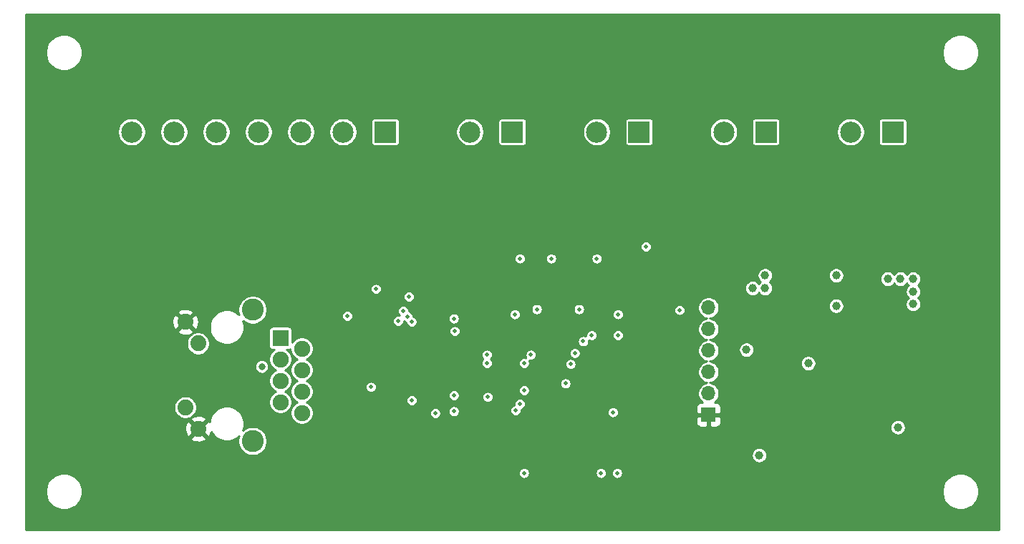
<source format=gbr>
G04 #@! TF.GenerationSoftware,KiCad,Pcbnew,5.1.5-52549c5~86~ubuntu18.04.1*
G04 #@! TF.CreationDate,2020-04-16T21:51:48+01:00*
G04 #@! TF.ProjectId,accesscontrol,61636365-7373-4636-9f6e-74726f6c2e6b,rev?*
G04 #@! TF.SameCoordinates,Original*
G04 #@! TF.FileFunction,Copper,L2,Inr*
G04 #@! TF.FilePolarity,Positive*
%FSLAX46Y46*%
G04 Gerber Fmt 4.6, Leading zero omitted, Abs format (unit mm)*
G04 Created by KiCad (PCBNEW 5.1.5-52549c5~86~ubuntu18.04.1) date 2020-04-16 21:51:48*
%MOMM*%
%LPD*%
G04 APERTURE LIST*
%ADD10C,2.500000*%
%ADD11R,2.500000X2.500000*%
%ADD12R,1.900000X1.900000*%
%ADD13C,1.900000*%
%ADD14C,1.890000*%
%ADD15C,2.600000*%
%ADD16O,1.700000X1.700000*%
%ADD17R,1.700000X1.700000*%
%ADD18C,0.500000*%
%ADD19C,0.800000*%
%ADD20C,1.000000*%
%ADD21C,0.254000*%
G04 APERTURE END LIST*
D10*
X158000000Y-71400000D03*
D11*
X163000000Y-71400000D03*
D10*
X128000000Y-71400000D03*
D11*
X133000000Y-71400000D03*
D10*
X113000000Y-71400000D03*
D11*
X118000000Y-71400000D03*
D10*
X73000000Y-71400000D03*
X78000000Y-71400000D03*
X83000000Y-71400000D03*
X88000000Y-71400000D03*
X93000000Y-71400000D03*
X98000000Y-71400000D03*
D11*
X103000000Y-71400000D03*
D10*
X143000000Y-71400000D03*
D11*
X148000000Y-71400000D03*
D12*
X90600000Y-95800000D03*
D13*
X93140000Y-97070000D03*
X90600000Y-98340000D03*
X93140000Y-99610000D03*
X90600000Y-100880000D03*
X93140000Y-102150000D03*
X90600000Y-103420000D03*
X93140000Y-104690000D03*
D14*
X80880000Y-106570000D03*
X79360000Y-104030000D03*
X80880000Y-96460000D03*
X79360000Y-93920000D03*
D15*
X87310000Y-92470000D03*
X87310000Y-108020000D03*
D16*
X141200000Y-92200000D03*
X141200000Y-94740000D03*
X141200000Y-97280000D03*
X141200000Y-99820000D03*
X141200000Y-102360000D03*
D17*
X141200000Y-104900000D03*
D18*
X137800000Y-92500000D03*
D19*
X88400000Y-99200000D03*
D18*
X104500000Y-93800000D03*
X118300000Y-93000000D03*
X111100000Y-93500000D03*
X111100000Y-104500000D03*
X130500000Y-93000000D03*
X120900000Y-92400000D03*
X129900000Y-104600000D03*
X125900000Y-92400000D03*
X130500000Y-95500000D03*
X130400000Y-111800000D03*
X101900000Y-90000000D03*
X101287500Y-101612500D03*
X106112500Y-103187500D03*
X98500000Y-93200000D03*
X128500000Y-111800000D03*
X111100000Y-102600000D03*
X111200000Y-95000000D03*
X119400000Y-111800000D03*
X108900000Y-104700000D03*
X122600000Y-86400000D03*
X128000000Y-86400000D03*
D20*
X147900000Y-89900000D03*
X147900000Y-88400000D03*
X146400000Y-89900000D03*
D18*
X133800000Y-85000000D03*
D20*
X156300000Y-88400000D03*
X156300000Y-92000000D03*
X153000000Y-98800000D03*
X165400000Y-88800000D03*
X165400000Y-90300000D03*
X165400000Y-91800000D03*
X163900000Y-88800000D03*
X162400000Y-88800000D03*
X163600000Y-106400000D03*
X147200000Y-109700000D03*
X145700000Y-97200000D03*
D18*
X118900000Y-86400000D03*
D20*
X149100000Y-106400000D03*
X165300000Y-96800000D03*
X165300000Y-98200000D03*
D18*
X115100000Y-93500000D03*
X115100000Y-104500000D03*
X133700000Y-92500000D03*
X97100000Y-93200000D03*
X130400000Y-107800000D03*
X120400000Y-89200000D03*
X126600000Y-89200000D03*
X108300000Y-97800000D03*
X105800000Y-90900000D03*
X119400000Y-102000000D03*
X124300000Y-101200000D03*
X124900000Y-98900000D03*
X125400000Y-97600000D03*
X126400000Y-96200000D03*
X127400000Y-95500000D03*
X105100000Y-92600000D03*
X118900000Y-103600000D03*
X105600000Y-93300000D03*
X118400000Y-104400000D03*
X106100000Y-93900000D03*
X115100000Y-102800000D03*
X115000000Y-98800000D03*
X119400000Y-98800000D03*
X115000000Y-97800000D03*
X120200000Y-97800000D03*
D21*
G36*
X175548001Y-118548000D02*
G01*
X60452000Y-118548000D01*
X60452000Y-113785584D01*
X62823000Y-113785584D01*
X62823000Y-114214416D01*
X62906660Y-114635008D01*
X63070767Y-115031196D01*
X63309013Y-115387757D01*
X63612243Y-115690987D01*
X63968804Y-115929233D01*
X64364992Y-116093340D01*
X64785584Y-116177000D01*
X65214416Y-116177000D01*
X65635008Y-116093340D01*
X66031196Y-115929233D01*
X66387757Y-115690987D01*
X66690987Y-115387757D01*
X66929233Y-115031196D01*
X67093340Y-114635008D01*
X67177000Y-114214416D01*
X67177000Y-113785584D01*
X168823000Y-113785584D01*
X168823000Y-114214416D01*
X168906660Y-114635008D01*
X169070767Y-115031196D01*
X169309013Y-115387757D01*
X169612243Y-115690987D01*
X169968804Y-115929233D01*
X170364992Y-116093340D01*
X170785584Y-116177000D01*
X171214416Y-116177000D01*
X171635008Y-116093340D01*
X172031196Y-115929233D01*
X172387757Y-115690987D01*
X172690987Y-115387757D01*
X172929233Y-115031196D01*
X173093340Y-114635008D01*
X173177000Y-114214416D01*
X173177000Y-113785584D01*
X173093340Y-113364992D01*
X172929233Y-112968804D01*
X172690987Y-112612243D01*
X172387757Y-112309013D01*
X172031196Y-112070767D01*
X171635008Y-111906660D01*
X171214416Y-111823000D01*
X170785584Y-111823000D01*
X170364992Y-111906660D01*
X169968804Y-112070767D01*
X169612243Y-112309013D01*
X169309013Y-112612243D01*
X169070767Y-112968804D01*
X168906660Y-113364992D01*
X168823000Y-113785584D01*
X67177000Y-113785584D01*
X67093340Y-113364992D01*
X66929233Y-112968804D01*
X66690987Y-112612243D01*
X66387757Y-112309013D01*
X66031196Y-112070767D01*
X65635008Y-111906660D01*
X65214416Y-111823000D01*
X64785584Y-111823000D01*
X64364992Y-111906660D01*
X63968804Y-112070767D01*
X63612243Y-112309013D01*
X63309013Y-112612243D01*
X63070767Y-112968804D01*
X62906660Y-113364992D01*
X62823000Y-113785584D01*
X60452000Y-113785584D01*
X60452000Y-111733321D01*
X118723000Y-111733321D01*
X118723000Y-111866679D01*
X118749016Y-111997474D01*
X118800050Y-112120680D01*
X118874140Y-112231563D01*
X118968437Y-112325860D01*
X119079320Y-112399950D01*
X119202526Y-112450984D01*
X119333321Y-112477000D01*
X119466679Y-112477000D01*
X119597474Y-112450984D01*
X119720680Y-112399950D01*
X119831563Y-112325860D01*
X119925860Y-112231563D01*
X119999950Y-112120680D01*
X120050984Y-111997474D01*
X120077000Y-111866679D01*
X120077000Y-111733321D01*
X127823000Y-111733321D01*
X127823000Y-111866679D01*
X127849016Y-111997474D01*
X127900050Y-112120680D01*
X127974140Y-112231563D01*
X128068437Y-112325860D01*
X128179320Y-112399950D01*
X128302526Y-112450984D01*
X128433321Y-112477000D01*
X128566679Y-112477000D01*
X128697474Y-112450984D01*
X128820680Y-112399950D01*
X128931563Y-112325860D01*
X129025860Y-112231563D01*
X129099950Y-112120680D01*
X129150984Y-111997474D01*
X129177000Y-111866679D01*
X129177000Y-111733321D01*
X129723000Y-111733321D01*
X129723000Y-111866679D01*
X129749016Y-111997474D01*
X129800050Y-112120680D01*
X129874140Y-112231563D01*
X129968437Y-112325860D01*
X130079320Y-112399950D01*
X130202526Y-112450984D01*
X130333321Y-112477000D01*
X130466679Y-112477000D01*
X130597474Y-112450984D01*
X130720680Y-112399950D01*
X130831563Y-112325860D01*
X130925860Y-112231563D01*
X130999950Y-112120680D01*
X131050984Y-111997474D01*
X131077000Y-111866679D01*
X131077000Y-111733321D01*
X131050984Y-111602526D01*
X130999950Y-111479320D01*
X130925860Y-111368437D01*
X130831563Y-111274140D01*
X130720680Y-111200050D01*
X130597474Y-111149016D01*
X130466679Y-111123000D01*
X130333321Y-111123000D01*
X130202526Y-111149016D01*
X130079320Y-111200050D01*
X129968437Y-111274140D01*
X129874140Y-111368437D01*
X129800050Y-111479320D01*
X129749016Y-111602526D01*
X129723000Y-111733321D01*
X129177000Y-111733321D01*
X129150984Y-111602526D01*
X129099950Y-111479320D01*
X129025860Y-111368437D01*
X128931563Y-111274140D01*
X128820680Y-111200050D01*
X128697474Y-111149016D01*
X128566679Y-111123000D01*
X128433321Y-111123000D01*
X128302526Y-111149016D01*
X128179320Y-111200050D01*
X128068437Y-111274140D01*
X127974140Y-111368437D01*
X127900050Y-111479320D01*
X127849016Y-111602526D01*
X127823000Y-111733321D01*
X120077000Y-111733321D01*
X120050984Y-111602526D01*
X119999950Y-111479320D01*
X119925860Y-111368437D01*
X119831563Y-111274140D01*
X119720680Y-111200050D01*
X119597474Y-111149016D01*
X119466679Y-111123000D01*
X119333321Y-111123000D01*
X119202526Y-111149016D01*
X119079320Y-111200050D01*
X118968437Y-111274140D01*
X118874140Y-111368437D01*
X118800050Y-111479320D01*
X118749016Y-111602526D01*
X118723000Y-111733321D01*
X60452000Y-111733321D01*
X60452000Y-107666185D01*
X79963420Y-107666185D01*
X80052542Y-107924964D01*
X80332781Y-108060358D01*
X80634051Y-108138478D01*
X80944772Y-108156323D01*
X81253003Y-108113205D01*
X81546901Y-108010784D01*
X81707458Y-107924964D01*
X81796580Y-107666185D01*
X80880000Y-106749605D01*
X79963420Y-107666185D01*
X60452000Y-107666185D01*
X60452000Y-106634772D01*
X79293677Y-106634772D01*
X79336795Y-106943003D01*
X79439216Y-107236901D01*
X79525036Y-107397458D01*
X79783815Y-107486580D01*
X80700395Y-106570000D01*
X81059605Y-106570000D01*
X81976185Y-107486580D01*
X82234964Y-107397458D01*
X82370358Y-107117219D01*
X82427303Y-106897612D01*
X82441541Y-106931987D01*
X82666107Y-107268074D01*
X82951926Y-107553893D01*
X83288013Y-107778459D01*
X83661454Y-107933143D01*
X84057896Y-108012000D01*
X84462104Y-108012000D01*
X84858546Y-107933143D01*
X85231987Y-107778459D01*
X85568074Y-107553893D01*
X85680236Y-107441731D01*
X85649368Y-107516253D01*
X85583000Y-107849905D01*
X85583000Y-108190095D01*
X85649368Y-108523747D01*
X85779553Y-108838041D01*
X85968552Y-109120898D01*
X86209102Y-109361448D01*
X86491959Y-109550447D01*
X86806253Y-109680632D01*
X87139905Y-109747000D01*
X87480095Y-109747000D01*
X87813747Y-109680632D01*
X87987408Y-109608699D01*
X146273000Y-109608699D01*
X146273000Y-109791301D01*
X146308624Y-109970396D01*
X146378504Y-110139099D01*
X146479952Y-110290928D01*
X146609072Y-110420048D01*
X146760901Y-110521496D01*
X146929604Y-110591376D01*
X147108699Y-110627000D01*
X147291301Y-110627000D01*
X147470396Y-110591376D01*
X147639099Y-110521496D01*
X147790928Y-110420048D01*
X147920048Y-110290928D01*
X148021496Y-110139099D01*
X148091376Y-109970396D01*
X148127000Y-109791301D01*
X148127000Y-109608699D01*
X148091376Y-109429604D01*
X148021496Y-109260901D01*
X147920048Y-109109072D01*
X147790928Y-108979952D01*
X147639099Y-108878504D01*
X147470396Y-108808624D01*
X147291301Y-108773000D01*
X147108699Y-108773000D01*
X146929604Y-108808624D01*
X146760901Y-108878504D01*
X146609072Y-108979952D01*
X146479952Y-109109072D01*
X146378504Y-109260901D01*
X146308624Y-109429604D01*
X146273000Y-109608699D01*
X87987408Y-109608699D01*
X88128041Y-109550447D01*
X88410898Y-109361448D01*
X88651448Y-109120898D01*
X88840447Y-108838041D01*
X88970632Y-108523747D01*
X89037000Y-108190095D01*
X89037000Y-107849905D01*
X88970632Y-107516253D01*
X88840447Y-107201959D01*
X88651448Y-106919102D01*
X88410898Y-106678552D01*
X88128041Y-106489553D01*
X87813747Y-106359368D01*
X87480095Y-106293000D01*
X87139905Y-106293000D01*
X86806253Y-106359368D01*
X86491959Y-106489553D01*
X86209102Y-106678552D01*
X86165286Y-106722368D01*
X86233143Y-106558546D01*
X86312000Y-106162104D01*
X86312000Y-105757896D01*
X86233143Y-105361454D01*
X86078459Y-104988013D01*
X85853893Y-104651926D01*
X85568074Y-104366107D01*
X85231987Y-104141541D01*
X84858546Y-103986857D01*
X84462104Y-103908000D01*
X84057896Y-103908000D01*
X83661454Y-103986857D01*
X83288013Y-104141541D01*
X82951926Y-104366107D01*
X82666107Y-104651926D01*
X82441541Y-104988013D01*
X82286857Y-105361454D01*
X82212587Y-105734835D01*
X81976185Y-105653420D01*
X81059605Y-106570000D01*
X80700395Y-106570000D01*
X79783815Y-105653420D01*
X79525036Y-105742542D01*
X79389642Y-106022781D01*
X79311522Y-106324051D01*
X79293677Y-106634772D01*
X60452000Y-106634772D01*
X60452000Y-103894870D01*
X77988000Y-103894870D01*
X77988000Y-104165130D01*
X78040725Y-104430198D01*
X78144149Y-104679886D01*
X78294298Y-104904599D01*
X78485401Y-105095702D01*
X78710114Y-105245851D01*
X78959802Y-105349275D01*
X79224870Y-105402000D01*
X79495130Y-105402000D01*
X79760198Y-105349275D01*
X80009886Y-105245851D01*
X80051507Y-105218040D01*
X79963420Y-105473815D01*
X80880000Y-106390395D01*
X81796580Y-105473815D01*
X81707458Y-105215036D01*
X81427219Y-105079642D01*
X81125949Y-105001522D01*
X80815228Y-104983677D01*
X80506997Y-105026795D01*
X80213099Y-105129216D01*
X80069847Y-105205786D01*
X80234599Y-105095702D01*
X80425702Y-104904599D01*
X80575851Y-104679886D01*
X80679275Y-104430198D01*
X80732000Y-104165130D01*
X80732000Y-103894870D01*
X80679275Y-103629802D01*
X80575851Y-103380114D01*
X80425702Y-103155401D01*
X80234599Y-102964298D01*
X80009886Y-102814149D01*
X79760198Y-102710725D01*
X79495130Y-102658000D01*
X79224870Y-102658000D01*
X78959802Y-102710725D01*
X78710114Y-102814149D01*
X78485401Y-102964298D01*
X78294298Y-103155401D01*
X78144149Y-103380114D01*
X78040725Y-103629802D01*
X77988000Y-103894870D01*
X60452000Y-103894870D01*
X60452000Y-99118548D01*
X87573000Y-99118548D01*
X87573000Y-99281452D01*
X87604782Y-99441227D01*
X87667123Y-99591731D01*
X87757628Y-99727181D01*
X87872819Y-99842372D01*
X88008269Y-99932877D01*
X88158773Y-99995218D01*
X88318548Y-100027000D01*
X88481452Y-100027000D01*
X88641227Y-99995218D01*
X88791731Y-99932877D01*
X88927181Y-99842372D01*
X89042372Y-99727181D01*
X89132877Y-99591731D01*
X89195218Y-99441227D01*
X89227000Y-99281452D01*
X89227000Y-99118548D01*
X89195218Y-98958773D01*
X89132877Y-98808269D01*
X89042372Y-98672819D01*
X88927181Y-98557628D01*
X88791731Y-98467123D01*
X88641227Y-98404782D01*
X88481452Y-98373000D01*
X88318548Y-98373000D01*
X88158773Y-98404782D01*
X88008269Y-98467123D01*
X87872819Y-98557628D01*
X87757628Y-98672819D01*
X87667123Y-98808269D01*
X87604782Y-98958773D01*
X87573000Y-99118548D01*
X60452000Y-99118548D01*
X60452000Y-95016185D01*
X78443420Y-95016185D01*
X78532542Y-95274964D01*
X78812781Y-95410358D01*
X79114051Y-95488478D01*
X79424772Y-95506323D01*
X79733003Y-95463205D01*
X80026901Y-95360784D01*
X80170153Y-95284214D01*
X80005401Y-95394298D01*
X79814298Y-95585401D01*
X79664149Y-95810114D01*
X79560725Y-96059802D01*
X79508000Y-96324870D01*
X79508000Y-96595130D01*
X79560725Y-96860198D01*
X79664149Y-97109886D01*
X79814298Y-97334599D01*
X80005401Y-97525702D01*
X80230114Y-97675851D01*
X80479802Y-97779275D01*
X80744870Y-97832000D01*
X81015130Y-97832000D01*
X81280198Y-97779275D01*
X81529886Y-97675851D01*
X81754599Y-97525702D01*
X81945702Y-97334599D01*
X82095851Y-97109886D01*
X82199275Y-96860198D01*
X82252000Y-96595130D01*
X82252000Y-96324870D01*
X82199275Y-96059802D01*
X82095851Y-95810114D01*
X81945702Y-95585401D01*
X81754599Y-95394298D01*
X81529886Y-95244149D01*
X81280198Y-95140725D01*
X81015130Y-95088000D01*
X80744870Y-95088000D01*
X80479802Y-95140725D01*
X80230114Y-95244149D01*
X80188493Y-95271960D01*
X80276580Y-95016185D01*
X79360000Y-94099605D01*
X78443420Y-95016185D01*
X60452000Y-95016185D01*
X60452000Y-93984772D01*
X77773677Y-93984772D01*
X77816795Y-94293003D01*
X77919216Y-94586901D01*
X78005036Y-94747458D01*
X78263815Y-94836580D01*
X79180395Y-93920000D01*
X79539605Y-93920000D01*
X80456185Y-94836580D01*
X80714964Y-94747458D01*
X80850358Y-94467219D01*
X80886484Y-94327896D01*
X82208000Y-94327896D01*
X82208000Y-94732104D01*
X82286857Y-95128546D01*
X82441541Y-95501987D01*
X82666107Y-95838074D01*
X82951926Y-96123893D01*
X83288013Y-96348459D01*
X83661454Y-96503143D01*
X84057896Y-96582000D01*
X84462104Y-96582000D01*
X84858546Y-96503143D01*
X85231987Y-96348459D01*
X85568074Y-96123893D01*
X85853893Y-95838074D01*
X86078459Y-95501987D01*
X86233143Y-95128546D01*
X86288549Y-94850000D01*
X89220934Y-94850000D01*
X89220934Y-96750000D01*
X89229178Y-96833707D01*
X89253595Y-96914196D01*
X89293245Y-96988376D01*
X89346605Y-97053395D01*
X89411624Y-97106755D01*
X89485804Y-97146405D01*
X89566293Y-97170822D01*
X89650000Y-97179066D01*
X89858925Y-97179066D01*
X89722213Y-97270414D01*
X89530414Y-97462213D01*
X89379718Y-97687746D01*
X89275917Y-97938344D01*
X89223000Y-98204377D01*
X89223000Y-98475623D01*
X89275917Y-98741656D01*
X89379718Y-98992254D01*
X89530414Y-99217787D01*
X89722213Y-99409586D01*
X89947746Y-99560282D01*
X90067776Y-99610000D01*
X89947746Y-99659718D01*
X89722213Y-99810414D01*
X89530414Y-100002213D01*
X89379718Y-100227746D01*
X89275917Y-100478344D01*
X89223000Y-100744377D01*
X89223000Y-101015623D01*
X89275917Y-101281656D01*
X89379718Y-101532254D01*
X89530414Y-101757787D01*
X89722213Y-101949586D01*
X89947746Y-102100282D01*
X90067776Y-102150000D01*
X89947746Y-102199718D01*
X89722213Y-102350414D01*
X89530414Y-102542213D01*
X89379718Y-102767746D01*
X89275917Y-103018344D01*
X89223000Y-103284377D01*
X89223000Y-103555623D01*
X89275917Y-103821656D01*
X89379718Y-104072254D01*
X89530414Y-104297787D01*
X89722213Y-104489586D01*
X89947746Y-104640282D01*
X90198344Y-104744083D01*
X90464377Y-104797000D01*
X90735623Y-104797000D01*
X91001656Y-104744083D01*
X91252254Y-104640282D01*
X91477787Y-104489586D01*
X91669586Y-104297787D01*
X91820282Y-104072254D01*
X91924083Y-103821656D01*
X91977000Y-103555623D01*
X91977000Y-103284377D01*
X91924083Y-103018344D01*
X91820282Y-102767746D01*
X91669586Y-102542213D01*
X91477787Y-102350414D01*
X91252254Y-102199718D01*
X91132224Y-102150000D01*
X91252254Y-102100282D01*
X91477787Y-101949586D01*
X91669586Y-101757787D01*
X91820282Y-101532254D01*
X91924083Y-101281656D01*
X91977000Y-101015623D01*
X91977000Y-100744377D01*
X91924083Y-100478344D01*
X91820282Y-100227746D01*
X91669586Y-100002213D01*
X91477787Y-99810414D01*
X91252254Y-99659718D01*
X91132224Y-99610000D01*
X91252254Y-99560282D01*
X91477787Y-99409586D01*
X91669586Y-99217787D01*
X91820282Y-98992254D01*
X91924083Y-98741656D01*
X91977000Y-98475623D01*
X91977000Y-98204377D01*
X91924083Y-97938344D01*
X91820282Y-97687746D01*
X91669586Y-97462213D01*
X91477787Y-97270414D01*
X91341075Y-97179066D01*
X91550000Y-97179066D01*
X91633707Y-97170822D01*
X91714196Y-97146405D01*
X91763000Y-97120319D01*
X91763000Y-97205623D01*
X91815917Y-97471656D01*
X91919718Y-97722254D01*
X92070414Y-97947787D01*
X92262213Y-98139586D01*
X92487746Y-98290282D01*
X92607776Y-98340000D01*
X92487746Y-98389718D01*
X92262213Y-98540414D01*
X92070414Y-98732213D01*
X91919718Y-98957746D01*
X91815917Y-99208344D01*
X91763000Y-99474377D01*
X91763000Y-99745623D01*
X91815917Y-100011656D01*
X91919718Y-100262254D01*
X92070414Y-100487787D01*
X92262213Y-100679586D01*
X92487746Y-100830282D01*
X92607776Y-100880000D01*
X92487746Y-100929718D01*
X92262213Y-101080414D01*
X92070414Y-101272213D01*
X91919718Y-101497746D01*
X91815917Y-101748344D01*
X91763000Y-102014377D01*
X91763000Y-102285623D01*
X91815917Y-102551656D01*
X91919718Y-102802254D01*
X92070414Y-103027787D01*
X92262213Y-103219586D01*
X92487746Y-103370282D01*
X92607776Y-103420000D01*
X92487746Y-103469718D01*
X92262213Y-103620414D01*
X92070414Y-103812213D01*
X91919718Y-104037746D01*
X91815917Y-104288344D01*
X91763000Y-104554377D01*
X91763000Y-104825623D01*
X91815917Y-105091656D01*
X91919718Y-105342254D01*
X92070414Y-105567787D01*
X92262213Y-105759586D01*
X92487746Y-105910282D01*
X92738344Y-106014083D01*
X93004377Y-106067000D01*
X93275623Y-106067000D01*
X93541656Y-106014083D01*
X93792254Y-105910282D01*
X94017787Y-105759586D01*
X94027373Y-105750000D01*
X139711928Y-105750000D01*
X139724188Y-105874482D01*
X139760498Y-105994180D01*
X139819463Y-106104494D01*
X139898815Y-106201185D01*
X139995506Y-106280537D01*
X140105820Y-106339502D01*
X140225518Y-106375812D01*
X140350000Y-106388072D01*
X140914250Y-106385000D01*
X141073000Y-106226250D01*
X141073000Y-105027000D01*
X141327000Y-105027000D01*
X141327000Y-106226250D01*
X141485750Y-106385000D01*
X142050000Y-106388072D01*
X142174482Y-106375812D01*
X142294180Y-106339502D01*
X142351807Y-106308699D01*
X162673000Y-106308699D01*
X162673000Y-106491301D01*
X162708624Y-106670396D01*
X162778504Y-106839099D01*
X162879952Y-106990928D01*
X163009072Y-107120048D01*
X163160901Y-107221496D01*
X163329604Y-107291376D01*
X163508699Y-107327000D01*
X163691301Y-107327000D01*
X163870396Y-107291376D01*
X164039099Y-107221496D01*
X164190928Y-107120048D01*
X164320048Y-106990928D01*
X164421496Y-106839099D01*
X164491376Y-106670396D01*
X164527000Y-106491301D01*
X164527000Y-106308699D01*
X164491376Y-106129604D01*
X164421496Y-105960901D01*
X164320048Y-105809072D01*
X164190928Y-105679952D01*
X164039099Y-105578504D01*
X163870396Y-105508624D01*
X163691301Y-105473000D01*
X163508699Y-105473000D01*
X163329604Y-105508624D01*
X163160901Y-105578504D01*
X163009072Y-105679952D01*
X162879952Y-105809072D01*
X162778504Y-105960901D01*
X162708624Y-106129604D01*
X162673000Y-106308699D01*
X142351807Y-106308699D01*
X142404494Y-106280537D01*
X142501185Y-106201185D01*
X142580537Y-106104494D01*
X142639502Y-105994180D01*
X142675812Y-105874482D01*
X142688072Y-105750000D01*
X142685000Y-105185750D01*
X142526250Y-105027000D01*
X141327000Y-105027000D01*
X141073000Y-105027000D01*
X139873750Y-105027000D01*
X139715000Y-105185750D01*
X139711928Y-105750000D01*
X94027373Y-105750000D01*
X94209586Y-105567787D01*
X94360282Y-105342254D01*
X94464083Y-105091656D01*
X94517000Y-104825623D01*
X94517000Y-104633321D01*
X108223000Y-104633321D01*
X108223000Y-104766679D01*
X108249016Y-104897474D01*
X108300050Y-105020680D01*
X108374140Y-105131563D01*
X108468437Y-105225860D01*
X108579320Y-105299950D01*
X108702526Y-105350984D01*
X108833321Y-105377000D01*
X108966679Y-105377000D01*
X109097474Y-105350984D01*
X109220680Y-105299950D01*
X109331563Y-105225860D01*
X109425860Y-105131563D01*
X109499950Y-105020680D01*
X109550984Y-104897474D01*
X109577000Y-104766679D01*
X109577000Y-104633321D01*
X109550984Y-104502526D01*
X109522319Y-104433321D01*
X110423000Y-104433321D01*
X110423000Y-104566679D01*
X110449016Y-104697474D01*
X110500050Y-104820680D01*
X110574140Y-104931563D01*
X110668437Y-105025860D01*
X110779320Y-105099950D01*
X110902526Y-105150984D01*
X111033321Y-105177000D01*
X111166679Y-105177000D01*
X111297474Y-105150984D01*
X111420680Y-105099950D01*
X111531563Y-105025860D01*
X111625860Y-104931563D01*
X111699950Y-104820680D01*
X111750984Y-104697474D01*
X111777000Y-104566679D01*
X111777000Y-104433321D01*
X111757110Y-104333321D01*
X117723000Y-104333321D01*
X117723000Y-104466679D01*
X117749016Y-104597474D01*
X117800050Y-104720680D01*
X117874140Y-104831563D01*
X117968437Y-104925860D01*
X118079320Y-104999950D01*
X118202526Y-105050984D01*
X118333321Y-105077000D01*
X118466679Y-105077000D01*
X118597474Y-105050984D01*
X118720680Y-104999950D01*
X118831563Y-104925860D01*
X118925860Y-104831563D01*
X118999950Y-104720680D01*
X119050984Y-104597474D01*
X119063744Y-104533321D01*
X129223000Y-104533321D01*
X129223000Y-104666679D01*
X129249016Y-104797474D01*
X129300050Y-104920680D01*
X129374140Y-105031563D01*
X129468437Y-105125860D01*
X129579320Y-105199950D01*
X129702526Y-105250984D01*
X129833321Y-105277000D01*
X129966679Y-105277000D01*
X130097474Y-105250984D01*
X130220680Y-105199950D01*
X130331563Y-105125860D01*
X130425860Y-105031563D01*
X130499950Y-104920680D01*
X130550984Y-104797474D01*
X130577000Y-104666679D01*
X130577000Y-104533321D01*
X130550984Y-104402526D01*
X130499950Y-104279320D01*
X130425860Y-104168437D01*
X130331563Y-104074140D01*
X130295436Y-104050000D01*
X139711928Y-104050000D01*
X139715000Y-104614250D01*
X139873750Y-104773000D01*
X141073000Y-104773000D01*
X141073000Y-104753000D01*
X141327000Y-104753000D01*
X141327000Y-104773000D01*
X142526250Y-104773000D01*
X142685000Y-104614250D01*
X142688072Y-104050000D01*
X142675812Y-103925518D01*
X142639502Y-103805820D01*
X142580537Y-103695506D01*
X142501185Y-103598815D01*
X142404494Y-103519463D01*
X142294180Y-103460498D01*
X142174482Y-103424188D01*
X142050000Y-103411928D01*
X141923185Y-103412618D01*
X142014040Y-103351911D01*
X142191911Y-103174040D01*
X142331663Y-102964886D01*
X142427926Y-102732487D01*
X142477000Y-102485774D01*
X142477000Y-102234226D01*
X142427926Y-101987513D01*
X142331663Y-101755114D01*
X142191911Y-101545960D01*
X142014040Y-101368089D01*
X141804886Y-101228337D01*
X141572487Y-101132074D01*
X141360966Y-101090000D01*
X141572487Y-101047926D01*
X141804886Y-100951663D01*
X142014040Y-100811911D01*
X142191911Y-100634040D01*
X142331663Y-100424886D01*
X142427926Y-100192487D01*
X142477000Y-99945774D01*
X142477000Y-99694226D01*
X142427926Y-99447513D01*
X142331663Y-99215114D01*
X142191911Y-99005960D01*
X142014040Y-98828089D01*
X141835360Y-98708699D01*
X152073000Y-98708699D01*
X152073000Y-98891301D01*
X152108624Y-99070396D01*
X152178504Y-99239099D01*
X152279952Y-99390928D01*
X152409072Y-99520048D01*
X152560901Y-99621496D01*
X152729604Y-99691376D01*
X152908699Y-99727000D01*
X153091301Y-99727000D01*
X153270396Y-99691376D01*
X153439099Y-99621496D01*
X153590928Y-99520048D01*
X153720048Y-99390928D01*
X153821496Y-99239099D01*
X153891376Y-99070396D01*
X153927000Y-98891301D01*
X153927000Y-98708699D01*
X153891376Y-98529604D01*
X153821496Y-98360901D01*
X153720048Y-98209072D01*
X153590928Y-98079952D01*
X153439099Y-97978504D01*
X153270396Y-97908624D01*
X153091301Y-97873000D01*
X152908699Y-97873000D01*
X152729604Y-97908624D01*
X152560901Y-97978504D01*
X152409072Y-98079952D01*
X152279952Y-98209072D01*
X152178504Y-98360901D01*
X152108624Y-98529604D01*
X152073000Y-98708699D01*
X141835360Y-98708699D01*
X141804886Y-98688337D01*
X141572487Y-98592074D01*
X141360966Y-98550000D01*
X141572487Y-98507926D01*
X141804886Y-98411663D01*
X142014040Y-98271911D01*
X142191911Y-98094040D01*
X142331663Y-97884886D01*
X142427926Y-97652487D01*
X142477000Y-97405774D01*
X142477000Y-97154226D01*
X142467945Y-97108699D01*
X144773000Y-97108699D01*
X144773000Y-97291301D01*
X144808624Y-97470396D01*
X144878504Y-97639099D01*
X144979952Y-97790928D01*
X145109072Y-97920048D01*
X145260901Y-98021496D01*
X145429604Y-98091376D01*
X145608699Y-98127000D01*
X145791301Y-98127000D01*
X145970396Y-98091376D01*
X146139099Y-98021496D01*
X146290928Y-97920048D01*
X146420048Y-97790928D01*
X146521496Y-97639099D01*
X146591376Y-97470396D01*
X146627000Y-97291301D01*
X146627000Y-97108699D01*
X146591376Y-96929604D01*
X146521496Y-96760901D01*
X146420048Y-96609072D01*
X146290928Y-96479952D01*
X146139099Y-96378504D01*
X145970396Y-96308624D01*
X145791301Y-96273000D01*
X145608699Y-96273000D01*
X145429604Y-96308624D01*
X145260901Y-96378504D01*
X145109072Y-96479952D01*
X144979952Y-96609072D01*
X144878504Y-96760901D01*
X144808624Y-96929604D01*
X144773000Y-97108699D01*
X142467945Y-97108699D01*
X142427926Y-96907513D01*
X142331663Y-96675114D01*
X142191911Y-96465960D01*
X142014040Y-96288089D01*
X141804886Y-96148337D01*
X141572487Y-96052074D01*
X141360966Y-96010000D01*
X141572487Y-95967926D01*
X141804886Y-95871663D01*
X142014040Y-95731911D01*
X142191911Y-95554040D01*
X142331663Y-95344886D01*
X142427926Y-95112487D01*
X142477000Y-94865774D01*
X142477000Y-94614226D01*
X142427926Y-94367513D01*
X142331663Y-94135114D01*
X142191911Y-93925960D01*
X142014040Y-93748089D01*
X141804886Y-93608337D01*
X141572487Y-93512074D01*
X141360966Y-93470000D01*
X141572487Y-93427926D01*
X141804886Y-93331663D01*
X142014040Y-93191911D01*
X142191911Y-93014040D01*
X142331663Y-92804886D01*
X142427926Y-92572487D01*
X142477000Y-92325774D01*
X142477000Y-92074226D01*
X142444075Y-91908699D01*
X155373000Y-91908699D01*
X155373000Y-92091301D01*
X155408624Y-92270396D01*
X155478504Y-92439099D01*
X155579952Y-92590928D01*
X155709072Y-92720048D01*
X155860901Y-92821496D01*
X156029604Y-92891376D01*
X156208699Y-92927000D01*
X156391301Y-92927000D01*
X156570396Y-92891376D01*
X156739099Y-92821496D01*
X156890928Y-92720048D01*
X157020048Y-92590928D01*
X157121496Y-92439099D01*
X157191376Y-92270396D01*
X157227000Y-92091301D01*
X157227000Y-91908699D01*
X157191376Y-91729604D01*
X157121496Y-91560901D01*
X157020048Y-91409072D01*
X156890928Y-91279952D01*
X156739099Y-91178504D01*
X156570396Y-91108624D01*
X156391301Y-91073000D01*
X156208699Y-91073000D01*
X156029604Y-91108624D01*
X155860901Y-91178504D01*
X155709072Y-91279952D01*
X155579952Y-91409072D01*
X155478504Y-91560901D01*
X155408624Y-91729604D01*
X155373000Y-91908699D01*
X142444075Y-91908699D01*
X142427926Y-91827513D01*
X142331663Y-91595114D01*
X142191911Y-91385960D01*
X142014040Y-91208089D01*
X141804886Y-91068337D01*
X141572487Y-90972074D01*
X141325774Y-90923000D01*
X141074226Y-90923000D01*
X140827513Y-90972074D01*
X140595114Y-91068337D01*
X140385960Y-91208089D01*
X140208089Y-91385960D01*
X140068337Y-91595114D01*
X139972074Y-91827513D01*
X139923000Y-92074226D01*
X139923000Y-92325774D01*
X139972074Y-92572487D01*
X140068337Y-92804886D01*
X140208089Y-93014040D01*
X140385960Y-93191911D01*
X140595114Y-93331663D01*
X140827513Y-93427926D01*
X141039034Y-93470000D01*
X140827513Y-93512074D01*
X140595114Y-93608337D01*
X140385960Y-93748089D01*
X140208089Y-93925960D01*
X140068337Y-94135114D01*
X139972074Y-94367513D01*
X139923000Y-94614226D01*
X139923000Y-94865774D01*
X139972074Y-95112487D01*
X140068337Y-95344886D01*
X140208089Y-95554040D01*
X140385960Y-95731911D01*
X140595114Y-95871663D01*
X140827513Y-95967926D01*
X141039034Y-96010000D01*
X140827513Y-96052074D01*
X140595114Y-96148337D01*
X140385960Y-96288089D01*
X140208089Y-96465960D01*
X140068337Y-96675114D01*
X139972074Y-96907513D01*
X139923000Y-97154226D01*
X139923000Y-97405774D01*
X139972074Y-97652487D01*
X140068337Y-97884886D01*
X140208089Y-98094040D01*
X140385960Y-98271911D01*
X140595114Y-98411663D01*
X140827513Y-98507926D01*
X141039034Y-98550000D01*
X140827513Y-98592074D01*
X140595114Y-98688337D01*
X140385960Y-98828089D01*
X140208089Y-99005960D01*
X140068337Y-99215114D01*
X139972074Y-99447513D01*
X139923000Y-99694226D01*
X139923000Y-99945774D01*
X139972074Y-100192487D01*
X140068337Y-100424886D01*
X140208089Y-100634040D01*
X140385960Y-100811911D01*
X140595114Y-100951663D01*
X140827513Y-101047926D01*
X141039034Y-101090000D01*
X140827513Y-101132074D01*
X140595114Y-101228337D01*
X140385960Y-101368089D01*
X140208089Y-101545960D01*
X140068337Y-101755114D01*
X139972074Y-101987513D01*
X139923000Y-102234226D01*
X139923000Y-102485774D01*
X139972074Y-102732487D01*
X140068337Y-102964886D01*
X140208089Y-103174040D01*
X140385960Y-103351911D01*
X140476815Y-103412618D01*
X140350000Y-103411928D01*
X140225518Y-103424188D01*
X140105820Y-103460498D01*
X139995506Y-103519463D01*
X139898815Y-103598815D01*
X139819463Y-103695506D01*
X139760498Y-103805820D01*
X139724188Y-103925518D01*
X139711928Y-104050000D01*
X130295436Y-104050000D01*
X130220680Y-104000050D01*
X130097474Y-103949016D01*
X129966679Y-103923000D01*
X129833321Y-103923000D01*
X129702526Y-103949016D01*
X129579320Y-104000050D01*
X129468437Y-104074140D01*
X129374140Y-104168437D01*
X129300050Y-104279320D01*
X129249016Y-104402526D01*
X129223000Y-104533321D01*
X119063744Y-104533321D01*
X119077000Y-104466679D01*
X119077000Y-104333321D01*
X119062025Y-104258035D01*
X119097474Y-104250984D01*
X119220680Y-104199950D01*
X119331563Y-104125860D01*
X119425860Y-104031563D01*
X119499950Y-103920680D01*
X119550984Y-103797474D01*
X119577000Y-103666679D01*
X119577000Y-103533321D01*
X119550984Y-103402526D01*
X119499950Y-103279320D01*
X119425860Y-103168437D01*
X119331563Y-103074140D01*
X119220680Y-103000050D01*
X119097474Y-102949016D01*
X118966679Y-102923000D01*
X118833321Y-102923000D01*
X118702526Y-102949016D01*
X118579320Y-103000050D01*
X118468437Y-103074140D01*
X118374140Y-103168437D01*
X118300050Y-103279320D01*
X118249016Y-103402526D01*
X118223000Y-103533321D01*
X118223000Y-103666679D01*
X118237975Y-103741965D01*
X118202526Y-103749016D01*
X118079320Y-103800050D01*
X117968437Y-103874140D01*
X117874140Y-103968437D01*
X117800050Y-104079320D01*
X117749016Y-104202526D01*
X117723000Y-104333321D01*
X111757110Y-104333321D01*
X111750984Y-104302526D01*
X111699950Y-104179320D01*
X111625860Y-104068437D01*
X111531563Y-103974140D01*
X111420680Y-103900050D01*
X111297474Y-103849016D01*
X111166679Y-103823000D01*
X111033321Y-103823000D01*
X110902526Y-103849016D01*
X110779320Y-103900050D01*
X110668437Y-103974140D01*
X110574140Y-104068437D01*
X110500050Y-104179320D01*
X110449016Y-104302526D01*
X110423000Y-104433321D01*
X109522319Y-104433321D01*
X109499950Y-104379320D01*
X109425860Y-104268437D01*
X109331563Y-104174140D01*
X109220680Y-104100050D01*
X109097474Y-104049016D01*
X108966679Y-104023000D01*
X108833321Y-104023000D01*
X108702526Y-104049016D01*
X108579320Y-104100050D01*
X108468437Y-104174140D01*
X108374140Y-104268437D01*
X108300050Y-104379320D01*
X108249016Y-104502526D01*
X108223000Y-104633321D01*
X94517000Y-104633321D01*
X94517000Y-104554377D01*
X94464083Y-104288344D01*
X94360282Y-104037746D01*
X94209586Y-103812213D01*
X94017787Y-103620414D01*
X93792254Y-103469718D01*
X93672224Y-103420000D01*
X93792254Y-103370282D01*
X94017787Y-103219586D01*
X94116552Y-103120821D01*
X105435500Y-103120821D01*
X105435500Y-103254179D01*
X105461516Y-103384974D01*
X105512550Y-103508180D01*
X105586640Y-103619063D01*
X105680937Y-103713360D01*
X105791820Y-103787450D01*
X105915026Y-103838484D01*
X106045821Y-103864500D01*
X106179179Y-103864500D01*
X106309974Y-103838484D01*
X106433180Y-103787450D01*
X106544063Y-103713360D01*
X106638360Y-103619063D01*
X106712450Y-103508180D01*
X106763484Y-103384974D01*
X106789500Y-103254179D01*
X106789500Y-103120821D01*
X106763484Y-102990026D01*
X106712450Y-102866820D01*
X106638360Y-102755937D01*
X106544063Y-102661640D01*
X106433180Y-102587550D01*
X106309974Y-102536516D01*
X106293912Y-102533321D01*
X110423000Y-102533321D01*
X110423000Y-102666679D01*
X110449016Y-102797474D01*
X110500050Y-102920680D01*
X110574140Y-103031563D01*
X110668437Y-103125860D01*
X110779320Y-103199950D01*
X110902526Y-103250984D01*
X111033321Y-103277000D01*
X111166679Y-103277000D01*
X111297474Y-103250984D01*
X111420680Y-103199950D01*
X111531563Y-103125860D01*
X111625860Y-103031563D01*
X111699950Y-102920680D01*
X111750984Y-102797474D01*
X111763744Y-102733321D01*
X114423000Y-102733321D01*
X114423000Y-102866679D01*
X114449016Y-102997474D01*
X114500050Y-103120680D01*
X114574140Y-103231563D01*
X114668437Y-103325860D01*
X114779320Y-103399950D01*
X114902526Y-103450984D01*
X115033321Y-103477000D01*
X115166679Y-103477000D01*
X115297474Y-103450984D01*
X115420680Y-103399950D01*
X115531563Y-103325860D01*
X115625860Y-103231563D01*
X115699950Y-103120680D01*
X115750984Y-102997474D01*
X115777000Y-102866679D01*
X115777000Y-102733321D01*
X115750984Y-102602526D01*
X115699950Y-102479320D01*
X115625860Y-102368437D01*
X115531563Y-102274140D01*
X115420680Y-102200050D01*
X115297474Y-102149016D01*
X115166679Y-102123000D01*
X115033321Y-102123000D01*
X114902526Y-102149016D01*
X114779320Y-102200050D01*
X114668437Y-102274140D01*
X114574140Y-102368437D01*
X114500050Y-102479320D01*
X114449016Y-102602526D01*
X114423000Y-102733321D01*
X111763744Y-102733321D01*
X111777000Y-102666679D01*
X111777000Y-102533321D01*
X111750984Y-102402526D01*
X111699950Y-102279320D01*
X111625860Y-102168437D01*
X111531563Y-102074140D01*
X111420680Y-102000050D01*
X111297474Y-101949016D01*
X111218568Y-101933321D01*
X118723000Y-101933321D01*
X118723000Y-102066679D01*
X118749016Y-102197474D01*
X118800050Y-102320680D01*
X118874140Y-102431563D01*
X118968437Y-102525860D01*
X119079320Y-102599950D01*
X119202526Y-102650984D01*
X119333321Y-102677000D01*
X119466679Y-102677000D01*
X119597474Y-102650984D01*
X119720680Y-102599950D01*
X119831563Y-102525860D01*
X119925860Y-102431563D01*
X119999950Y-102320680D01*
X120050984Y-102197474D01*
X120077000Y-102066679D01*
X120077000Y-101933321D01*
X120050984Y-101802526D01*
X119999950Y-101679320D01*
X119925860Y-101568437D01*
X119831563Y-101474140D01*
X119720680Y-101400050D01*
X119597474Y-101349016D01*
X119466679Y-101323000D01*
X119333321Y-101323000D01*
X119202526Y-101349016D01*
X119079320Y-101400050D01*
X118968437Y-101474140D01*
X118874140Y-101568437D01*
X118800050Y-101679320D01*
X118749016Y-101802526D01*
X118723000Y-101933321D01*
X111218568Y-101933321D01*
X111166679Y-101923000D01*
X111033321Y-101923000D01*
X110902526Y-101949016D01*
X110779320Y-102000050D01*
X110668437Y-102074140D01*
X110574140Y-102168437D01*
X110500050Y-102279320D01*
X110449016Y-102402526D01*
X110423000Y-102533321D01*
X106293912Y-102533321D01*
X106179179Y-102510500D01*
X106045821Y-102510500D01*
X105915026Y-102536516D01*
X105791820Y-102587550D01*
X105680937Y-102661640D01*
X105586640Y-102755937D01*
X105512550Y-102866820D01*
X105461516Y-102990026D01*
X105435500Y-103120821D01*
X94116552Y-103120821D01*
X94209586Y-103027787D01*
X94360282Y-102802254D01*
X94464083Y-102551656D01*
X94517000Y-102285623D01*
X94517000Y-102014377D01*
X94464083Y-101748344D01*
X94380196Y-101545821D01*
X100610500Y-101545821D01*
X100610500Y-101679179D01*
X100636516Y-101809974D01*
X100687550Y-101933180D01*
X100761640Y-102044063D01*
X100855937Y-102138360D01*
X100966820Y-102212450D01*
X101090026Y-102263484D01*
X101220821Y-102289500D01*
X101354179Y-102289500D01*
X101484974Y-102263484D01*
X101608180Y-102212450D01*
X101719063Y-102138360D01*
X101813360Y-102044063D01*
X101887450Y-101933180D01*
X101938484Y-101809974D01*
X101964500Y-101679179D01*
X101964500Y-101545821D01*
X101938484Y-101415026D01*
X101887450Y-101291820D01*
X101813360Y-101180937D01*
X101765744Y-101133321D01*
X123623000Y-101133321D01*
X123623000Y-101266679D01*
X123649016Y-101397474D01*
X123700050Y-101520680D01*
X123774140Y-101631563D01*
X123868437Y-101725860D01*
X123979320Y-101799950D01*
X124102526Y-101850984D01*
X124233321Y-101877000D01*
X124366679Y-101877000D01*
X124497474Y-101850984D01*
X124620680Y-101799950D01*
X124731563Y-101725860D01*
X124825860Y-101631563D01*
X124899950Y-101520680D01*
X124950984Y-101397474D01*
X124977000Y-101266679D01*
X124977000Y-101133321D01*
X124950984Y-101002526D01*
X124899950Y-100879320D01*
X124825860Y-100768437D01*
X124731563Y-100674140D01*
X124620680Y-100600050D01*
X124497474Y-100549016D01*
X124366679Y-100523000D01*
X124233321Y-100523000D01*
X124102526Y-100549016D01*
X123979320Y-100600050D01*
X123868437Y-100674140D01*
X123774140Y-100768437D01*
X123700050Y-100879320D01*
X123649016Y-101002526D01*
X123623000Y-101133321D01*
X101765744Y-101133321D01*
X101719063Y-101086640D01*
X101608180Y-101012550D01*
X101484974Y-100961516D01*
X101354179Y-100935500D01*
X101220821Y-100935500D01*
X101090026Y-100961516D01*
X100966820Y-101012550D01*
X100855937Y-101086640D01*
X100761640Y-101180937D01*
X100687550Y-101291820D01*
X100636516Y-101415026D01*
X100610500Y-101545821D01*
X94380196Y-101545821D01*
X94360282Y-101497746D01*
X94209586Y-101272213D01*
X94017787Y-101080414D01*
X93792254Y-100929718D01*
X93672224Y-100880000D01*
X93792254Y-100830282D01*
X94017787Y-100679586D01*
X94209586Y-100487787D01*
X94360282Y-100262254D01*
X94464083Y-100011656D01*
X94517000Y-99745623D01*
X94517000Y-99474377D01*
X94464083Y-99208344D01*
X94360282Y-98957746D01*
X94209586Y-98732213D01*
X94017787Y-98540414D01*
X93792254Y-98389718D01*
X93672224Y-98340000D01*
X93792254Y-98290282D01*
X94017787Y-98139586D01*
X94209586Y-97947787D01*
X94352887Y-97733321D01*
X114323000Y-97733321D01*
X114323000Y-97866679D01*
X114349016Y-97997474D01*
X114400050Y-98120680D01*
X114474140Y-98231563D01*
X114542577Y-98300000D01*
X114474140Y-98368437D01*
X114400050Y-98479320D01*
X114349016Y-98602526D01*
X114323000Y-98733321D01*
X114323000Y-98866679D01*
X114349016Y-98997474D01*
X114400050Y-99120680D01*
X114474140Y-99231563D01*
X114568437Y-99325860D01*
X114679320Y-99399950D01*
X114802526Y-99450984D01*
X114933321Y-99477000D01*
X115066679Y-99477000D01*
X115197474Y-99450984D01*
X115320680Y-99399950D01*
X115431563Y-99325860D01*
X115525860Y-99231563D01*
X115599950Y-99120680D01*
X115650984Y-98997474D01*
X115677000Y-98866679D01*
X115677000Y-98733321D01*
X118723000Y-98733321D01*
X118723000Y-98866679D01*
X118749016Y-98997474D01*
X118800050Y-99120680D01*
X118874140Y-99231563D01*
X118968437Y-99325860D01*
X119079320Y-99399950D01*
X119202526Y-99450984D01*
X119333321Y-99477000D01*
X119466679Y-99477000D01*
X119597474Y-99450984D01*
X119720680Y-99399950D01*
X119831563Y-99325860D01*
X119925860Y-99231563D01*
X119999950Y-99120680D01*
X120050984Y-98997474D01*
X120077000Y-98866679D01*
X120077000Y-98833321D01*
X124223000Y-98833321D01*
X124223000Y-98966679D01*
X124249016Y-99097474D01*
X124300050Y-99220680D01*
X124374140Y-99331563D01*
X124468437Y-99425860D01*
X124579320Y-99499950D01*
X124702526Y-99550984D01*
X124833321Y-99577000D01*
X124966679Y-99577000D01*
X125097474Y-99550984D01*
X125220680Y-99499950D01*
X125331563Y-99425860D01*
X125425860Y-99331563D01*
X125499950Y-99220680D01*
X125550984Y-99097474D01*
X125577000Y-98966679D01*
X125577000Y-98833321D01*
X125550984Y-98702526D01*
X125499950Y-98579320D01*
X125425860Y-98468437D01*
X125331563Y-98374140D01*
X125220680Y-98300050D01*
X125097474Y-98249016D01*
X124966679Y-98223000D01*
X124833321Y-98223000D01*
X124702526Y-98249016D01*
X124579320Y-98300050D01*
X124468437Y-98374140D01*
X124374140Y-98468437D01*
X124300050Y-98579320D01*
X124249016Y-98702526D01*
X124223000Y-98833321D01*
X120077000Y-98833321D01*
X120077000Y-98733321D01*
X120050984Y-98602526D01*
X119999950Y-98479320D01*
X119972785Y-98438665D01*
X120002526Y-98450984D01*
X120133321Y-98477000D01*
X120266679Y-98477000D01*
X120397474Y-98450984D01*
X120520680Y-98399950D01*
X120631563Y-98325860D01*
X120725860Y-98231563D01*
X120799950Y-98120680D01*
X120850984Y-97997474D01*
X120877000Y-97866679D01*
X120877000Y-97733321D01*
X120850984Y-97602526D01*
X120822319Y-97533321D01*
X124723000Y-97533321D01*
X124723000Y-97666679D01*
X124749016Y-97797474D01*
X124800050Y-97920680D01*
X124874140Y-98031563D01*
X124968437Y-98125860D01*
X125079320Y-98199950D01*
X125202526Y-98250984D01*
X125333321Y-98277000D01*
X125466679Y-98277000D01*
X125597474Y-98250984D01*
X125720680Y-98199950D01*
X125831563Y-98125860D01*
X125925860Y-98031563D01*
X125999950Y-97920680D01*
X126050984Y-97797474D01*
X126077000Y-97666679D01*
X126077000Y-97533321D01*
X126050984Y-97402526D01*
X125999950Y-97279320D01*
X125925860Y-97168437D01*
X125831563Y-97074140D01*
X125720680Y-97000050D01*
X125597474Y-96949016D01*
X125466679Y-96923000D01*
X125333321Y-96923000D01*
X125202526Y-96949016D01*
X125079320Y-97000050D01*
X124968437Y-97074140D01*
X124874140Y-97168437D01*
X124800050Y-97279320D01*
X124749016Y-97402526D01*
X124723000Y-97533321D01*
X120822319Y-97533321D01*
X120799950Y-97479320D01*
X120725860Y-97368437D01*
X120631563Y-97274140D01*
X120520680Y-97200050D01*
X120397474Y-97149016D01*
X120266679Y-97123000D01*
X120133321Y-97123000D01*
X120002526Y-97149016D01*
X119879320Y-97200050D01*
X119768437Y-97274140D01*
X119674140Y-97368437D01*
X119600050Y-97479320D01*
X119549016Y-97602526D01*
X119523000Y-97733321D01*
X119523000Y-97866679D01*
X119549016Y-97997474D01*
X119600050Y-98120680D01*
X119627215Y-98161335D01*
X119597474Y-98149016D01*
X119466679Y-98123000D01*
X119333321Y-98123000D01*
X119202526Y-98149016D01*
X119079320Y-98200050D01*
X118968437Y-98274140D01*
X118874140Y-98368437D01*
X118800050Y-98479320D01*
X118749016Y-98602526D01*
X118723000Y-98733321D01*
X115677000Y-98733321D01*
X115650984Y-98602526D01*
X115599950Y-98479320D01*
X115525860Y-98368437D01*
X115457423Y-98300000D01*
X115525860Y-98231563D01*
X115599950Y-98120680D01*
X115650984Y-97997474D01*
X115677000Y-97866679D01*
X115677000Y-97733321D01*
X115650984Y-97602526D01*
X115599950Y-97479320D01*
X115525860Y-97368437D01*
X115431563Y-97274140D01*
X115320680Y-97200050D01*
X115197474Y-97149016D01*
X115066679Y-97123000D01*
X114933321Y-97123000D01*
X114802526Y-97149016D01*
X114679320Y-97200050D01*
X114568437Y-97274140D01*
X114474140Y-97368437D01*
X114400050Y-97479320D01*
X114349016Y-97602526D01*
X114323000Y-97733321D01*
X94352887Y-97733321D01*
X94360282Y-97722254D01*
X94464083Y-97471656D01*
X94517000Y-97205623D01*
X94517000Y-96934377D01*
X94464083Y-96668344D01*
X94360282Y-96417746D01*
X94209586Y-96192213D01*
X94150694Y-96133321D01*
X125723000Y-96133321D01*
X125723000Y-96266679D01*
X125749016Y-96397474D01*
X125800050Y-96520680D01*
X125874140Y-96631563D01*
X125968437Y-96725860D01*
X126079320Y-96799950D01*
X126202526Y-96850984D01*
X126333321Y-96877000D01*
X126466679Y-96877000D01*
X126597474Y-96850984D01*
X126720680Y-96799950D01*
X126831563Y-96725860D01*
X126925860Y-96631563D01*
X126999950Y-96520680D01*
X127050984Y-96397474D01*
X127077000Y-96266679D01*
X127077000Y-96133321D01*
X127068989Y-96093047D01*
X127079320Y-96099950D01*
X127202526Y-96150984D01*
X127333321Y-96177000D01*
X127466679Y-96177000D01*
X127597474Y-96150984D01*
X127720680Y-96099950D01*
X127831563Y-96025860D01*
X127925860Y-95931563D01*
X127999950Y-95820680D01*
X128050984Y-95697474D01*
X128077000Y-95566679D01*
X128077000Y-95433321D01*
X129823000Y-95433321D01*
X129823000Y-95566679D01*
X129849016Y-95697474D01*
X129900050Y-95820680D01*
X129974140Y-95931563D01*
X130068437Y-96025860D01*
X130179320Y-96099950D01*
X130302526Y-96150984D01*
X130433321Y-96177000D01*
X130566679Y-96177000D01*
X130697474Y-96150984D01*
X130820680Y-96099950D01*
X130931563Y-96025860D01*
X131025860Y-95931563D01*
X131099950Y-95820680D01*
X131150984Y-95697474D01*
X131177000Y-95566679D01*
X131177000Y-95433321D01*
X131150984Y-95302526D01*
X131099950Y-95179320D01*
X131025860Y-95068437D01*
X130931563Y-94974140D01*
X130820680Y-94900050D01*
X130697474Y-94849016D01*
X130566679Y-94823000D01*
X130433321Y-94823000D01*
X130302526Y-94849016D01*
X130179320Y-94900050D01*
X130068437Y-94974140D01*
X129974140Y-95068437D01*
X129900050Y-95179320D01*
X129849016Y-95302526D01*
X129823000Y-95433321D01*
X128077000Y-95433321D01*
X128050984Y-95302526D01*
X127999950Y-95179320D01*
X127925860Y-95068437D01*
X127831563Y-94974140D01*
X127720680Y-94900050D01*
X127597474Y-94849016D01*
X127466679Y-94823000D01*
X127333321Y-94823000D01*
X127202526Y-94849016D01*
X127079320Y-94900050D01*
X126968437Y-94974140D01*
X126874140Y-95068437D01*
X126800050Y-95179320D01*
X126749016Y-95302526D01*
X126723000Y-95433321D01*
X126723000Y-95566679D01*
X126731011Y-95606953D01*
X126720680Y-95600050D01*
X126597474Y-95549016D01*
X126466679Y-95523000D01*
X126333321Y-95523000D01*
X126202526Y-95549016D01*
X126079320Y-95600050D01*
X125968437Y-95674140D01*
X125874140Y-95768437D01*
X125800050Y-95879320D01*
X125749016Y-96002526D01*
X125723000Y-96133321D01*
X94150694Y-96133321D01*
X94017787Y-96000414D01*
X93792254Y-95849718D01*
X93541656Y-95745917D01*
X93275623Y-95693000D01*
X93004377Y-95693000D01*
X92738344Y-95745917D01*
X92487746Y-95849718D01*
X92262213Y-96000414D01*
X92070414Y-96192213D01*
X91979066Y-96328925D01*
X91979066Y-94933321D01*
X110523000Y-94933321D01*
X110523000Y-95066679D01*
X110549016Y-95197474D01*
X110600050Y-95320680D01*
X110674140Y-95431563D01*
X110768437Y-95525860D01*
X110879320Y-95599950D01*
X111002526Y-95650984D01*
X111133321Y-95677000D01*
X111266679Y-95677000D01*
X111397474Y-95650984D01*
X111520680Y-95599950D01*
X111631563Y-95525860D01*
X111725860Y-95431563D01*
X111799950Y-95320680D01*
X111850984Y-95197474D01*
X111877000Y-95066679D01*
X111877000Y-94933321D01*
X111850984Y-94802526D01*
X111799950Y-94679320D01*
X111725860Y-94568437D01*
X111631563Y-94474140D01*
X111520680Y-94400050D01*
X111397474Y-94349016D01*
X111266679Y-94323000D01*
X111133321Y-94323000D01*
X111002526Y-94349016D01*
X110879320Y-94400050D01*
X110768437Y-94474140D01*
X110674140Y-94568437D01*
X110600050Y-94679320D01*
X110549016Y-94802526D01*
X110523000Y-94933321D01*
X91979066Y-94933321D01*
X91979066Y-94850000D01*
X91970822Y-94766293D01*
X91946405Y-94685804D01*
X91906755Y-94611624D01*
X91853395Y-94546605D01*
X91788376Y-94493245D01*
X91714196Y-94453595D01*
X91633707Y-94429178D01*
X91550000Y-94420934D01*
X89650000Y-94420934D01*
X89566293Y-94429178D01*
X89485804Y-94453595D01*
X89411624Y-94493245D01*
X89346605Y-94546605D01*
X89293245Y-94611624D01*
X89253595Y-94685804D01*
X89229178Y-94766293D01*
X89220934Y-94850000D01*
X86288549Y-94850000D01*
X86312000Y-94732104D01*
X86312000Y-94327896D01*
X86233143Y-93931454D01*
X86165286Y-93767632D01*
X86209102Y-93811448D01*
X86491959Y-94000447D01*
X86806253Y-94130632D01*
X87139905Y-94197000D01*
X87480095Y-94197000D01*
X87813747Y-94130632D01*
X88128041Y-94000447D01*
X88410898Y-93811448D01*
X88651448Y-93570898D01*
X88840447Y-93288041D01*
X88904534Y-93133321D01*
X97823000Y-93133321D01*
X97823000Y-93266679D01*
X97849016Y-93397474D01*
X97900050Y-93520680D01*
X97974140Y-93631563D01*
X98068437Y-93725860D01*
X98179320Y-93799950D01*
X98302526Y-93850984D01*
X98433321Y-93877000D01*
X98566679Y-93877000D01*
X98697474Y-93850984D01*
X98820680Y-93799950D01*
X98920396Y-93733321D01*
X103823000Y-93733321D01*
X103823000Y-93866679D01*
X103849016Y-93997474D01*
X103900050Y-94120680D01*
X103974140Y-94231563D01*
X104068437Y-94325860D01*
X104179320Y-94399950D01*
X104302526Y-94450984D01*
X104433321Y-94477000D01*
X104566679Y-94477000D01*
X104697474Y-94450984D01*
X104820680Y-94399950D01*
X104931563Y-94325860D01*
X105025860Y-94231563D01*
X105099950Y-94120680D01*
X105150984Y-93997474D01*
X105177000Y-93866679D01*
X105177000Y-93831582D01*
X105279320Y-93899950D01*
X105402526Y-93950984D01*
X105423000Y-93955056D01*
X105423000Y-93966679D01*
X105449016Y-94097474D01*
X105500050Y-94220680D01*
X105574140Y-94331563D01*
X105668437Y-94425860D01*
X105779320Y-94499950D01*
X105902526Y-94550984D01*
X106033321Y-94577000D01*
X106166679Y-94577000D01*
X106297474Y-94550984D01*
X106420680Y-94499950D01*
X106531563Y-94425860D01*
X106625860Y-94331563D01*
X106699950Y-94220680D01*
X106750984Y-94097474D01*
X106777000Y-93966679D01*
X106777000Y-93833321D01*
X106750984Y-93702526D01*
X106699950Y-93579320D01*
X106625860Y-93468437D01*
X106590744Y-93433321D01*
X110423000Y-93433321D01*
X110423000Y-93566679D01*
X110449016Y-93697474D01*
X110500050Y-93820680D01*
X110574140Y-93931563D01*
X110668437Y-94025860D01*
X110779320Y-94099950D01*
X110902526Y-94150984D01*
X111033321Y-94177000D01*
X111166679Y-94177000D01*
X111297474Y-94150984D01*
X111420680Y-94099950D01*
X111531563Y-94025860D01*
X111625860Y-93931563D01*
X111699950Y-93820680D01*
X111750984Y-93697474D01*
X111777000Y-93566679D01*
X111777000Y-93433321D01*
X111750984Y-93302526D01*
X111699950Y-93179320D01*
X111625860Y-93068437D01*
X111531563Y-92974140D01*
X111470474Y-92933321D01*
X117623000Y-92933321D01*
X117623000Y-93066679D01*
X117649016Y-93197474D01*
X117700050Y-93320680D01*
X117774140Y-93431563D01*
X117868437Y-93525860D01*
X117979320Y-93599950D01*
X118102526Y-93650984D01*
X118233321Y-93677000D01*
X118366679Y-93677000D01*
X118497474Y-93650984D01*
X118620680Y-93599950D01*
X118731563Y-93525860D01*
X118825860Y-93431563D01*
X118899950Y-93320680D01*
X118950984Y-93197474D01*
X118977000Y-93066679D01*
X118977000Y-92933321D01*
X118950984Y-92802526D01*
X118899950Y-92679320D01*
X118825860Y-92568437D01*
X118731563Y-92474140D01*
X118620680Y-92400050D01*
X118497474Y-92349016D01*
X118418568Y-92333321D01*
X120223000Y-92333321D01*
X120223000Y-92466679D01*
X120249016Y-92597474D01*
X120300050Y-92720680D01*
X120374140Y-92831563D01*
X120468437Y-92925860D01*
X120579320Y-92999950D01*
X120702526Y-93050984D01*
X120833321Y-93077000D01*
X120966679Y-93077000D01*
X121097474Y-93050984D01*
X121220680Y-92999950D01*
X121331563Y-92925860D01*
X121425860Y-92831563D01*
X121499950Y-92720680D01*
X121550984Y-92597474D01*
X121577000Y-92466679D01*
X121577000Y-92333321D01*
X125223000Y-92333321D01*
X125223000Y-92466679D01*
X125249016Y-92597474D01*
X125300050Y-92720680D01*
X125374140Y-92831563D01*
X125468437Y-92925860D01*
X125579320Y-92999950D01*
X125702526Y-93050984D01*
X125833321Y-93077000D01*
X125966679Y-93077000D01*
X126097474Y-93050984D01*
X126220680Y-92999950D01*
X126320396Y-92933321D01*
X129823000Y-92933321D01*
X129823000Y-93066679D01*
X129849016Y-93197474D01*
X129900050Y-93320680D01*
X129974140Y-93431563D01*
X130068437Y-93525860D01*
X130179320Y-93599950D01*
X130302526Y-93650984D01*
X130433321Y-93677000D01*
X130566679Y-93677000D01*
X130697474Y-93650984D01*
X130820680Y-93599950D01*
X130931563Y-93525860D01*
X131025860Y-93431563D01*
X131099950Y-93320680D01*
X131150984Y-93197474D01*
X131177000Y-93066679D01*
X131177000Y-92933321D01*
X131150984Y-92802526D01*
X131099950Y-92679320D01*
X131025860Y-92568437D01*
X130931563Y-92474140D01*
X130870474Y-92433321D01*
X137123000Y-92433321D01*
X137123000Y-92566679D01*
X137149016Y-92697474D01*
X137200050Y-92820680D01*
X137274140Y-92931563D01*
X137368437Y-93025860D01*
X137479320Y-93099950D01*
X137602526Y-93150984D01*
X137733321Y-93177000D01*
X137866679Y-93177000D01*
X137997474Y-93150984D01*
X138120680Y-93099950D01*
X138231563Y-93025860D01*
X138325860Y-92931563D01*
X138399950Y-92820680D01*
X138450984Y-92697474D01*
X138477000Y-92566679D01*
X138477000Y-92433321D01*
X138450984Y-92302526D01*
X138399950Y-92179320D01*
X138325860Y-92068437D01*
X138231563Y-91974140D01*
X138120680Y-91900050D01*
X137997474Y-91849016D01*
X137866679Y-91823000D01*
X137733321Y-91823000D01*
X137602526Y-91849016D01*
X137479320Y-91900050D01*
X137368437Y-91974140D01*
X137274140Y-92068437D01*
X137200050Y-92179320D01*
X137149016Y-92302526D01*
X137123000Y-92433321D01*
X130870474Y-92433321D01*
X130820680Y-92400050D01*
X130697474Y-92349016D01*
X130566679Y-92323000D01*
X130433321Y-92323000D01*
X130302526Y-92349016D01*
X130179320Y-92400050D01*
X130068437Y-92474140D01*
X129974140Y-92568437D01*
X129900050Y-92679320D01*
X129849016Y-92802526D01*
X129823000Y-92933321D01*
X126320396Y-92933321D01*
X126331563Y-92925860D01*
X126425860Y-92831563D01*
X126499950Y-92720680D01*
X126550984Y-92597474D01*
X126577000Y-92466679D01*
X126577000Y-92333321D01*
X126550984Y-92202526D01*
X126499950Y-92079320D01*
X126425860Y-91968437D01*
X126331563Y-91874140D01*
X126220680Y-91800050D01*
X126097474Y-91749016D01*
X125966679Y-91723000D01*
X125833321Y-91723000D01*
X125702526Y-91749016D01*
X125579320Y-91800050D01*
X125468437Y-91874140D01*
X125374140Y-91968437D01*
X125300050Y-92079320D01*
X125249016Y-92202526D01*
X125223000Y-92333321D01*
X121577000Y-92333321D01*
X121550984Y-92202526D01*
X121499950Y-92079320D01*
X121425860Y-91968437D01*
X121331563Y-91874140D01*
X121220680Y-91800050D01*
X121097474Y-91749016D01*
X120966679Y-91723000D01*
X120833321Y-91723000D01*
X120702526Y-91749016D01*
X120579320Y-91800050D01*
X120468437Y-91874140D01*
X120374140Y-91968437D01*
X120300050Y-92079320D01*
X120249016Y-92202526D01*
X120223000Y-92333321D01*
X118418568Y-92333321D01*
X118366679Y-92323000D01*
X118233321Y-92323000D01*
X118102526Y-92349016D01*
X117979320Y-92400050D01*
X117868437Y-92474140D01*
X117774140Y-92568437D01*
X117700050Y-92679320D01*
X117649016Y-92802526D01*
X117623000Y-92933321D01*
X111470474Y-92933321D01*
X111420680Y-92900050D01*
X111297474Y-92849016D01*
X111166679Y-92823000D01*
X111033321Y-92823000D01*
X110902526Y-92849016D01*
X110779320Y-92900050D01*
X110668437Y-92974140D01*
X110574140Y-93068437D01*
X110500050Y-93179320D01*
X110449016Y-93302526D01*
X110423000Y-93433321D01*
X106590744Y-93433321D01*
X106531563Y-93374140D01*
X106420680Y-93300050D01*
X106297474Y-93249016D01*
X106277000Y-93244944D01*
X106277000Y-93233321D01*
X106250984Y-93102526D01*
X106199950Y-92979320D01*
X106125860Y-92868437D01*
X106031563Y-92774140D01*
X105920680Y-92700050D01*
X105797474Y-92649016D01*
X105777000Y-92644944D01*
X105777000Y-92533321D01*
X105750984Y-92402526D01*
X105699950Y-92279320D01*
X105625860Y-92168437D01*
X105531563Y-92074140D01*
X105420680Y-92000050D01*
X105297474Y-91949016D01*
X105166679Y-91923000D01*
X105033321Y-91923000D01*
X104902526Y-91949016D01*
X104779320Y-92000050D01*
X104668437Y-92074140D01*
X104574140Y-92168437D01*
X104500050Y-92279320D01*
X104449016Y-92402526D01*
X104423000Y-92533321D01*
X104423000Y-92666679D01*
X104449016Y-92797474D01*
X104500050Y-92920680D01*
X104574140Y-93031563D01*
X104668437Y-93125860D01*
X104712256Y-93155139D01*
X104697474Y-93149016D01*
X104566679Y-93123000D01*
X104433321Y-93123000D01*
X104302526Y-93149016D01*
X104179320Y-93200050D01*
X104068437Y-93274140D01*
X103974140Y-93368437D01*
X103900050Y-93479320D01*
X103849016Y-93602526D01*
X103823000Y-93733321D01*
X98920396Y-93733321D01*
X98931563Y-93725860D01*
X99025860Y-93631563D01*
X99099950Y-93520680D01*
X99150984Y-93397474D01*
X99177000Y-93266679D01*
X99177000Y-93133321D01*
X99150984Y-93002526D01*
X99099950Y-92879320D01*
X99025860Y-92768437D01*
X98931563Y-92674140D01*
X98820680Y-92600050D01*
X98697474Y-92549016D01*
X98566679Y-92523000D01*
X98433321Y-92523000D01*
X98302526Y-92549016D01*
X98179320Y-92600050D01*
X98068437Y-92674140D01*
X97974140Y-92768437D01*
X97900050Y-92879320D01*
X97849016Y-93002526D01*
X97823000Y-93133321D01*
X88904534Y-93133321D01*
X88970632Y-92973747D01*
X89037000Y-92640095D01*
X89037000Y-92299905D01*
X88970632Y-91966253D01*
X88840447Y-91651959D01*
X88651448Y-91369102D01*
X88410898Y-91128552D01*
X88128041Y-90939553D01*
X87871575Y-90833321D01*
X105123000Y-90833321D01*
X105123000Y-90966679D01*
X105149016Y-91097474D01*
X105200050Y-91220680D01*
X105274140Y-91331563D01*
X105368437Y-91425860D01*
X105479320Y-91499950D01*
X105602526Y-91550984D01*
X105733321Y-91577000D01*
X105866679Y-91577000D01*
X105997474Y-91550984D01*
X106120680Y-91499950D01*
X106231563Y-91425860D01*
X106325860Y-91331563D01*
X106399950Y-91220680D01*
X106450984Y-91097474D01*
X106477000Y-90966679D01*
X106477000Y-90833321D01*
X106450984Y-90702526D01*
X106399950Y-90579320D01*
X106325860Y-90468437D01*
X106231563Y-90374140D01*
X106120680Y-90300050D01*
X105997474Y-90249016D01*
X105866679Y-90223000D01*
X105733321Y-90223000D01*
X105602526Y-90249016D01*
X105479320Y-90300050D01*
X105368437Y-90374140D01*
X105274140Y-90468437D01*
X105200050Y-90579320D01*
X105149016Y-90702526D01*
X105123000Y-90833321D01*
X87871575Y-90833321D01*
X87813747Y-90809368D01*
X87480095Y-90743000D01*
X87139905Y-90743000D01*
X86806253Y-90809368D01*
X86491959Y-90939553D01*
X86209102Y-91128552D01*
X85968552Y-91369102D01*
X85779553Y-91651959D01*
X85649368Y-91966253D01*
X85583000Y-92299905D01*
X85583000Y-92640095D01*
X85649368Y-92973747D01*
X85680236Y-93048269D01*
X85568074Y-92936107D01*
X85231987Y-92711541D01*
X84858546Y-92556857D01*
X84462104Y-92478000D01*
X84057896Y-92478000D01*
X83661454Y-92556857D01*
X83288013Y-92711541D01*
X82951926Y-92936107D01*
X82666107Y-93221926D01*
X82441541Y-93558013D01*
X82286857Y-93931454D01*
X82208000Y-94327896D01*
X80886484Y-94327896D01*
X80928478Y-94165949D01*
X80946323Y-93855228D01*
X80903205Y-93546997D01*
X80800784Y-93253099D01*
X80714964Y-93092542D01*
X80456185Y-93003420D01*
X79539605Y-93920000D01*
X79180395Y-93920000D01*
X78263815Y-93003420D01*
X78005036Y-93092542D01*
X77869642Y-93372781D01*
X77791522Y-93674051D01*
X77773677Y-93984772D01*
X60452000Y-93984772D01*
X60452000Y-92823815D01*
X78443420Y-92823815D01*
X79360000Y-93740395D01*
X80276580Y-92823815D01*
X80187458Y-92565036D01*
X79907219Y-92429642D01*
X79605949Y-92351522D01*
X79295228Y-92333677D01*
X78986997Y-92376795D01*
X78693099Y-92479216D01*
X78532542Y-92565036D01*
X78443420Y-92823815D01*
X60452000Y-92823815D01*
X60452000Y-89933321D01*
X101223000Y-89933321D01*
X101223000Y-90066679D01*
X101249016Y-90197474D01*
X101300050Y-90320680D01*
X101374140Y-90431563D01*
X101468437Y-90525860D01*
X101579320Y-90599950D01*
X101702526Y-90650984D01*
X101833321Y-90677000D01*
X101966679Y-90677000D01*
X102097474Y-90650984D01*
X102220680Y-90599950D01*
X102331563Y-90525860D01*
X102425860Y-90431563D01*
X102499950Y-90320680D01*
X102550984Y-90197474D01*
X102577000Y-90066679D01*
X102577000Y-89933321D01*
X102552212Y-89808699D01*
X145473000Y-89808699D01*
X145473000Y-89991301D01*
X145508624Y-90170396D01*
X145578504Y-90339099D01*
X145679952Y-90490928D01*
X145809072Y-90620048D01*
X145960901Y-90721496D01*
X146129604Y-90791376D01*
X146308699Y-90827000D01*
X146491301Y-90827000D01*
X146670396Y-90791376D01*
X146839099Y-90721496D01*
X146990928Y-90620048D01*
X147120048Y-90490928D01*
X147150000Y-90446101D01*
X147179952Y-90490928D01*
X147309072Y-90620048D01*
X147460901Y-90721496D01*
X147629604Y-90791376D01*
X147808699Y-90827000D01*
X147991301Y-90827000D01*
X148170396Y-90791376D01*
X148339099Y-90721496D01*
X148490928Y-90620048D01*
X148620048Y-90490928D01*
X148721496Y-90339099D01*
X148791376Y-90170396D01*
X148827000Y-89991301D01*
X148827000Y-89808699D01*
X148791376Y-89629604D01*
X148721496Y-89460901D01*
X148620048Y-89309072D01*
X148490928Y-89179952D01*
X148446101Y-89150000D01*
X148490928Y-89120048D01*
X148620048Y-88990928D01*
X148721496Y-88839099D01*
X148791376Y-88670396D01*
X148827000Y-88491301D01*
X148827000Y-88308699D01*
X155373000Y-88308699D01*
X155373000Y-88491301D01*
X155408624Y-88670396D01*
X155478504Y-88839099D01*
X155579952Y-88990928D01*
X155709072Y-89120048D01*
X155860901Y-89221496D01*
X156029604Y-89291376D01*
X156208699Y-89327000D01*
X156391301Y-89327000D01*
X156570396Y-89291376D01*
X156739099Y-89221496D01*
X156890928Y-89120048D01*
X157020048Y-88990928D01*
X157121496Y-88839099D01*
X157175510Y-88708699D01*
X161473000Y-88708699D01*
X161473000Y-88891301D01*
X161508624Y-89070396D01*
X161578504Y-89239099D01*
X161679952Y-89390928D01*
X161809072Y-89520048D01*
X161960901Y-89621496D01*
X162129604Y-89691376D01*
X162308699Y-89727000D01*
X162491301Y-89727000D01*
X162670396Y-89691376D01*
X162839099Y-89621496D01*
X162990928Y-89520048D01*
X163120048Y-89390928D01*
X163150000Y-89346101D01*
X163179952Y-89390928D01*
X163309072Y-89520048D01*
X163460901Y-89621496D01*
X163629604Y-89691376D01*
X163808699Y-89727000D01*
X163991301Y-89727000D01*
X164170396Y-89691376D01*
X164339099Y-89621496D01*
X164490928Y-89520048D01*
X164620048Y-89390928D01*
X164650000Y-89346101D01*
X164679952Y-89390928D01*
X164809072Y-89520048D01*
X164853899Y-89550000D01*
X164809072Y-89579952D01*
X164679952Y-89709072D01*
X164578504Y-89860901D01*
X164508624Y-90029604D01*
X164473000Y-90208699D01*
X164473000Y-90391301D01*
X164508624Y-90570396D01*
X164578504Y-90739099D01*
X164679952Y-90890928D01*
X164809072Y-91020048D01*
X164853899Y-91050000D01*
X164809072Y-91079952D01*
X164679952Y-91209072D01*
X164578504Y-91360901D01*
X164508624Y-91529604D01*
X164473000Y-91708699D01*
X164473000Y-91891301D01*
X164508624Y-92070396D01*
X164578504Y-92239099D01*
X164679952Y-92390928D01*
X164809072Y-92520048D01*
X164960901Y-92621496D01*
X165129604Y-92691376D01*
X165308699Y-92727000D01*
X165491301Y-92727000D01*
X165670396Y-92691376D01*
X165839099Y-92621496D01*
X165990928Y-92520048D01*
X166120048Y-92390928D01*
X166221496Y-92239099D01*
X166291376Y-92070396D01*
X166327000Y-91891301D01*
X166327000Y-91708699D01*
X166291376Y-91529604D01*
X166221496Y-91360901D01*
X166120048Y-91209072D01*
X165990928Y-91079952D01*
X165946101Y-91050000D01*
X165990928Y-91020048D01*
X166120048Y-90890928D01*
X166221496Y-90739099D01*
X166291376Y-90570396D01*
X166327000Y-90391301D01*
X166327000Y-90208699D01*
X166291376Y-90029604D01*
X166221496Y-89860901D01*
X166120048Y-89709072D01*
X165990928Y-89579952D01*
X165946101Y-89550000D01*
X165990928Y-89520048D01*
X166120048Y-89390928D01*
X166221496Y-89239099D01*
X166291376Y-89070396D01*
X166327000Y-88891301D01*
X166327000Y-88708699D01*
X166291376Y-88529604D01*
X166221496Y-88360901D01*
X166120048Y-88209072D01*
X165990928Y-88079952D01*
X165839099Y-87978504D01*
X165670396Y-87908624D01*
X165491301Y-87873000D01*
X165308699Y-87873000D01*
X165129604Y-87908624D01*
X164960901Y-87978504D01*
X164809072Y-88079952D01*
X164679952Y-88209072D01*
X164650000Y-88253899D01*
X164620048Y-88209072D01*
X164490928Y-88079952D01*
X164339099Y-87978504D01*
X164170396Y-87908624D01*
X163991301Y-87873000D01*
X163808699Y-87873000D01*
X163629604Y-87908624D01*
X163460901Y-87978504D01*
X163309072Y-88079952D01*
X163179952Y-88209072D01*
X163150000Y-88253899D01*
X163120048Y-88209072D01*
X162990928Y-88079952D01*
X162839099Y-87978504D01*
X162670396Y-87908624D01*
X162491301Y-87873000D01*
X162308699Y-87873000D01*
X162129604Y-87908624D01*
X161960901Y-87978504D01*
X161809072Y-88079952D01*
X161679952Y-88209072D01*
X161578504Y-88360901D01*
X161508624Y-88529604D01*
X161473000Y-88708699D01*
X157175510Y-88708699D01*
X157191376Y-88670396D01*
X157227000Y-88491301D01*
X157227000Y-88308699D01*
X157191376Y-88129604D01*
X157121496Y-87960901D01*
X157020048Y-87809072D01*
X156890928Y-87679952D01*
X156739099Y-87578504D01*
X156570396Y-87508624D01*
X156391301Y-87473000D01*
X156208699Y-87473000D01*
X156029604Y-87508624D01*
X155860901Y-87578504D01*
X155709072Y-87679952D01*
X155579952Y-87809072D01*
X155478504Y-87960901D01*
X155408624Y-88129604D01*
X155373000Y-88308699D01*
X148827000Y-88308699D01*
X148791376Y-88129604D01*
X148721496Y-87960901D01*
X148620048Y-87809072D01*
X148490928Y-87679952D01*
X148339099Y-87578504D01*
X148170396Y-87508624D01*
X147991301Y-87473000D01*
X147808699Y-87473000D01*
X147629604Y-87508624D01*
X147460901Y-87578504D01*
X147309072Y-87679952D01*
X147179952Y-87809072D01*
X147078504Y-87960901D01*
X147008624Y-88129604D01*
X146973000Y-88308699D01*
X146973000Y-88491301D01*
X147008624Y-88670396D01*
X147078504Y-88839099D01*
X147179952Y-88990928D01*
X147309072Y-89120048D01*
X147353899Y-89150000D01*
X147309072Y-89179952D01*
X147179952Y-89309072D01*
X147150000Y-89353899D01*
X147120048Y-89309072D01*
X146990928Y-89179952D01*
X146839099Y-89078504D01*
X146670396Y-89008624D01*
X146491301Y-88973000D01*
X146308699Y-88973000D01*
X146129604Y-89008624D01*
X145960901Y-89078504D01*
X145809072Y-89179952D01*
X145679952Y-89309072D01*
X145578504Y-89460901D01*
X145508624Y-89629604D01*
X145473000Y-89808699D01*
X102552212Y-89808699D01*
X102550984Y-89802526D01*
X102499950Y-89679320D01*
X102425860Y-89568437D01*
X102331563Y-89474140D01*
X102220680Y-89400050D01*
X102097474Y-89349016D01*
X101966679Y-89323000D01*
X101833321Y-89323000D01*
X101702526Y-89349016D01*
X101579320Y-89400050D01*
X101468437Y-89474140D01*
X101374140Y-89568437D01*
X101300050Y-89679320D01*
X101249016Y-89802526D01*
X101223000Y-89933321D01*
X60452000Y-89933321D01*
X60452000Y-86333321D01*
X118223000Y-86333321D01*
X118223000Y-86466679D01*
X118249016Y-86597474D01*
X118300050Y-86720680D01*
X118374140Y-86831563D01*
X118468437Y-86925860D01*
X118579320Y-86999950D01*
X118702526Y-87050984D01*
X118833321Y-87077000D01*
X118966679Y-87077000D01*
X119097474Y-87050984D01*
X119220680Y-86999950D01*
X119331563Y-86925860D01*
X119425860Y-86831563D01*
X119499950Y-86720680D01*
X119550984Y-86597474D01*
X119577000Y-86466679D01*
X119577000Y-86333321D01*
X121923000Y-86333321D01*
X121923000Y-86466679D01*
X121949016Y-86597474D01*
X122000050Y-86720680D01*
X122074140Y-86831563D01*
X122168437Y-86925860D01*
X122279320Y-86999950D01*
X122402526Y-87050984D01*
X122533321Y-87077000D01*
X122666679Y-87077000D01*
X122797474Y-87050984D01*
X122920680Y-86999950D01*
X123031563Y-86925860D01*
X123125860Y-86831563D01*
X123199950Y-86720680D01*
X123250984Y-86597474D01*
X123277000Y-86466679D01*
X123277000Y-86333321D01*
X127323000Y-86333321D01*
X127323000Y-86466679D01*
X127349016Y-86597474D01*
X127400050Y-86720680D01*
X127474140Y-86831563D01*
X127568437Y-86925860D01*
X127679320Y-86999950D01*
X127802526Y-87050984D01*
X127933321Y-87077000D01*
X128066679Y-87077000D01*
X128197474Y-87050984D01*
X128320680Y-86999950D01*
X128431563Y-86925860D01*
X128525860Y-86831563D01*
X128599950Y-86720680D01*
X128650984Y-86597474D01*
X128677000Y-86466679D01*
X128677000Y-86333321D01*
X128650984Y-86202526D01*
X128599950Y-86079320D01*
X128525860Y-85968437D01*
X128431563Y-85874140D01*
X128320680Y-85800050D01*
X128197474Y-85749016D01*
X128066679Y-85723000D01*
X127933321Y-85723000D01*
X127802526Y-85749016D01*
X127679320Y-85800050D01*
X127568437Y-85874140D01*
X127474140Y-85968437D01*
X127400050Y-86079320D01*
X127349016Y-86202526D01*
X127323000Y-86333321D01*
X123277000Y-86333321D01*
X123250984Y-86202526D01*
X123199950Y-86079320D01*
X123125860Y-85968437D01*
X123031563Y-85874140D01*
X122920680Y-85800050D01*
X122797474Y-85749016D01*
X122666679Y-85723000D01*
X122533321Y-85723000D01*
X122402526Y-85749016D01*
X122279320Y-85800050D01*
X122168437Y-85874140D01*
X122074140Y-85968437D01*
X122000050Y-86079320D01*
X121949016Y-86202526D01*
X121923000Y-86333321D01*
X119577000Y-86333321D01*
X119550984Y-86202526D01*
X119499950Y-86079320D01*
X119425860Y-85968437D01*
X119331563Y-85874140D01*
X119220680Y-85800050D01*
X119097474Y-85749016D01*
X118966679Y-85723000D01*
X118833321Y-85723000D01*
X118702526Y-85749016D01*
X118579320Y-85800050D01*
X118468437Y-85874140D01*
X118374140Y-85968437D01*
X118300050Y-86079320D01*
X118249016Y-86202526D01*
X118223000Y-86333321D01*
X60452000Y-86333321D01*
X60452000Y-84933321D01*
X133123000Y-84933321D01*
X133123000Y-85066679D01*
X133149016Y-85197474D01*
X133200050Y-85320680D01*
X133274140Y-85431563D01*
X133368437Y-85525860D01*
X133479320Y-85599950D01*
X133602526Y-85650984D01*
X133733321Y-85677000D01*
X133866679Y-85677000D01*
X133997474Y-85650984D01*
X134120680Y-85599950D01*
X134231563Y-85525860D01*
X134325860Y-85431563D01*
X134399950Y-85320680D01*
X134450984Y-85197474D01*
X134477000Y-85066679D01*
X134477000Y-84933321D01*
X134450984Y-84802526D01*
X134399950Y-84679320D01*
X134325860Y-84568437D01*
X134231563Y-84474140D01*
X134120680Y-84400050D01*
X133997474Y-84349016D01*
X133866679Y-84323000D01*
X133733321Y-84323000D01*
X133602526Y-84349016D01*
X133479320Y-84400050D01*
X133368437Y-84474140D01*
X133274140Y-84568437D01*
X133200050Y-84679320D01*
X133149016Y-84802526D01*
X133123000Y-84933321D01*
X60452000Y-84933321D01*
X60452000Y-71234830D01*
X71323000Y-71234830D01*
X71323000Y-71565170D01*
X71387446Y-71889163D01*
X71513862Y-72194357D01*
X71697389Y-72469025D01*
X71930975Y-72702611D01*
X72205643Y-72886138D01*
X72510837Y-73012554D01*
X72834830Y-73077000D01*
X73165170Y-73077000D01*
X73489163Y-73012554D01*
X73794357Y-72886138D01*
X74069025Y-72702611D01*
X74302611Y-72469025D01*
X74486138Y-72194357D01*
X74612554Y-71889163D01*
X74677000Y-71565170D01*
X74677000Y-71234830D01*
X76323000Y-71234830D01*
X76323000Y-71565170D01*
X76387446Y-71889163D01*
X76513862Y-72194357D01*
X76697389Y-72469025D01*
X76930975Y-72702611D01*
X77205643Y-72886138D01*
X77510837Y-73012554D01*
X77834830Y-73077000D01*
X78165170Y-73077000D01*
X78489163Y-73012554D01*
X78794357Y-72886138D01*
X79069025Y-72702611D01*
X79302611Y-72469025D01*
X79486138Y-72194357D01*
X79612554Y-71889163D01*
X79677000Y-71565170D01*
X79677000Y-71234830D01*
X81323000Y-71234830D01*
X81323000Y-71565170D01*
X81387446Y-71889163D01*
X81513862Y-72194357D01*
X81697389Y-72469025D01*
X81930975Y-72702611D01*
X82205643Y-72886138D01*
X82510837Y-73012554D01*
X82834830Y-73077000D01*
X83165170Y-73077000D01*
X83489163Y-73012554D01*
X83794357Y-72886138D01*
X84069025Y-72702611D01*
X84302611Y-72469025D01*
X84486138Y-72194357D01*
X84612554Y-71889163D01*
X84677000Y-71565170D01*
X84677000Y-71234830D01*
X86323000Y-71234830D01*
X86323000Y-71565170D01*
X86387446Y-71889163D01*
X86513862Y-72194357D01*
X86697389Y-72469025D01*
X86930975Y-72702611D01*
X87205643Y-72886138D01*
X87510837Y-73012554D01*
X87834830Y-73077000D01*
X88165170Y-73077000D01*
X88489163Y-73012554D01*
X88794357Y-72886138D01*
X89069025Y-72702611D01*
X89302611Y-72469025D01*
X89486138Y-72194357D01*
X89612554Y-71889163D01*
X89677000Y-71565170D01*
X89677000Y-71234830D01*
X91323000Y-71234830D01*
X91323000Y-71565170D01*
X91387446Y-71889163D01*
X91513862Y-72194357D01*
X91697389Y-72469025D01*
X91930975Y-72702611D01*
X92205643Y-72886138D01*
X92510837Y-73012554D01*
X92834830Y-73077000D01*
X93165170Y-73077000D01*
X93489163Y-73012554D01*
X93794357Y-72886138D01*
X94069025Y-72702611D01*
X94302611Y-72469025D01*
X94486138Y-72194357D01*
X94612554Y-71889163D01*
X94677000Y-71565170D01*
X94677000Y-71234830D01*
X96323000Y-71234830D01*
X96323000Y-71565170D01*
X96387446Y-71889163D01*
X96513862Y-72194357D01*
X96697389Y-72469025D01*
X96930975Y-72702611D01*
X97205643Y-72886138D01*
X97510837Y-73012554D01*
X97834830Y-73077000D01*
X98165170Y-73077000D01*
X98489163Y-73012554D01*
X98794357Y-72886138D01*
X99069025Y-72702611D01*
X99302611Y-72469025D01*
X99486138Y-72194357D01*
X99612554Y-71889163D01*
X99677000Y-71565170D01*
X99677000Y-71234830D01*
X99612554Y-70910837D01*
X99486138Y-70605643D01*
X99302611Y-70330975D01*
X99121636Y-70150000D01*
X101320934Y-70150000D01*
X101320934Y-72650000D01*
X101329178Y-72733707D01*
X101353595Y-72814196D01*
X101393245Y-72888376D01*
X101446605Y-72953395D01*
X101511624Y-73006755D01*
X101585804Y-73046405D01*
X101666293Y-73070822D01*
X101750000Y-73079066D01*
X104250000Y-73079066D01*
X104333707Y-73070822D01*
X104414196Y-73046405D01*
X104488376Y-73006755D01*
X104553395Y-72953395D01*
X104606755Y-72888376D01*
X104646405Y-72814196D01*
X104670822Y-72733707D01*
X104679066Y-72650000D01*
X104679066Y-71234830D01*
X111323000Y-71234830D01*
X111323000Y-71565170D01*
X111387446Y-71889163D01*
X111513862Y-72194357D01*
X111697389Y-72469025D01*
X111930975Y-72702611D01*
X112205643Y-72886138D01*
X112510837Y-73012554D01*
X112834830Y-73077000D01*
X113165170Y-73077000D01*
X113489163Y-73012554D01*
X113794357Y-72886138D01*
X114069025Y-72702611D01*
X114302611Y-72469025D01*
X114486138Y-72194357D01*
X114612554Y-71889163D01*
X114677000Y-71565170D01*
X114677000Y-71234830D01*
X114612554Y-70910837D01*
X114486138Y-70605643D01*
X114302611Y-70330975D01*
X114121636Y-70150000D01*
X116320934Y-70150000D01*
X116320934Y-72650000D01*
X116329178Y-72733707D01*
X116353595Y-72814196D01*
X116393245Y-72888376D01*
X116446605Y-72953395D01*
X116511624Y-73006755D01*
X116585804Y-73046405D01*
X116666293Y-73070822D01*
X116750000Y-73079066D01*
X119250000Y-73079066D01*
X119333707Y-73070822D01*
X119414196Y-73046405D01*
X119488376Y-73006755D01*
X119553395Y-72953395D01*
X119606755Y-72888376D01*
X119646405Y-72814196D01*
X119670822Y-72733707D01*
X119679066Y-72650000D01*
X119679066Y-71234830D01*
X126323000Y-71234830D01*
X126323000Y-71565170D01*
X126387446Y-71889163D01*
X126513862Y-72194357D01*
X126697389Y-72469025D01*
X126930975Y-72702611D01*
X127205643Y-72886138D01*
X127510837Y-73012554D01*
X127834830Y-73077000D01*
X128165170Y-73077000D01*
X128489163Y-73012554D01*
X128794357Y-72886138D01*
X129069025Y-72702611D01*
X129302611Y-72469025D01*
X129486138Y-72194357D01*
X129612554Y-71889163D01*
X129677000Y-71565170D01*
X129677000Y-71234830D01*
X129612554Y-70910837D01*
X129486138Y-70605643D01*
X129302611Y-70330975D01*
X129121636Y-70150000D01*
X131320934Y-70150000D01*
X131320934Y-72650000D01*
X131329178Y-72733707D01*
X131353595Y-72814196D01*
X131393245Y-72888376D01*
X131446605Y-72953395D01*
X131511624Y-73006755D01*
X131585804Y-73046405D01*
X131666293Y-73070822D01*
X131750000Y-73079066D01*
X134250000Y-73079066D01*
X134333707Y-73070822D01*
X134414196Y-73046405D01*
X134488376Y-73006755D01*
X134553395Y-72953395D01*
X134606755Y-72888376D01*
X134646405Y-72814196D01*
X134670822Y-72733707D01*
X134679066Y-72650000D01*
X134679066Y-71234830D01*
X141323000Y-71234830D01*
X141323000Y-71565170D01*
X141387446Y-71889163D01*
X141513862Y-72194357D01*
X141697389Y-72469025D01*
X141930975Y-72702611D01*
X142205643Y-72886138D01*
X142510837Y-73012554D01*
X142834830Y-73077000D01*
X143165170Y-73077000D01*
X143489163Y-73012554D01*
X143794357Y-72886138D01*
X144069025Y-72702611D01*
X144302611Y-72469025D01*
X144486138Y-72194357D01*
X144612554Y-71889163D01*
X144677000Y-71565170D01*
X144677000Y-71234830D01*
X144612554Y-70910837D01*
X144486138Y-70605643D01*
X144302611Y-70330975D01*
X144121636Y-70150000D01*
X146320934Y-70150000D01*
X146320934Y-72650000D01*
X146329178Y-72733707D01*
X146353595Y-72814196D01*
X146393245Y-72888376D01*
X146446605Y-72953395D01*
X146511624Y-73006755D01*
X146585804Y-73046405D01*
X146666293Y-73070822D01*
X146750000Y-73079066D01*
X149250000Y-73079066D01*
X149333707Y-73070822D01*
X149414196Y-73046405D01*
X149488376Y-73006755D01*
X149553395Y-72953395D01*
X149606755Y-72888376D01*
X149646405Y-72814196D01*
X149670822Y-72733707D01*
X149679066Y-72650000D01*
X149679066Y-71234830D01*
X156323000Y-71234830D01*
X156323000Y-71565170D01*
X156387446Y-71889163D01*
X156513862Y-72194357D01*
X156697389Y-72469025D01*
X156930975Y-72702611D01*
X157205643Y-72886138D01*
X157510837Y-73012554D01*
X157834830Y-73077000D01*
X158165170Y-73077000D01*
X158489163Y-73012554D01*
X158794357Y-72886138D01*
X159069025Y-72702611D01*
X159302611Y-72469025D01*
X159486138Y-72194357D01*
X159612554Y-71889163D01*
X159677000Y-71565170D01*
X159677000Y-71234830D01*
X159612554Y-70910837D01*
X159486138Y-70605643D01*
X159302611Y-70330975D01*
X159121636Y-70150000D01*
X161320934Y-70150000D01*
X161320934Y-72650000D01*
X161329178Y-72733707D01*
X161353595Y-72814196D01*
X161393245Y-72888376D01*
X161446605Y-72953395D01*
X161511624Y-73006755D01*
X161585804Y-73046405D01*
X161666293Y-73070822D01*
X161750000Y-73079066D01*
X164250000Y-73079066D01*
X164333707Y-73070822D01*
X164414196Y-73046405D01*
X164488376Y-73006755D01*
X164553395Y-72953395D01*
X164606755Y-72888376D01*
X164646405Y-72814196D01*
X164670822Y-72733707D01*
X164679066Y-72650000D01*
X164679066Y-70150000D01*
X164670822Y-70066293D01*
X164646405Y-69985804D01*
X164606755Y-69911624D01*
X164553395Y-69846605D01*
X164488376Y-69793245D01*
X164414196Y-69753595D01*
X164333707Y-69729178D01*
X164250000Y-69720934D01*
X161750000Y-69720934D01*
X161666293Y-69729178D01*
X161585804Y-69753595D01*
X161511624Y-69793245D01*
X161446605Y-69846605D01*
X161393245Y-69911624D01*
X161353595Y-69985804D01*
X161329178Y-70066293D01*
X161320934Y-70150000D01*
X159121636Y-70150000D01*
X159069025Y-70097389D01*
X158794357Y-69913862D01*
X158489163Y-69787446D01*
X158165170Y-69723000D01*
X157834830Y-69723000D01*
X157510837Y-69787446D01*
X157205643Y-69913862D01*
X156930975Y-70097389D01*
X156697389Y-70330975D01*
X156513862Y-70605643D01*
X156387446Y-70910837D01*
X156323000Y-71234830D01*
X149679066Y-71234830D01*
X149679066Y-70150000D01*
X149670822Y-70066293D01*
X149646405Y-69985804D01*
X149606755Y-69911624D01*
X149553395Y-69846605D01*
X149488376Y-69793245D01*
X149414196Y-69753595D01*
X149333707Y-69729178D01*
X149250000Y-69720934D01*
X146750000Y-69720934D01*
X146666293Y-69729178D01*
X146585804Y-69753595D01*
X146511624Y-69793245D01*
X146446605Y-69846605D01*
X146393245Y-69911624D01*
X146353595Y-69985804D01*
X146329178Y-70066293D01*
X146320934Y-70150000D01*
X144121636Y-70150000D01*
X144069025Y-70097389D01*
X143794357Y-69913862D01*
X143489163Y-69787446D01*
X143165170Y-69723000D01*
X142834830Y-69723000D01*
X142510837Y-69787446D01*
X142205643Y-69913862D01*
X141930975Y-70097389D01*
X141697389Y-70330975D01*
X141513862Y-70605643D01*
X141387446Y-70910837D01*
X141323000Y-71234830D01*
X134679066Y-71234830D01*
X134679066Y-70150000D01*
X134670822Y-70066293D01*
X134646405Y-69985804D01*
X134606755Y-69911624D01*
X134553395Y-69846605D01*
X134488376Y-69793245D01*
X134414196Y-69753595D01*
X134333707Y-69729178D01*
X134250000Y-69720934D01*
X131750000Y-69720934D01*
X131666293Y-69729178D01*
X131585804Y-69753595D01*
X131511624Y-69793245D01*
X131446605Y-69846605D01*
X131393245Y-69911624D01*
X131353595Y-69985804D01*
X131329178Y-70066293D01*
X131320934Y-70150000D01*
X129121636Y-70150000D01*
X129069025Y-70097389D01*
X128794357Y-69913862D01*
X128489163Y-69787446D01*
X128165170Y-69723000D01*
X127834830Y-69723000D01*
X127510837Y-69787446D01*
X127205643Y-69913862D01*
X126930975Y-70097389D01*
X126697389Y-70330975D01*
X126513862Y-70605643D01*
X126387446Y-70910837D01*
X126323000Y-71234830D01*
X119679066Y-71234830D01*
X119679066Y-70150000D01*
X119670822Y-70066293D01*
X119646405Y-69985804D01*
X119606755Y-69911624D01*
X119553395Y-69846605D01*
X119488376Y-69793245D01*
X119414196Y-69753595D01*
X119333707Y-69729178D01*
X119250000Y-69720934D01*
X116750000Y-69720934D01*
X116666293Y-69729178D01*
X116585804Y-69753595D01*
X116511624Y-69793245D01*
X116446605Y-69846605D01*
X116393245Y-69911624D01*
X116353595Y-69985804D01*
X116329178Y-70066293D01*
X116320934Y-70150000D01*
X114121636Y-70150000D01*
X114069025Y-70097389D01*
X113794357Y-69913862D01*
X113489163Y-69787446D01*
X113165170Y-69723000D01*
X112834830Y-69723000D01*
X112510837Y-69787446D01*
X112205643Y-69913862D01*
X111930975Y-70097389D01*
X111697389Y-70330975D01*
X111513862Y-70605643D01*
X111387446Y-70910837D01*
X111323000Y-71234830D01*
X104679066Y-71234830D01*
X104679066Y-70150000D01*
X104670822Y-70066293D01*
X104646405Y-69985804D01*
X104606755Y-69911624D01*
X104553395Y-69846605D01*
X104488376Y-69793245D01*
X104414196Y-69753595D01*
X104333707Y-69729178D01*
X104250000Y-69720934D01*
X101750000Y-69720934D01*
X101666293Y-69729178D01*
X101585804Y-69753595D01*
X101511624Y-69793245D01*
X101446605Y-69846605D01*
X101393245Y-69911624D01*
X101353595Y-69985804D01*
X101329178Y-70066293D01*
X101320934Y-70150000D01*
X99121636Y-70150000D01*
X99069025Y-70097389D01*
X98794357Y-69913862D01*
X98489163Y-69787446D01*
X98165170Y-69723000D01*
X97834830Y-69723000D01*
X97510837Y-69787446D01*
X97205643Y-69913862D01*
X96930975Y-70097389D01*
X96697389Y-70330975D01*
X96513862Y-70605643D01*
X96387446Y-70910837D01*
X96323000Y-71234830D01*
X94677000Y-71234830D01*
X94612554Y-70910837D01*
X94486138Y-70605643D01*
X94302611Y-70330975D01*
X94069025Y-70097389D01*
X93794357Y-69913862D01*
X93489163Y-69787446D01*
X93165170Y-69723000D01*
X92834830Y-69723000D01*
X92510837Y-69787446D01*
X92205643Y-69913862D01*
X91930975Y-70097389D01*
X91697389Y-70330975D01*
X91513862Y-70605643D01*
X91387446Y-70910837D01*
X91323000Y-71234830D01*
X89677000Y-71234830D01*
X89612554Y-70910837D01*
X89486138Y-70605643D01*
X89302611Y-70330975D01*
X89069025Y-70097389D01*
X88794357Y-69913862D01*
X88489163Y-69787446D01*
X88165170Y-69723000D01*
X87834830Y-69723000D01*
X87510837Y-69787446D01*
X87205643Y-69913862D01*
X86930975Y-70097389D01*
X86697389Y-70330975D01*
X86513862Y-70605643D01*
X86387446Y-70910837D01*
X86323000Y-71234830D01*
X84677000Y-71234830D01*
X84612554Y-70910837D01*
X84486138Y-70605643D01*
X84302611Y-70330975D01*
X84069025Y-70097389D01*
X83794357Y-69913862D01*
X83489163Y-69787446D01*
X83165170Y-69723000D01*
X82834830Y-69723000D01*
X82510837Y-69787446D01*
X82205643Y-69913862D01*
X81930975Y-70097389D01*
X81697389Y-70330975D01*
X81513862Y-70605643D01*
X81387446Y-70910837D01*
X81323000Y-71234830D01*
X79677000Y-71234830D01*
X79612554Y-70910837D01*
X79486138Y-70605643D01*
X79302611Y-70330975D01*
X79069025Y-70097389D01*
X78794357Y-69913862D01*
X78489163Y-69787446D01*
X78165170Y-69723000D01*
X77834830Y-69723000D01*
X77510837Y-69787446D01*
X77205643Y-69913862D01*
X76930975Y-70097389D01*
X76697389Y-70330975D01*
X76513862Y-70605643D01*
X76387446Y-70910837D01*
X76323000Y-71234830D01*
X74677000Y-71234830D01*
X74612554Y-70910837D01*
X74486138Y-70605643D01*
X74302611Y-70330975D01*
X74069025Y-70097389D01*
X73794357Y-69913862D01*
X73489163Y-69787446D01*
X73165170Y-69723000D01*
X72834830Y-69723000D01*
X72510837Y-69787446D01*
X72205643Y-69913862D01*
X71930975Y-70097389D01*
X71697389Y-70330975D01*
X71513862Y-70605643D01*
X71387446Y-70910837D01*
X71323000Y-71234830D01*
X60452000Y-71234830D01*
X60452000Y-61785584D01*
X62823000Y-61785584D01*
X62823000Y-62214416D01*
X62906660Y-62635008D01*
X63070767Y-63031196D01*
X63309013Y-63387757D01*
X63612243Y-63690987D01*
X63968804Y-63929233D01*
X64364992Y-64093340D01*
X64785584Y-64177000D01*
X65214416Y-64177000D01*
X65635008Y-64093340D01*
X66031196Y-63929233D01*
X66387757Y-63690987D01*
X66690987Y-63387757D01*
X66929233Y-63031196D01*
X67093340Y-62635008D01*
X67177000Y-62214416D01*
X67177000Y-61785584D01*
X168823000Y-61785584D01*
X168823000Y-62214416D01*
X168906660Y-62635008D01*
X169070767Y-63031196D01*
X169309013Y-63387757D01*
X169612243Y-63690987D01*
X169968804Y-63929233D01*
X170364992Y-64093340D01*
X170785584Y-64177000D01*
X171214416Y-64177000D01*
X171635008Y-64093340D01*
X172031196Y-63929233D01*
X172387757Y-63690987D01*
X172690987Y-63387757D01*
X172929233Y-63031196D01*
X173093340Y-62635008D01*
X173177000Y-62214416D01*
X173177000Y-61785584D01*
X173093340Y-61364992D01*
X172929233Y-60968804D01*
X172690987Y-60612243D01*
X172387757Y-60309013D01*
X172031196Y-60070767D01*
X171635008Y-59906660D01*
X171214416Y-59823000D01*
X170785584Y-59823000D01*
X170364992Y-59906660D01*
X169968804Y-60070767D01*
X169612243Y-60309013D01*
X169309013Y-60612243D01*
X169070767Y-60968804D01*
X168906660Y-61364992D01*
X168823000Y-61785584D01*
X67177000Y-61785584D01*
X67093340Y-61364992D01*
X66929233Y-60968804D01*
X66690987Y-60612243D01*
X66387757Y-60309013D01*
X66031196Y-60070767D01*
X65635008Y-59906660D01*
X65214416Y-59823000D01*
X64785584Y-59823000D01*
X64364992Y-59906660D01*
X63968804Y-60070767D01*
X63612243Y-60309013D01*
X63309013Y-60612243D01*
X63070767Y-60968804D01*
X62906660Y-61364992D01*
X62823000Y-61785584D01*
X60452000Y-61785584D01*
X60452000Y-57452000D01*
X175548000Y-57452000D01*
X175548001Y-118548000D01*
G37*
X175548001Y-118548000D02*
X60452000Y-118548000D01*
X60452000Y-113785584D01*
X62823000Y-113785584D01*
X62823000Y-114214416D01*
X62906660Y-114635008D01*
X63070767Y-115031196D01*
X63309013Y-115387757D01*
X63612243Y-115690987D01*
X63968804Y-115929233D01*
X64364992Y-116093340D01*
X64785584Y-116177000D01*
X65214416Y-116177000D01*
X65635008Y-116093340D01*
X66031196Y-115929233D01*
X66387757Y-115690987D01*
X66690987Y-115387757D01*
X66929233Y-115031196D01*
X67093340Y-114635008D01*
X67177000Y-114214416D01*
X67177000Y-113785584D01*
X168823000Y-113785584D01*
X168823000Y-114214416D01*
X168906660Y-114635008D01*
X169070767Y-115031196D01*
X169309013Y-115387757D01*
X169612243Y-115690987D01*
X169968804Y-115929233D01*
X170364992Y-116093340D01*
X170785584Y-116177000D01*
X171214416Y-116177000D01*
X171635008Y-116093340D01*
X172031196Y-115929233D01*
X172387757Y-115690987D01*
X172690987Y-115387757D01*
X172929233Y-115031196D01*
X173093340Y-114635008D01*
X173177000Y-114214416D01*
X173177000Y-113785584D01*
X173093340Y-113364992D01*
X172929233Y-112968804D01*
X172690987Y-112612243D01*
X172387757Y-112309013D01*
X172031196Y-112070767D01*
X171635008Y-111906660D01*
X171214416Y-111823000D01*
X170785584Y-111823000D01*
X170364992Y-111906660D01*
X169968804Y-112070767D01*
X169612243Y-112309013D01*
X169309013Y-112612243D01*
X169070767Y-112968804D01*
X168906660Y-113364992D01*
X168823000Y-113785584D01*
X67177000Y-113785584D01*
X67093340Y-113364992D01*
X66929233Y-112968804D01*
X66690987Y-112612243D01*
X66387757Y-112309013D01*
X66031196Y-112070767D01*
X65635008Y-111906660D01*
X65214416Y-111823000D01*
X64785584Y-111823000D01*
X64364992Y-111906660D01*
X63968804Y-112070767D01*
X63612243Y-112309013D01*
X63309013Y-112612243D01*
X63070767Y-112968804D01*
X62906660Y-113364992D01*
X62823000Y-113785584D01*
X60452000Y-113785584D01*
X60452000Y-111733321D01*
X118723000Y-111733321D01*
X118723000Y-111866679D01*
X118749016Y-111997474D01*
X118800050Y-112120680D01*
X118874140Y-112231563D01*
X118968437Y-112325860D01*
X119079320Y-112399950D01*
X119202526Y-112450984D01*
X119333321Y-112477000D01*
X119466679Y-112477000D01*
X119597474Y-112450984D01*
X119720680Y-112399950D01*
X119831563Y-112325860D01*
X119925860Y-112231563D01*
X119999950Y-112120680D01*
X120050984Y-111997474D01*
X120077000Y-111866679D01*
X120077000Y-111733321D01*
X127823000Y-111733321D01*
X127823000Y-111866679D01*
X127849016Y-111997474D01*
X127900050Y-112120680D01*
X127974140Y-112231563D01*
X128068437Y-112325860D01*
X128179320Y-112399950D01*
X128302526Y-112450984D01*
X128433321Y-112477000D01*
X128566679Y-112477000D01*
X128697474Y-112450984D01*
X128820680Y-112399950D01*
X128931563Y-112325860D01*
X129025860Y-112231563D01*
X129099950Y-112120680D01*
X129150984Y-111997474D01*
X129177000Y-111866679D01*
X129177000Y-111733321D01*
X129723000Y-111733321D01*
X129723000Y-111866679D01*
X129749016Y-111997474D01*
X129800050Y-112120680D01*
X129874140Y-112231563D01*
X129968437Y-112325860D01*
X130079320Y-112399950D01*
X130202526Y-112450984D01*
X130333321Y-112477000D01*
X130466679Y-112477000D01*
X130597474Y-112450984D01*
X130720680Y-112399950D01*
X130831563Y-112325860D01*
X130925860Y-112231563D01*
X130999950Y-112120680D01*
X131050984Y-111997474D01*
X131077000Y-111866679D01*
X131077000Y-111733321D01*
X131050984Y-111602526D01*
X130999950Y-111479320D01*
X130925860Y-111368437D01*
X130831563Y-111274140D01*
X130720680Y-111200050D01*
X130597474Y-111149016D01*
X130466679Y-111123000D01*
X130333321Y-111123000D01*
X130202526Y-111149016D01*
X130079320Y-111200050D01*
X129968437Y-111274140D01*
X129874140Y-111368437D01*
X129800050Y-111479320D01*
X129749016Y-111602526D01*
X129723000Y-111733321D01*
X129177000Y-111733321D01*
X129150984Y-111602526D01*
X129099950Y-111479320D01*
X129025860Y-111368437D01*
X128931563Y-111274140D01*
X128820680Y-111200050D01*
X128697474Y-111149016D01*
X128566679Y-111123000D01*
X128433321Y-111123000D01*
X128302526Y-111149016D01*
X128179320Y-111200050D01*
X128068437Y-111274140D01*
X127974140Y-111368437D01*
X127900050Y-111479320D01*
X127849016Y-111602526D01*
X127823000Y-111733321D01*
X120077000Y-111733321D01*
X120050984Y-111602526D01*
X119999950Y-111479320D01*
X119925860Y-111368437D01*
X119831563Y-111274140D01*
X119720680Y-111200050D01*
X119597474Y-111149016D01*
X119466679Y-111123000D01*
X119333321Y-111123000D01*
X119202526Y-111149016D01*
X119079320Y-111200050D01*
X118968437Y-111274140D01*
X118874140Y-111368437D01*
X118800050Y-111479320D01*
X118749016Y-111602526D01*
X118723000Y-111733321D01*
X60452000Y-111733321D01*
X60452000Y-107666185D01*
X79963420Y-107666185D01*
X80052542Y-107924964D01*
X80332781Y-108060358D01*
X80634051Y-108138478D01*
X80944772Y-108156323D01*
X81253003Y-108113205D01*
X81546901Y-108010784D01*
X81707458Y-107924964D01*
X81796580Y-107666185D01*
X80880000Y-106749605D01*
X79963420Y-107666185D01*
X60452000Y-107666185D01*
X60452000Y-106634772D01*
X79293677Y-106634772D01*
X79336795Y-106943003D01*
X79439216Y-107236901D01*
X79525036Y-107397458D01*
X79783815Y-107486580D01*
X80700395Y-106570000D01*
X81059605Y-106570000D01*
X81976185Y-107486580D01*
X82234964Y-107397458D01*
X82370358Y-107117219D01*
X82427303Y-106897612D01*
X82441541Y-106931987D01*
X82666107Y-107268074D01*
X82951926Y-107553893D01*
X83288013Y-107778459D01*
X83661454Y-107933143D01*
X84057896Y-108012000D01*
X84462104Y-108012000D01*
X84858546Y-107933143D01*
X85231987Y-107778459D01*
X85568074Y-107553893D01*
X85680236Y-107441731D01*
X85649368Y-107516253D01*
X85583000Y-107849905D01*
X85583000Y-108190095D01*
X85649368Y-108523747D01*
X85779553Y-108838041D01*
X85968552Y-109120898D01*
X86209102Y-109361448D01*
X86491959Y-109550447D01*
X86806253Y-109680632D01*
X87139905Y-109747000D01*
X87480095Y-109747000D01*
X87813747Y-109680632D01*
X87987408Y-109608699D01*
X146273000Y-109608699D01*
X146273000Y-109791301D01*
X146308624Y-109970396D01*
X146378504Y-110139099D01*
X146479952Y-110290928D01*
X146609072Y-110420048D01*
X146760901Y-110521496D01*
X146929604Y-110591376D01*
X147108699Y-110627000D01*
X147291301Y-110627000D01*
X147470396Y-110591376D01*
X147639099Y-110521496D01*
X147790928Y-110420048D01*
X147920048Y-110290928D01*
X148021496Y-110139099D01*
X148091376Y-109970396D01*
X148127000Y-109791301D01*
X148127000Y-109608699D01*
X148091376Y-109429604D01*
X148021496Y-109260901D01*
X147920048Y-109109072D01*
X147790928Y-108979952D01*
X147639099Y-108878504D01*
X147470396Y-108808624D01*
X147291301Y-108773000D01*
X147108699Y-108773000D01*
X146929604Y-108808624D01*
X146760901Y-108878504D01*
X146609072Y-108979952D01*
X146479952Y-109109072D01*
X146378504Y-109260901D01*
X146308624Y-109429604D01*
X146273000Y-109608699D01*
X87987408Y-109608699D01*
X88128041Y-109550447D01*
X88410898Y-109361448D01*
X88651448Y-109120898D01*
X88840447Y-108838041D01*
X88970632Y-108523747D01*
X89037000Y-108190095D01*
X89037000Y-107849905D01*
X88970632Y-107516253D01*
X88840447Y-107201959D01*
X88651448Y-106919102D01*
X88410898Y-106678552D01*
X88128041Y-106489553D01*
X87813747Y-106359368D01*
X87480095Y-106293000D01*
X87139905Y-106293000D01*
X86806253Y-106359368D01*
X86491959Y-106489553D01*
X86209102Y-106678552D01*
X86165286Y-106722368D01*
X86233143Y-106558546D01*
X86312000Y-106162104D01*
X86312000Y-105757896D01*
X86233143Y-105361454D01*
X86078459Y-104988013D01*
X85853893Y-104651926D01*
X85568074Y-104366107D01*
X85231987Y-104141541D01*
X84858546Y-103986857D01*
X84462104Y-103908000D01*
X84057896Y-103908000D01*
X83661454Y-103986857D01*
X83288013Y-104141541D01*
X82951926Y-104366107D01*
X82666107Y-104651926D01*
X82441541Y-104988013D01*
X82286857Y-105361454D01*
X82212587Y-105734835D01*
X81976185Y-105653420D01*
X81059605Y-106570000D01*
X80700395Y-106570000D01*
X79783815Y-105653420D01*
X79525036Y-105742542D01*
X79389642Y-106022781D01*
X79311522Y-106324051D01*
X79293677Y-106634772D01*
X60452000Y-106634772D01*
X60452000Y-103894870D01*
X77988000Y-103894870D01*
X77988000Y-104165130D01*
X78040725Y-104430198D01*
X78144149Y-104679886D01*
X78294298Y-104904599D01*
X78485401Y-105095702D01*
X78710114Y-105245851D01*
X78959802Y-105349275D01*
X79224870Y-105402000D01*
X79495130Y-105402000D01*
X79760198Y-105349275D01*
X80009886Y-105245851D01*
X80051507Y-105218040D01*
X79963420Y-105473815D01*
X80880000Y-106390395D01*
X81796580Y-105473815D01*
X81707458Y-105215036D01*
X81427219Y-105079642D01*
X81125949Y-105001522D01*
X80815228Y-104983677D01*
X80506997Y-105026795D01*
X80213099Y-105129216D01*
X80069847Y-105205786D01*
X80234599Y-105095702D01*
X80425702Y-104904599D01*
X80575851Y-104679886D01*
X80679275Y-104430198D01*
X80732000Y-104165130D01*
X80732000Y-103894870D01*
X80679275Y-103629802D01*
X80575851Y-103380114D01*
X80425702Y-103155401D01*
X80234599Y-102964298D01*
X80009886Y-102814149D01*
X79760198Y-102710725D01*
X79495130Y-102658000D01*
X79224870Y-102658000D01*
X78959802Y-102710725D01*
X78710114Y-102814149D01*
X78485401Y-102964298D01*
X78294298Y-103155401D01*
X78144149Y-103380114D01*
X78040725Y-103629802D01*
X77988000Y-103894870D01*
X60452000Y-103894870D01*
X60452000Y-99118548D01*
X87573000Y-99118548D01*
X87573000Y-99281452D01*
X87604782Y-99441227D01*
X87667123Y-99591731D01*
X87757628Y-99727181D01*
X87872819Y-99842372D01*
X88008269Y-99932877D01*
X88158773Y-99995218D01*
X88318548Y-100027000D01*
X88481452Y-100027000D01*
X88641227Y-99995218D01*
X88791731Y-99932877D01*
X88927181Y-99842372D01*
X89042372Y-99727181D01*
X89132877Y-99591731D01*
X89195218Y-99441227D01*
X89227000Y-99281452D01*
X89227000Y-99118548D01*
X89195218Y-98958773D01*
X89132877Y-98808269D01*
X89042372Y-98672819D01*
X88927181Y-98557628D01*
X88791731Y-98467123D01*
X88641227Y-98404782D01*
X88481452Y-98373000D01*
X88318548Y-98373000D01*
X88158773Y-98404782D01*
X88008269Y-98467123D01*
X87872819Y-98557628D01*
X87757628Y-98672819D01*
X87667123Y-98808269D01*
X87604782Y-98958773D01*
X87573000Y-99118548D01*
X60452000Y-99118548D01*
X60452000Y-95016185D01*
X78443420Y-95016185D01*
X78532542Y-95274964D01*
X78812781Y-95410358D01*
X79114051Y-95488478D01*
X79424772Y-95506323D01*
X79733003Y-95463205D01*
X80026901Y-95360784D01*
X80170153Y-95284214D01*
X80005401Y-95394298D01*
X79814298Y-95585401D01*
X79664149Y-95810114D01*
X79560725Y-96059802D01*
X79508000Y-96324870D01*
X79508000Y-96595130D01*
X79560725Y-96860198D01*
X79664149Y-97109886D01*
X79814298Y-97334599D01*
X80005401Y-97525702D01*
X80230114Y-97675851D01*
X80479802Y-97779275D01*
X80744870Y-97832000D01*
X81015130Y-97832000D01*
X81280198Y-97779275D01*
X81529886Y-97675851D01*
X81754599Y-97525702D01*
X81945702Y-97334599D01*
X82095851Y-97109886D01*
X82199275Y-96860198D01*
X82252000Y-96595130D01*
X82252000Y-96324870D01*
X82199275Y-96059802D01*
X82095851Y-95810114D01*
X81945702Y-95585401D01*
X81754599Y-95394298D01*
X81529886Y-95244149D01*
X81280198Y-95140725D01*
X81015130Y-95088000D01*
X80744870Y-95088000D01*
X80479802Y-95140725D01*
X80230114Y-95244149D01*
X80188493Y-95271960D01*
X80276580Y-95016185D01*
X79360000Y-94099605D01*
X78443420Y-95016185D01*
X60452000Y-95016185D01*
X60452000Y-93984772D01*
X77773677Y-93984772D01*
X77816795Y-94293003D01*
X77919216Y-94586901D01*
X78005036Y-94747458D01*
X78263815Y-94836580D01*
X79180395Y-93920000D01*
X79539605Y-93920000D01*
X80456185Y-94836580D01*
X80714964Y-94747458D01*
X80850358Y-94467219D01*
X80886484Y-94327896D01*
X82208000Y-94327896D01*
X82208000Y-94732104D01*
X82286857Y-95128546D01*
X82441541Y-95501987D01*
X82666107Y-95838074D01*
X82951926Y-96123893D01*
X83288013Y-96348459D01*
X83661454Y-96503143D01*
X84057896Y-96582000D01*
X84462104Y-96582000D01*
X84858546Y-96503143D01*
X85231987Y-96348459D01*
X85568074Y-96123893D01*
X85853893Y-95838074D01*
X86078459Y-95501987D01*
X86233143Y-95128546D01*
X86288549Y-94850000D01*
X89220934Y-94850000D01*
X89220934Y-96750000D01*
X89229178Y-96833707D01*
X89253595Y-96914196D01*
X89293245Y-96988376D01*
X89346605Y-97053395D01*
X89411624Y-97106755D01*
X89485804Y-97146405D01*
X89566293Y-97170822D01*
X89650000Y-97179066D01*
X89858925Y-97179066D01*
X89722213Y-97270414D01*
X89530414Y-97462213D01*
X89379718Y-97687746D01*
X89275917Y-97938344D01*
X89223000Y-98204377D01*
X89223000Y-98475623D01*
X89275917Y-98741656D01*
X89379718Y-98992254D01*
X89530414Y-99217787D01*
X89722213Y-99409586D01*
X89947746Y-99560282D01*
X90067776Y-99610000D01*
X89947746Y-99659718D01*
X89722213Y-99810414D01*
X89530414Y-100002213D01*
X89379718Y-100227746D01*
X89275917Y-100478344D01*
X89223000Y-100744377D01*
X89223000Y-101015623D01*
X89275917Y-101281656D01*
X89379718Y-101532254D01*
X89530414Y-101757787D01*
X89722213Y-101949586D01*
X89947746Y-102100282D01*
X90067776Y-102150000D01*
X89947746Y-102199718D01*
X89722213Y-102350414D01*
X89530414Y-102542213D01*
X89379718Y-102767746D01*
X89275917Y-103018344D01*
X89223000Y-103284377D01*
X89223000Y-103555623D01*
X89275917Y-103821656D01*
X89379718Y-104072254D01*
X89530414Y-104297787D01*
X89722213Y-104489586D01*
X89947746Y-104640282D01*
X90198344Y-104744083D01*
X90464377Y-104797000D01*
X90735623Y-104797000D01*
X91001656Y-104744083D01*
X91252254Y-104640282D01*
X91477787Y-104489586D01*
X91669586Y-104297787D01*
X91820282Y-104072254D01*
X91924083Y-103821656D01*
X91977000Y-103555623D01*
X91977000Y-103284377D01*
X91924083Y-103018344D01*
X91820282Y-102767746D01*
X91669586Y-102542213D01*
X91477787Y-102350414D01*
X91252254Y-102199718D01*
X91132224Y-102150000D01*
X91252254Y-102100282D01*
X91477787Y-101949586D01*
X91669586Y-101757787D01*
X91820282Y-101532254D01*
X91924083Y-101281656D01*
X91977000Y-101015623D01*
X91977000Y-100744377D01*
X91924083Y-100478344D01*
X91820282Y-100227746D01*
X91669586Y-100002213D01*
X91477787Y-99810414D01*
X91252254Y-99659718D01*
X91132224Y-99610000D01*
X91252254Y-99560282D01*
X91477787Y-99409586D01*
X91669586Y-99217787D01*
X91820282Y-98992254D01*
X91924083Y-98741656D01*
X91977000Y-98475623D01*
X91977000Y-98204377D01*
X91924083Y-97938344D01*
X91820282Y-97687746D01*
X91669586Y-97462213D01*
X91477787Y-97270414D01*
X91341075Y-97179066D01*
X91550000Y-97179066D01*
X91633707Y-97170822D01*
X91714196Y-97146405D01*
X91763000Y-97120319D01*
X91763000Y-97205623D01*
X91815917Y-97471656D01*
X91919718Y-97722254D01*
X92070414Y-97947787D01*
X92262213Y-98139586D01*
X92487746Y-98290282D01*
X92607776Y-98340000D01*
X92487746Y-98389718D01*
X92262213Y-98540414D01*
X92070414Y-98732213D01*
X91919718Y-98957746D01*
X91815917Y-99208344D01*
X91763000Y-99474377D01*
X91763000Y-99745623D01*
X91815917Y-100011656D01*
X91919718Y-100262254D01*
X92070414Y-100487787D01*
X92262213Y-100679586D01*
X92487746Y-100830282D01*
X92607776Y-100880000D01*
X92487746Y-100929718D01*
X92262213Y-101080414D01*
X92070414Y-101272213D01*
X91919718Y-101497746D01*
X91815917Y-101748344D01*
X91763000Y-102014377D01*
X91763000Y-102285623D01*
X91815917Y-102551656D01*
X91919718Y-102802254D01*
X92070414Y-103027787D01*
X92262213Y-103219586D01*
X92487746Y-103370282D01*
X92607776Y-103420000D01*
X92487746Y-103469718D01*
X92262213Y-103620414D01*
X92070414Y-103812213D01*
X91919718Y-104037746D01*
X91815917Y-104288344D01*
X91763000Y-104554377D01*
X91763000Y-104825623D01*
X91815917Y-105091656D01*
X91919718Y-105342254D01*
X92070414Y-105567787D01*
X92262213Y-105759586D01*
X92487746Y-105910282D01*
X92738344Y-106014083D01*
X93004377Y-106067000D01*
X93275623Y-106067000D01*
X93541656Y-106014083D01*
X93792254Y-105910282D01*
X94017787Y-105759586D01*
X94027373Y-105750000D01*
X139711928Y-105750000D01*
X139724188Y-105874482D01*
X139760498Y-105994180D01*
X139819463Y-106104494D01*
X139898815Y-106201185D01*
X139995506Y-106280537D01*
X140105820Y-106339502D01*
X140225518Y-106375812D01*
X140350000Y-106388072D01*
X140914250Y-106385000D01*
X141073000Y-106226250D01*
X141073000Y-105027000D01*
X141327000Y-105027000D01*
X141327000Y-106226250D01*
X141485750Y-106385000D01*
X142050000Y-106388072D01*
X142174482Y-106375812D01*
X142294180Y-106339502D01*
X142351807Y-106308699D01*
X162673000Y-106308699D01*
X162673000Y-106491301D01*
X162708624Y-106670396D01*
X162778504Y-106839099D01*
X162879952Y-106990928D01*
X163009072Y-107120048D01*
X163160901Y-107221496D01*
X163329604Y-107291376D01*
X163508699Y-107327000D01*
X163691301Y-107327000D01*
X163870396Y-107291376D01*
X164039099Y-107221496D01*
X164190928Y-107120048D01*
X164320048Y-106990928D01*
X164421496Y-106839099D01*
X164491376Y-106670396D01*
X164527000Y-106491301D01*
X164527000Y-106308699D01*
X164491376Y-106129604D01*
X164421496Y-105960901D01*
X164320048Y-105809072D01*
X164190928Y-105679952D01*
X164039099Y-105578504D01*
X163870396Y-105508624D01*
X163691301Y-105473000D01*
X163508699Y-105473000D01*
X163329604Y-105508624D01*
X163160901Y-105578504D01*
X163009072Y-105679952D01*
X162879952Y-105809072D01*
X162778504Y-105960901D01*
X162708624Y-106129604D01*
X162673000Y-106308699D01*
X142351807Y-106308699D01*
X142404494Y-106280537D01*
X142501185Y-106201185D01*
X142580537Y-106104494D01*
X142639502Y-105994180D01*
X142675812Y-105874482D01*
X142688072Y-105750000D01*
X142685000Y-105185750D01*
X142526250Y-105027000D01*
X141327000Y-105027000D01*
X141073000Y-105027000D01*
X139873750Y-105027000D01*
X139715000Y-105185750D01*
X139711928Y-105750000D01*
X94027373Y-105750000D01*
X94209586Y-105567787D01*
X94360282Y-105342254D01*
X94464083Y-105091656D01*
X94517000Y-104825623D01*
X94517000Y-104633321D01*
X108223000Y-104633321D01*
X108223000Y-104766679D01*
X108249016Y-104897474D01*
X108300050Y-105020680D01*
X108374140Y-105131563D01*
X108468437Y-105225860D01*
X108579320Y-105299950D01*
X108702526Y-105350984D01*
X108833321Y-105377000D01*
X108966679Y-105377000D01*
X109097474Y-105350984D01*
X109220680Y-105299950D01*
X109331563Y-105225860D01*
X109425860Y-105131563D01*
X109499950Y-105020680D01*
X109550984Y-104897474D01*
X109577000Y-104766679D01*
X109577000Y-104633321D01*
X109550984Y-104502526D01*
X109522319Y-104433321D01*
X110423000Y-104433321D01*
X110423000Y-104566679D01*
X110449016Y-104697474D01*
X110500050Y-104820680D01*
X110574140Y-104931563D01*
X110668437Y-105025860D01*
X110779320Y-105099950D01*
X110902526Y-105150984D01*
X111033321Y-105177000D01*
X111166679Y-105177000D01*
X111297474Y-105150984D01*
X111420680Y-105099950D01*
X111531563Y-105025860D01*
X111625860Y-104931563D01*
X111699950Y-104820680D01*
X111750984Y-104697474D01*
X111777000Y-104566679D01*
X111777000Y-104433321D01*
X111757110Y-104333321D01*
X117723000Y-104333321D01*
X117723000Y-104466679D01*
X117749016Y-104597474D01*
X117800050Y-104720680D01*
X117874140Y-104831563D01*
X117968437Y-104925860D01*
X118079320Y-104999950D01*
X118202526Y-105050984D01*
X118333321Y-105077000D01*
X118466679Y-105077000D01*
X118597474Y-105050984D01*
X118720680Y-104999950D01*
X118831563Y-104925860D01*
X118925860Y-104831563D01*
X118999950Y-104720680D01*
X119050984Y-104597474D01*
X119063744Y-104533321D01*
X129223000Y-104533321D01*
X129223000Y-104666679D01*
X129249016Y-104797474D01*
X129300050Y-104920680D01*
X129374140Y-105031563D01*
X129468437Y-105125860D01*
X129579320Y-105199950D01*
X129702526Y-105250984D01*
X129833321Y-105277000D01*
X129966679Y-105277000D01*
X130097474Y-105250984D01*
X130220680Y-105199950D01*
X130331563Y-105125860D01*
X130425860Y-105031563D01*
X130499950Y-104920680D01*
X130550984Y-104797474D01*
X130577000Y-104666679D01*
X130577000Y-104533321D01*
X130550984Y-104402526D01*
X130499950Y-104279320D01*
X130425860Y-104168437D01*
X130331563Y-104074140D01*
X130295436Y-104050000D01*
X139711928Y-104050000D01*
X139715000Y-104614250D01*
X139873750Y-104773000D01*
X141073000Y-104773000D01*
X141073000Y-104753000D01*
X141327000Y-104753000D01*
X141327000Y-104773000D01*
X142526250Y-104773000D01*
X142685000Y-104614250D01*
X142688072Y-104050000D01*
X142675812Y-103925518D01*
X142639502Y-103805820D01*
X142580537Y-103695506D01*
X142501185Y-103598815D01*
X142404494Y-103519463D01*
X142294180Y-103460498D01*
X142174482Y-103424188D01*
X142050000Y-103411928D01*
X141923185Y-103412618D01*
X142014040Y-103351911D01*
X142191911Y-103174040D01*
X142331663Y-102964886D01*
X142427926Y-102732487D01*
X142477000Y-102485774D01*
X142477000Y-102234226D01*
X142427926Y-101987513D01*
X142331663Y-101755114D01*
X142191911Y-101545960D01*
X142014040Y-101368089D01*
X141804886Y-101228337D01*
X141572487Y-101132074D01*
X141360966Y-101090000D01*
X141572487Y-101047926D01*
X141804886Y-100951663D01*
X142014040Y-100811911D01*
X142191911Y-100634040D01*
X142331663Y-100424886D01*
X142427926Y-100192487D01*
X142477000Y-99945774D01*
X142477000Y-99694226D01*
X142427926Y-99447513D01*
X142331663Y-99215114D01*
X142191911Y-99005960D01*
X142014040Y-98828089D01*
X141835360Y-98708699D01*
X152073000Y-98708699D01*
X152073000Y-98891301D01*
X152108624Y-99070396D01*
X152178504Y-99239099D01*
X152279952Y-99390928D01*
X152409072Y-99520048D01*
X152560901Y-99621496D01*
X152729604Y-99691376D01*
X152908699Y-99727000D01*
X153091301Y-99727000D01*
X153270396Y-99691376D01*
X153439099Y-99621496D01*
X153590928Y-99520048D01*
X153720048Y-99390928D01*
X153821496Y-99239099D01*
X153891376Y-99070396D01*
X153927000Y-98891301D01*
X153927000Y-98708699D01*
X153891376Y-98529604D01*
X153821496Y-98360901D01*
X153720048Y-98209072D01*
X153590928Y-98079952D01*
X153439099Y-97978504D01*
X153270396Y-97908624D01*
X153091301Y-97873000D01*
X152908699Y-97873000D01*
X152729604Y-97908624D01*
X152560901Y-97978504D01*
X152409072Y-98079952D01*
X152279952Y-98209072D01*
X152178504Y-98360901D01*
X152108624Y-98529604D01*
X152073000Y-98708699D01*
X141835360Y-98708699D01*
X141804886Y-98688337D01*
X141572487Y-98592074D01*
X141360966Y-98550000D01*
X141572487Y-98507926D01*
X141804886Y-98411663D01*
X142014040Y-98271911D01*
X142191911Y-98094040D01*
X142331663Y-97884886D01*
X142427926Y-97652487D01*
X142477000Y-97405774D01*
X142477000Y-97154226D01*
X142467945Y-97108699D01*
X144773000Y-97108699D01*
X144773000Y-97291301D01*
X144808624Y-97470396D01*
X144878504Y-97639099D01*
X144979952Y-97790928D01*
X145109072Y-97920048D01*
X145260901Y-98021496D01*
X145429604Y-98091376D01*
X145608699Y-98127000D01*
X145791301Y-98127000D01*
X145970396Y-98091376D01*
X146139099Y-98021496D01*
X146290928Y-97920048D01*
X146420048Y-97790928D01*
X146521496Y-97639099D01*
X146591376Y-97470396D01*
X146627000Y-97291301D01*
X146627000Y-97108699D01*
X146591376Y-96929604D01*
X146521496Y-96760901D01*
X146420048Y-96609072D01*
X146290928Y-96479952D01*
X146139099Y-96378504D01*
X145970396Y-96308624D01*
X145791301Y-96273000D01*
X145608699Y-96273000D01*
X145429604Y-96308624D01*
X145260901Y-96378504D01*
X145109072Y-96479952D01*
X144979952Y-96609072D01*
X144878504Y-96760901D01*
X144808624Y-96929604D01*
X144773000Y-97108699D01*
X142467945Y-97108699D01*
X142427926Y-96907513D01*
X142331663Y-96675114D01*
X142191911Y-96465960D01*
X142014040Y-96288089D01*
X141804886Y-96148337D01*
X141572487Y-96052074D01*
X141360966Y-96010000D01*
X141572487Y-95967926D01*
X141804886Y-95871663D01*
X142014040Y-95731911D01*
X142191911Y-95554040D01*
X142331663Y-95344886D01*
X142427926Y-95112487D01*
X142477000Y-94865774D01*
X142477000Y-94614226D01*
X142427926Y-94367513D01*
X142331663Y-94135114D01*
X142191911Y-93925960D01*
X142014040Y-93748089D01*
X141804886Y-93608337D01*
X141572487Y-93512074D01*
X141360966Y-93470000D01*
X141572487Y-93427926D01*
X141804886Y-93331663D01*
X142014040Y-93191911D01*
X142191911Y-93014040D01*
X142331663Y-92804886D01*
X142427926Y-92572487D01*
X142477000Y-92325774D01*
X142477000Y-92074226D01*
X142444075Y-91908699D01*
X155373000Y-91908699D01*
X155373000Y-92091301D01*
X155408624Y-92270396D01*
X155478504Y-92439099D01*
X155579952Y-92590928D01*
X155709072Y-92720048D01*
X155860901Y-92821496D01*
X156029604Y-92891376D01*
X156208699Y-92927000D01*
X156391301Y-92927000D01*
X156570396Y-92891376D01*
X156739099Y-92821496D01*
X156890928Y-92720048D01*
X157020048Y-92590928D01*
X157121496Y-92439099D01*
X157191376Y-92270396D01*
X157227000Y-92091301D01*
X157227000Y-91908699D01*
X157191376Y-91729604D01*
X157121496Y-91560901D01*
X157020048Y-91409072D01*
X156890928Y-91279952D01*
X156739099Y-91178504D01*
X156570396Y-91108624D01*
X156391301Y-91073000D01*
X156208699Y-91073000D01*
X156029604Y-91108624D01*
X155860901Y-91178504D01*
X155709072Y-91279952D01*
X155579952Y-91409072D01*
X155478504Y-91560901D01*
X155408624Y-91729604D01*
X155373000Y-91908699D01*
X142444075Y-91908699D01*
X142427926Y-91827513D01*
X142331663Y-91595114D01*
X142191911Y-91385960D01*
X142014040Y-91208089D01*
X141804886Y-91068337D01*
X141572487Y-90972074D01*
X141325774Y-90923000D01*
X141074226Y-90923000D01*
X140827513Y-90972074D01*
X140595114Y-91068337D01*
X140385960Y-91208089D01*
X140208089Y-91385960D01*
X140068337Y-91595114D01*
X139972074Y-91827513D01*
X139923000Y-92074226D01*
X139923000Y-92325774D01*
X139972074Y-92572487D01*
X140068337Y-92804886D01*
X140208089Y-93014040D01*
X140385960Y-93191911D01*
X140595114Y-93331663D01*
X140827513Y-93427926D01*
X141039034Y-93470000D01*
X140827513Y-93512074D01*
X140595114Y-93608337D01*
X140385960Y-93748089D01*
X140208089Y-93925960D01*
X140068337Y-94135114D01*
X139972074Y-94367513D01*
X139923000Y-94614226D01*
X139923000Y-94865774D01*
X139972074Y-95112487D01*
X140068337Y-95344886D01*
X140208089Y-95554040D01*
X140385960Y-95731911D01*
X140595114Y-95871663D01*
X140827513Y-95967926D01*
X141039034Y-96010000D01*
X140827513Y-96052074D01*
X140595114Y-96148337D01*
X140385960Y-96288089D01*
X140208089Y-96465960D01*
X140068337Y-96675114D01*
X139972074Y-96907513D01*
X139923000Y-97154226D01*
X139923000Y-97405774D01*
X139972074Y-97652487D01*
X140068337Y-97884886D01*
X140208089Y-98094040D01*
X140385960Y-98271911D01*
X140595114Y-98411663D01*
X140827513Y-98507926D01*
X141039034Y-98550000D01*
X140827513Y-98592074D01*
X140595114Y-98688337D01*
X140385960Y-98828089D01*
X140208089Y-99005960D01*
X140068337Y-99215114D01*
X139972074Y-99447513D01*
X139923000Y-99694226D01*
X139923000Y-99945774D01*
X139972074Y-100192487D01*
X140068337Y-100424886D01*
X140208089Y-100634040D01*
X140385960Y-100811911D01*
X140595114Y-100951663D01*
X140827513Y-101047926D01*
X141039034Y-101090000D01*
X140827513Y-101132074D01*
X140595114Y-101228337D01*
X140385960Y-101368089D01*
X140208089Y-101545960D01*
X140068337Y-101755114D01*
X139972074Y-101987513D01*
X139923000Y-102234226D01*
X139923000Y-102485774D01*
X139972074Y-102732487D01*
X140068337Y-102964886D01*
X140208089Y-103174040D01*
X140385960Y-103351911D01*
X140476815Y-103412618D01*
X140350000Y-103411928D01*
X140225518Y-103424188D01*
X140105820Y-103460498D01*
X139995506Y-103519463D01*
X139898815Y-103598815D01*
X139819463Y-103695506D01*
X139760498Y-103805820D01*
X139724188Y-103925518D01*
X139711928Y-104050000D01*
X130295436Y-104050000D01*
X130220680Y-104000050D01*
X130097474Y-103949016D01*
X129966679Y-103923000D01*
X129833321Y-103923000D01*
X129702526Y-103949016D01*
X129579320Y-104000050D01*
X129468437Y-104074140D01*
X129374140Y-104168437D01*
X129300050Y-104279320D01*
X129249016Y-104402526D01*
X129223000Y-104533321D01*
X119063744Y-104533321D01*
X119077000Y-104466679D01*
X119077000Y-104333321D01*
X119062025Y-104258035D01*
X119097474Y-104250984D01*
X119220680Y-104199950D01*
X119331563Y-104125860D01*
X119425860Y-104031563D01*
X119499950Y-103920680D01*
X119550984Y-103797474D01*
X119577000Y-103666679D01*
X119577000Y-103533321D01*
X119550984Y-103402526D01*
X119499950Y-103279320D01*
X119425860Y-103168437D01*
X119331563Y-103074140D01*
X119220680Y-103000050D01*
X119097474Y-102949016D01*
X118966679Y-102923000D01*
X118833321Y-102923000D01*
X118702526Y-102949016D01*
X118579320Y-103000050D01*
X118468437Y-103074140D01*
X118374140Y-103168437D01*
X118300050Y-103279320D01*
X118249016Y-103402526D01*
X118223000Y-103533321D01*
X118223000Y-103666679D01*
X118237975Y-103741965D01*
X118202526Y-103749016D01*
X118079320Y-103800050D01*
X117968437Y-103874140D01*
X117874140Y-103968437D01*
X117800050Y-104079320D01*
X117749016Y-104202526D01*
X117723000Y-104333321D01*
X111757110Y-104333321D01*
X111750984Y-104302526D01*
X111699950Y-104179320D01*
X111625860Y-104068437D01*
X111531563Y-103974140D01*
X111420680Y-103900050D01*
X111297474Y-103849016D01*
X111166679Y-103823000D01*
X111033321Y-103823000D01*
X110902526Y-103849016D01*
X110779320Y-103900050D01*
X110668437Y-103974140D01*
X110574140Y-104068437D01*
X110500050Y-104179320D01*
X110449016Y-104302526D01*
X110423000Y-104433321D01*
X109522319Y-104433321D01*
X109499950Y-104379320D01*
X109425860Y-104268437D01*
X109331563Y-104174140D01*
X109220680Y-104100050D01*
X109097474Y-104049016D01*
X108966679Y-104023000D01*
X108833321Y-104023000D01*
X108702526Y-104049016D01*
X108579320Y-104100050D01*
X108468437Y-104174140D01*
X108374140Y-104268437D01*
X108300050Y-104379320D01*
X108249016Y-104502526D01*
X108223000Y-104633321D01*
X94517000Y-104633321D01*
X94517000Y-104554377D01*
X94464083Y-104288344D01*
X94360282Y-104037746D01*
X94209586Y-103812213D01*
X94017787Y-103620414D01*
X93792254Y-103469718D01*
X93672224Y-103420000D01*
X93792254Y-103370282D01*
X94017787Y-103219586D01*
X94116552Y-103120821D01*
X105435500Y-103120821D01*
X105435500Y-103254179D01*
X105461516Y-103384974D01*
X105512550Y-103508180D01*
X105586640Y-103619063D01*
X105680937Y-103713360D01*
X105791820Y-103787450D01*
X105915026Y-103838484D01*
X106045821Y-103864500D01*
X106179179Y-103864500D01*
X106309974Y-103838484D01*
X106433180Y-103787450D01*
X106544063Y-103713360D01*
X106638360Y-103619063D01*
X106712450Y-103508180D01*
X106763484Y-103384974D01*
X106789500Y-103254179D01*
X106789500Y-103120821D01*
X106763484Y-102990026D01*
X106712450Y-102866820D01*
X106638360Y-102755937D01*
X106544063Y-102661640D01*
X106433180Y-102587550D01*
X106309974Y-102536516D01*
X106293912Y-102533321D01*
X110423000Y-102533321D01*
X110423000Y-102666679D01*
X110449016Y-102797474D01*
X110500050Y-102920680D01*
X110574140Y-103031563D01*
X110668437Y-103125860D01*
X110779320Y-103199950D01*
X110902526Y-103250984D01*
X111033321Y-103277000D01*
X111166679Y-103277000D01*
X111297474Y-103250984D01*
X111420680Y-103199950D01*
X111531563Y-103125860D01*
X111625860Y-103031563D01*
X111699950Y-102920680D01*
X111750984Y-102797474D01*
X111763744Y-102733321D01*
X114423000Y-102733321D01*
X114423000Y-102866679D01*
X114449016Y-102997474D01*
X114500050Y-103120680D01*
X114574140Y-103231563D01*
X114668437Y-103325860D01*
X114779320Y-103399950D01*
X114902526Y-103450984D01*
X115033321Y-103477000D01*
X115166679Y-103477000D01*
X115297474Y-103450984D01*
X115420680Y-103399950D01*
X115531563Y-103325860D01*
X115625860Y-103231563D01*
X115699950Y-103120680D01*
X115750984Y-102997474D01*
X115777000Y-102866679D01*
X115777000Y-102733321D01*
X115750984Y-102602526D01*
X115699950Y-102479320D01*
X115625860Y-102368437D01*
X115531563Y-102274140D01*
X115420680Y-102200050D01*
X115297474Y-102149016D01*
X115166679Y-102123000D01*
X115033321Y-102123000D01*
X114902526Y-102149016D01*
X114779320Y-102200050D01*
X114668437Y-102274140D01*
X114574140Y-102368437D01*
X114500050Y-102479320D01*
X114449016Y-102602526D01*
X114423000Y-102733321D01*
X111763744Y-102733321D01*
X111777000Y-102666679D01*
X111777000Y-102533321D01*
X111750984Y-102402526D01*
X111699950Y-102279320D01*
X111625860Y-102168437D01*
X111531563Y-102074140D01*
X111420680Y-102000050D01*
X111297474Y-101949016D01*
X111218568Y-101933321D01*
X118723000Y-101933321D01*
X118723000Y-102066679D01*
X118749016Y-102197474D01*
X118800050Y-102320680D01*
X118874140Y-102431563D01*
X118968437Y-102525860D01*
X119079320Y-102599950D01*
X119202526Y-102650984D01*
X119333321Y-102677000D01*
X119466679Y-102677000D01*
X119597474Y-102650984D01*
X119720680Y-102599950D01*
X119831563Y-102525860D01*
X119925860Y-102431563D01*
X119999950Y-102320680D01*
X120050984Y-102197474D01*
X120077000Y-102066679D01*
X120077000Y-101933321D01*
X120050984Y-101802526D01*
X119999950Y-101679320D01*
X119925860Y-101568437D01*
X119831563Y-101474140D01*
X119720680Y-101400050D01*
X119597474Y-101349016D01*
X119466679Y-101323000D01*
X119333321Y-101323000D01*
X119202526Y-101349016D01*
X119079320Y-101400050D01*
X118968437Y-101474140D01*
X118874140Y-101568437D01*
X118800050Y-101679320D01*
X118749016Y-101802526D01*
X118723000Y-101933321D01*
X111218568Y-101933321D01*
X111166679Y-101923000D01*
X111033321Y-101923000D01*
X110902526Y-101949016D01*
X110779320Y-102000050D01*
X110668437Y-102074140D01*
X110574140Y-102168437D01*
X110500050Y-102279320D01*
X110449016Y-102402526D01*
X110423000Y-102533321D01*
X106293912Y-102533321D01*
X106179179Y-102510500D01*
X106045821Y-102510500D01*
X105915026Y-102536516D01*
X105791820Y-102587550D01*
X105680937Y-102661640D01*
X105586640Y-102755937D01*
X105512550Y-102866820D01*
X105461516Y-102990026D01*
X105435500Y-103120821D01*
X94116552Y-103120821D01*
X94209586Y-103027787D01*
X94360282Y-102802254D01*
X94464083Y-102551656D01*
X94517000Y-102285623D01*
X94517000Y-102014377D01*
X94464083Y-101748344D01*
X94380196Y-101545821D01*
X100610500Y-101545821D01*
X100610500Y-101679179D01*
X100636516Y-101809974D01*
X100687550Y-101933180D01*
X100761640Y-102044063D01*
X100855937Y-102138360D01*
X100966820Y-102212450D01*
X101090026Y-102263484D01*
X101220821Y-102289500D01*
X101354179Y-102289500D01*
X101484974Y-102263484D01*
X101608180Y-102212450D01*
X101719063Y-102138360D01*
X101813360Y-102044063D01*
X101887450Y-101933180D01*
X101938484Y-101809974D01*
X101964500Y-101679179D01*
X101964500Y-101545821D01*
X101938484Y-101415026D01*
X101887450Y-101291820D01*
X101813360Y-101180937D01*
X101765744Y-101133321D01*
X123623000Y-101133321D01*
X123623000Y-101266679D01*
X123649016Y-101397474D01*
X123700050Y-101520680D01*
X123774140Y-101631563D01*
X123868437Y-101725860D01*
X123979320Y-101799950D01*
X124102526Y-101850984D01*
X124233321Y-101877000D01*
X124366679Y-101877000D01*
X124497474Y-101850984D01*
X124620680Y-101799950D01*
X124731563Y-101725860D01*
X124825860Y-101631563D01*
X124899950Y-101520680D01*
X124950984Y-101397474D01*
X124977000Y-101266679D01*
X124977000Y-101133321D01*
X124950984Y-101002526D01*
X124899950Y-100879320D01*
X124825860Y-100768437D01*
X124731563Y-100674140D01*
X124620680Y-100600050D01*
X124497474Y-100549016D01*
X124366679Y-100523000D01*
X124233321Y-100523000D01*
X124102526Y-100549016D01*
X123979320Y-100600050D01*
X123868437Y-100674140D01*
X123774140Y-100768437D01*
X123700050Y-100879320D01*
X123649016Y-101002526D01*
X123623000Y-101133321D01*
X101765744Y-101133321D01*
X101719063Y-101086640D01*
X101608180Y-101012550D01*
X101484974Y-100961516D01*
X101354179Y-100935500D01*
X101220821Y-100935500D01*
X101090026Y-100961516D01*
X100966820Y-101012550D01*
X100855937Y-101086640D01*
X100761640Y-101180937D01*
X100687550Y-101291820D01*
X100636516Y-101415026D01*
X100610500Y-101545821D01*
X94380196Y-101545821D01*
X94360282Y-101497746D01*
X94209586Y-101272213D01*
X94017787Y-101080414D01*
X93792254Y-100929718D01*
X93672224Y-100880000D01*
X93792254Y-100830282D01*
X94017787Y-100679586D01*
X94209586Y-100487787D01*
X94360282Y-100262254D01*
X94464083Y-100011656D01*
X94517000Y-99745623D01*
X94517000Y-99474377D01*
X94464083Y-99208344D01*
X94360282Y-98957746D01*
X94209586Y-98732213D01*
X94017787Y-98540414D01*
X93792254Y-98389718D01*
X93672224Y-98340000D01*
X93792254Y-98290282D01*
X94017787Y-98139586D01*
X94209586Y-97947787D01*
X94352887Y-97733321D01*
X114323000Y-97733321D01*
X114323000Y-97866679D01*
X114349016Y-97997474D01*
X114400050Y-98120680D01*
X114474140Y-98231563D01*
X114542577Y-98300000D01*
X114474140Y-98368437D01*
X114400050Y-98479320D01*
X114349016Y-98602526D01*
X114323000Y-98733321D01*
X114323000Y-98866679D01*
X114349016Y-98997474D01*
X114400050Y-99120680D01*
X114474140Y-99231563D01*
X114568437Y-99325860D01*
X114679320Y-99399950D01*
X114802526Y-99450984D01*
X114933321Y-99477000D01*
X115066679Y-99477000D01*
X115197474Y-99450984D01*
X115320680Y-99399950D01*
X115431563Y-99325860D01*
X115525860Y-99231563D01*
X115599950Y-99120680D01*
X115650984Y-98997474D01*
X115677000Y-98866679D01*
X115677000Y-98733321D01*
X118723000Y-98733321D01*
X118723000Y-98866679D01*
X118749016Y-98997474D01*
X118800050Y-99120680D01*
X118874140Y-99231563D01*
X118968437Y-99325860D01*
X119079320Y-99399950D01*
X119202526Y-99450984D01*
X119333321Y-99477000D01*
X119466679Y-99477000D01*
X119597474Y-99450984D01*
X119720680Y-99399950D01*
X119831563Y-99325860D01*
X119925860Y-99231563D01*
X119999950Y-99120680D01*
X120050984Y-98997474D01*
X120077000Y-98866679D01*
X120077000Y-98833321D01*
X124223000Y-98833321D01*
X124223000Y-98966679D01*
X124249016Y-99097474D01*
X124300050Y-99220680D01*
X124374140Y-99331563D01*
X124468437Y-99425860D01*
X124579320Y-99499950D01*
X124702526Y-99550984D01*
X124833321Y-99577000D01*
X124966679Y-99577000D01*
X125097474Y-99550984D01*
X125220680Y-99499950D01*
X125331563Y-99425860D01*
X125425860Y-99331563D01*
X125499950Y-99220680D01*
X125550984Y-99097474D01*
X125577000Y-98966679D01*
X125577000Y-98833321D01*
X125550984Y-98702526D01*
X125499950Y-98579320D01*
X125425860Y-98468437D01*
X125331563Y-98374140D01*
X125220680Y-98300050D01*
X125097474Y-98249016D01*
X124966679Y-98223000D01*
X124833321Y-98223000D01*
X124702526Y-98249016D01*
X124579320Y-98300050D01*
X124468437Y-98374140D01*
X124374140Y-98468437D01*
X124300050Y-98579320D01*
X124249016Y-98702526D01*
X124223000Y-98833321D01*
X120077000Y-98833321D01*
X120077000Y-98733321D01*
X120050984Y-98602526D01*
X119999950Y-98479320D01*
X119972785Y-98438665D01*
X120002526Y-98450984D01*
X120133321Y-98477000D01*
X120266679Y-98477000D01*
X120397474Y-98450984D01*
X120520680Y-98399950D01*
X120631563Y-98325860D01*
X120725860Y-98231563D01*
X120799950Y-98120680D01*
X120850984Y-97997474D01*
X120877000Y-97866679D01*
X120877000Y-97733321D01*
X120850984Y-97602526D01*
X120822319Y-97533321D01*
X124723000Y-97533321D01*
X124723000Y-97666679D01*
X124749016Y-97797474D01*
X124800050Y-97920680D01*
X124874140Y-98031563D01*
X124968437Y-98125860D01*
X125079320Y-98199950D01*
X125202526Y-98250984D01*
X125333321Y-98277000D01*
X125466679Y-98277000D01*
X125597474Y-98250984D01*
X125720680Y-98199950D01*
X125831563Y-98125860D01*
X125925860Y-98031563D01*
X125999950Y-97920680D01*
X126050984Y-97797474D01*
X126077000Y-97666679D01*
X126077000Y-97533321D01*
X126050984Y-97402526D01*
X125999950Y-97279320D01*
X125925860Y-97168437D01*
X125831563Y-97074140D01*
X125720680Y-97000050D01*
X125597474Y-96949016D01*
X125466679Y-96923000D01*
X125333321Y-96923000D01*
X125202526Y-96949016D01*
X125079320Y-97000050D01*
X124968437Y-97074140D01*
X124874140Y-97168437D01*
X124800050Y-97279320D01*
X124749016Y-97402526D01*
X124723000Y-97533321D01*
X120822319Y-97533321D01*
X120799950Y-97479320D01*
X120725860Y-97368437D01*
X120631563Y-97274140D01*
X120520680Y-97200050D01*
X120397474Y-97149016D01*
X120266679Y-97123000D01*
X120133321Y-97123000D01*
X120002526Y-97149016D01*
X119879320Y-97200050D01*
X119768437Y-97274140D01*
X119674140Y-97368437D01*
X119600050Y-97479320D01*
X119549016Y-97602526D01*
X119523000Y-97733321D01*
X119523000Y-97866679D01*
X119549016Y-97997474D01*
X119600050Y-98120680D01*
X119627215Y-98161335D01*
X119597474Y-98149016D01*
X119466679Y-98123000D01*
X119333321Y-98123000D01*
X119202526Y-98149016D01*
X119079320Y-98200050D01*
X118968437Y-98274140D01*
X118874140Y-98368437D01*
X118800050Y-98479320D01*
X118749016Y-98602526D01*
X118723000Y-98733321D01*
X115677000Y-98733321D01*
X115650984Y-98602526D01*
X115599950Y-98479320D01*
X115525860Y-98368437D01*
X115457423Y-98300000D01*
X115525860Y-98231563D01*
X115599950Y-98120680D01*
X115650984Y-97997474D01*
X115677000Y-97866679D01*
X115677000Y-97733321D01*
X115650984Y-97602526D01*
X115599950Y-97479320D01*
X115525860Y-97368437D01*
X115431563Y-97274140D01*
X115320680Y-97200050D01*
X115197474Y-97149016D01*
X115066679Y-97123000D01*
X114933321Y-97123000D01*
X114802526Y-97149016D01*
X114679320Y-97200050D01*
X114568437Y-97274140D01*
X114474140Y-97368437D01*
X114400050Y-97479320D01*
X114349016Y-97602526D01*
X114323000Y-97733321D01*
X94352887Y-97733321D01*
X94360282Y-97722254D01*
X94464083Y-97471656D01*
X94517000Y-97205623D01*
X94517000Y-96934377D01*
X94464083Y-96668344D01*
X94360282Y-96417746D01*
X94209586Y-96192213D01*
X94150694Y-96133321D01*
X125723000Y-96133321D01*
X125723000Y-96266679D01*
X125749016Y-96397474D01*
X125800050Y-96520680D01*
X125874140Y-96631563D01*
X125968437Y-96725860D01*
X126079320Y-96799950D01*
X126202526Y-96850984D01*
X126333321Y-96877000D01*
X126466679Y-96877000D01*
X126597474Y-96850984D01*
X126720680Y-96799950D01*
X126831563Y-96725860D01*
X126925860Y-96631563D01*
X126999950Y-96520680D01*
X127050984Y-96397474D01*
X127077000Y-96266679D01*
X127077000Y-96133321D01*
X127068989Y-96093047D01*
X127079320Y-96099950D01*
X127202526Y-96150984D01*
X127333321Y-96177000D01*
X127466679Y-96177000D01*
X127597474Y-96150984D01*
X127720680Y-96099950D01*
X127831563Y-96025860D01*
X127925860Y-95931563D01*
X127999950Y-95820680D01*
X128050984Y-95697474D01*
X128077000Y-95566679D01*
X128077000Y-95433321D01*
X129823000Y-95433321D01*
X129823000Y-95566679D01*
X129849016Y-95697474D01*
X129900050Y-95820680D01*
X129974140Y-95931563D01*
X130068437Y-96025860D01*
X130179320Y-96099950D01*
X130302526Y-96150984D01*
X130433321Y-96177000D01*
X130566679Y-96177000D01*
X130697474Y-96150984D01*
X130820680Y-96099950D01*
X130931563Y-96025860D01*
X131025860Y-95931563D01*
X131099950Y-95820680D01*
X131150984Y-95697474D01*
X131177000Y-95566679D01*
X131177000Y-95433321D01*
X131150984Y-95302526D01*
X131099950Y-95179320D01*
X131025860Y-95068437D01*
X130931563Y-94974140D01*
X130820680Y-94900050D01*
X130697474Y-94849016D01*
X130566679Y-94823000D01*
X130433321Y-94823000D01*
X130302526Y-94849016D01*
X130179320Y-94900050D01*
X130068437Y-94974140D01*
X129974140Y-95068437D01*
X129900050Y-95179320D01*
X129849016Y-95302526D01*
X129823000Y-95433321D01*
X128077000Y-95433321D01*
X128050984Y-95302526D01*
X127999950Y-95179320D01*
X127925860Y-95068437D01*
X127831563Y-94974140D01*
X127720680Y-94900050D01*
X127597474Y-94849016D01*
X127466679Y-94823000D01*
X127333321Y-94823000D01*
X127202526Y-94849016D01*
X127079320Y-94900050D01*
X126968437Y-94974140D01*
X126874140Y-95068437D01*
X126800050Y-95179320D01*
X126749016Y-95302526D01*
X126723000Y-95433321D01*
X126723000Y-95566679D01*
X126731011Y-95606953D01*
X126720680Y-95600050D01*
X126597474Y-95549016D01*
X126466679Y-95523000D01*
X126333321Y-95523000D01*
X126202526Y-95549016D01*
X126079320Y-95600050D01*
X125968437Y-95674140D01*
X125874140Y-95768437D01*
X125800050Y-95879320D01*
X125749016Y-96002526D01*
X125723000Y-96133321D01*
X94150694Y-96133321D01*
X94017787Y-96000414D01*
X93792254Y-95849718D01*
X93541656Y-95745917D01*
X93275623Y-95693000D01*
X93004377Y-95693000D01*
X92738344Y-95745917D01*
X92487746Y-95849718D01*
X92262213Y-96000414D01*
X92070414Y-96192213D01*
X91979066Y-96328925D01*
X91979066Y-94933321D01*
X110523000Y-94933321D01*
X110523000Y-95066679D01*
X110549016Y-95197474D01*
X110600050Y-95320680D01*
X110674140Y-95431563D01*
X110768437Y-95525860D01*
X110879320Y-95599950D01*
X111002526Y-95650984D01*
X111133321Y-95677000D01*
X111266679Y-95677000D01*
X111397474Y-95650984D01*
X111520680Y-95599950D01*
X111631563Y-95525860D01*
X111725860Y-95431563D01*
X111799950Y-95320680D01*
X111850984Y-95197474D01*
X111877000Y-95066679D01*
X111877000Y-94933321D01*
X111850984Y-94802526D01*
X111799950Y-94679320D01*
X111725860Y-94568437D01*
X111631563Y-94474140D01*
X111520680Y-94400050D01*
X111397474Y-94349016D01*
X111266679Y-94323000D01*
X111133321Y-94323000D01*
X111002526Y-94349016D01*
X110879320Y-94400050D01*
X110768437Y-94474140D01*
X110674140Y-94568437D01*
X110600050Y-94679320D01*
X110549016Y-94802526D01*
X110523000Y-94933321D01*
X91979066Y-94933321D01*
X91979066Y-94850000D01*
X91970822Y-94766293D01*
X91946405Y-94685804D01*
X91906755Y-94611624D01*
X91853395Y-94546605D01*
X91788376Y-94493245D01*
X91714196Y-94453595D01*
X91633707Y-94429178D01*
X91550000Y-94420934D01*
X89650000Y-94420934D01*
X89566293Y-94429178D01*
X89485804Y-94453595D01*
X89411624Y-94493245D01*
X89346605Y-94546605D01*
X89293245Y-94611624D01*
X89253595Y-94685804D01*
X89229178Y-94766293D01*
X89220934Y-94850000D01*
X86288549Y-94850000D01*
X86312000Y-94732104D01*
X86312000Y-94327896D01*
X86233143Y-93931454D01*
X86165286Y-93767632D01*
X86209102Y-93811448D01*
X86491959Y-94000447D01*
X86806253Y-94130632D01*
X87139905Y-94197000D01*
X87480095Y-94197000D01*
X87813747Y-94130632D01*
X88128041Y-94000447D01*
X88410898Y-93811448D01*
X88651448Y-93570898D01*
X88840447Y-93288041D01*
X88904534Y-93133321D01*
X97823000Y-93133321D01*
X97823000Y-93266679D01*
X97849016Y-93397474D01*
X97900050Y-93520680D01*
X97974140Y-93631563D01*
X98068437Y-93725860D01*
X98179320Y-93799950D01*
X98302526Y-93850984D01*
X98433321Y-93877000D01*
X98566679Y-93877000D01*
X98697474Y-93850984D01*
X98820680Y-93799950D01*
X98920396Y-93733321D01*
X103823000Y-93733321D01*
X103823000Y-93866679D01*
X103849016Y-93997474D01*
X103900050Y-94120680D01*
X103974140Y-94231563D01*
X104068437Y-94325860D01*
X104179320Y-94399950D01*
X104302526Y-94450984D01*
X104433321Y-94477000D01*
X104566679Y-94477000D01*
X104697474Y-94450984D01*
X104820680Y-94399950D01*
X104931563Y-94325860D01*
X105025860Y-94231563D01*
X105099950Y-94120680D01*
X105150984Y-93997474D01*
X105177000Y-93866679D01*
X105177000Y-93831582D01*
X105279320Y-93899950D01*
X105402526Y-93950984D01*
X105423000Y-93955056D01*
X105423000Y-93966679D01*
X105449016Y-94097474D01*
X105500050Y-94220680D01*
X105574140Y-94331563D01*
X105668437Y-94425860D01*
X105779320Y-94499950D01*
X105902526Y-94550984D01*
X106033321Y-94577000D01*
X106166679Y-94577000D01*
X106297474Y-94550984D01*
X106420680Y-94499950D01*
X106531563Y-94425860D01*
X106625860Y-94331563D01*
X106699950Y-94220680D01*
X106750984Y-94097474D01*
X106777000Y-93966679D01*
X106777000Y-93833321D01*
X106750984Y-93702526D01*
X106699950Y-93579320D01*
X106625860Y-93468437D01*
X106590744Y-93433321D01*
X110423000Y-93433321D01*
X110423000Y-93566679D01*
X110449016Y-93697474D01*
X110500050Y-93820680D01*
X110574140Y-93931563D01*
X110668437Y-94025860D01*
X110779320Y-94099950D01*
X110902526Y-94150984D01*
X111033321Y-94177000D01*
X111166679Y-94177000D01*
X111297474Y-94150984D01*
X111420680Y-94099950D01*
X111531563Y-94025860D01*
X111625860Y-93931563D01*
X111699950Y-93820680D01*
X111750984Y-93697474D01*
X111777000Y-93566679D01*
X111777000Y-93433321D01*
X111750984Y-93302526D01*
X111699950Y-93179320D01*
X111625860Y-93068437D01*
X111531563Y-92974140D01*
X111470474Y-92933321D01*
X117623000Y-92933321D01*
X117623000Y-93066679D01*
X117649016Y-93197474D01*
X117700050Y-93320680D01*
X117774140Y-93431563D01*
X117868437Y-93525860D01*
X117979320Y-93599950D01*
X118102526Y-93650984D01*
X118233321Y-93677000D01*
X118366679Y-93677000D01*
X118497474Y-93650984D01*
X118620680Y-93599950D01*
X118731563Y-93525860D01*
X118825860Y-93431563D01*
X118899950Y-93320680D01*
X118950984Y-93197474D01*
X118977000Y-93066679D01*
X118977000Y-92933321D01*
X118950984Y-92802526D01*
X118899950Y-92679320D01*
X118825860Y-92568437D01*
X118731563Y-92474140D01*
X118620680Y-92400050D01*
X118497474Y-92349016D01*
X118418568Y-92333321D01*
X120223000Y-92333321D01*
X120223000Y-92466679D01*
X120249016Y-92597474D01*
X120300050Y-92720680D01*
X120374140Y-92831563D01*
X120468437Y-92925860D01*
X120579320Y-92999950D01*
X120702526Y-93050984D01*
X120833321Y-93077000D01*
X120966679Y-93077000D01*
X121097474Y-93050984D01*
X121220680Y-92999950D01*
X121331563Y-92925860D01*
X121425860Y-92831563D01*
X121499950Y-92720680D01*
X121550984Y-92597474D01*
X121577000Y-92466679D01*
X121577000Y-92333321D01*
X125223000Y-92333321D01*
X125223000Y-92466679D01*
X125249016Y-92597474D01*
X125300050Y-92720680D01*
X125374140Y-92831563D01*
X125468437Y-92925860D01*
X125579320Y-92999950D01*
X125702526Y-93050984D01*
X125833321Y-93077000D01*
X125966679Y-93077000D01*
X126097474Y-93050984D01*
X126220680Y-92999950D01*
X126320396Y-92933321D01*
X129823000Y-92933321D01*
X129823000Y-93066679D01*
X129849016Y-93197474D01*
X129900050Y-93320680D01*
X129974140Y-93431563D01*
X130068437Y-93525860D01*
X130179320Y-93599950D01*
X130302526Y-93650984D01*
X130433321Y-93677000D01*
X130566679Y-93677000D01*
X130697474Y-93650984D01*
X130820680Y-93599950D01*
X130931563Y-93525860D01*
X131025860Y-93431563D01*
X131099950Y-93320680D01*
X131150984Y-93197474D01*
X131177000Y-93066679D01*
X131177000Y-92933321D01*
X131150984Y-92802526D01*
X131099950Y-92679320D01*
X131025860Y-92568437D01*
X130931563Y-92474140D01*
X130870474Y-92433321D01*
X137123000Y-92433321D01*
X137123000Y-92566679D01*
X137149016Y-92697474D01*
X137200050Y-92820680D01*
X137274140Y-92931563D01*
X137368437Y-93025860D01*
X137479320Y-93099950D01*
X137602526Y-93150984D01*
X137733321Y-93177000D01*
X137866679Y-93177000D01*
X137997474Y-93150984D01*
X138120680Y-93099950D01*
X138231563Y-93025860D01*
X138325860Y-92931563D01*
X138399950Y-92820680D01*
X138450984Y-92697474D01*
X138477000Y-92566679D01*
X138477000Y-92433321D01*
X138450984Y-92302526D01*
X138399950Y-92179320D01*
X138325860Y-92068437D01*
X138231563Y-91974140D01*
X138120680Y-91900050D01*
X137997474Y-91849016D01*
X137866679Y-91823000D01*
X137733321Y-91823000D01*
X137602526Y-91849016D01*
X137479320Y-91900050D01*
X137368437Y-91974140D01*
X137274140Y-92068437D01*
X137200050Y-92179320D01*
X137149016Y-92302526D01*
X137123000Y-92433321D01*
X130870474Y-92433321D01*
X130820680Y-92400050D01*
X130697474Y-92349016D01*
X130566679Y-92323000D01*
X130433321Y-92323000D01*
X130302526Y-92349016D01*
X130179320Y-92400050D01*
X130068437Y-92474140D01*
X129974140Y-92568437D01*
X129900050Y-92679320D01*
X129849016Y-92802526D01*
X129823000Y-92933321D01*
X126320396Y-92933321D01*
X126331563Y-92925860D01*
X126425860Y-92831563D01*
X126499950Y-92720680D01*
X126550984Y-92597474D01*
X126577000Y-92466679D01*
X126577000Y-92333321D01*
X126550984Y-92202526D01*
X126499950Y-92079320D01*
X126425860Y-91968437D01*
X126331563Y-91874140D01*
X126220680Y-91800050D01*
X126097474Y-91749016D01*
X125966679Y-91723000D01*
X125833321Y-91723000D01*
X125702526Y-91749016D01*
X125579320Y-91800050D01*
X125468437Y-91874140D01*
X125374140Y-91968437D01*
X125300050Y-92079320D01*
X125249016Y-92202526D01*
X125223000Y-92333321D01*
X121577000Y-92333321D01*
X121550984Y-92202526D01*
X121499950Y-92079320D01*
X121425860Y-91968437D01*
X121331563Y-91874140D01*
X121220680Y-91800050D01*
X121097474Y-91749016D01*
X120966679Y-91723000D01*
X120833321Y-91723000D01*
X120702526Y-91749016D01*
X120579320Y-91800050D01*
X120468437Y-91874140D01*
X120374140Y-91968437D01*
X120300050Y-92079320D01*
X120249016Y-92202526D01*
X120223000Y-92333321D01*
X118418568Y-92333321D01*
X118366679Y-92323000D01*
X118233321Y-92323000D01*
X118102526Y-92349016D01*
X117979320Y-92400050D01*
X117868437Y-92474140D01*
X117774140Y-92568437D01*
X117700050Y-92679320D01*
X117649016Y-92802526D01*
X117623000Y-92933321D01*
X111470474Y-92933321D01*
X111420680Y-92900050D01*
X111297474Y-92849016D01*
X111166679Y-92823000D01*
X111033321Y-92823000D01*
X110902526Y-92849016D01*
X110779320Y-92900050D01*
X110668437Y-92974140D01*
X110574140Y-93068437D01*
X110500050Y-93179320D01*
X110449016Y-93302526D01*
X110423000Y-93433321D01*
X106590744Y-93433321D01*
X106531563Y-93374140D01*
X106420680Y-93300050D01*
X106297474Y-93249016D01*
X106277000Y-93244944D01*
X106277000Y-93233321D01*
X106250984Y-93102526D01*
X106199950Y-92979320D01*
X106125860Y-92868437D01*
X106031563Y-92774140D01*
X105920680Y-92700050D01*
X105797474Y-92649016D01*
X105777000Y-92644944D01*
X105777000Y-92533321D01*
X105750984Y-92402526D01*
X105699950Y-92279320D01*
X105625860Y-92168437D01*
X105531563Y-92074140D01*
X105420680Y-92000050D01*
X105297474Y-91949016D01*
X105166679Y-91923000D01*
X105033321Y-91923000D01*
X104902526Y-91949016D01*
X104779320Y-92000050D01*
X104668437Y-92074140D01*
X104574140Y-92168437D01*
X104500050Y-92279320D01*
X104449016Y-92402526D01*
X104423000Y-92533321D01*
X104423000Y-92666679D01*
X104449016Y-92797474D01*
X104500050Y-92920680D01*
X104574140Y-93031563D01*
X104668437Y-93125860D01*
X104712256Y-93155139D01*
X104697474Y-93149016D01*
X104566679Y-93123000D01*
X104433321Y-93123000D01*
X104302526Y-93149016D01*
X104179320Y-93200050D01*
X104068437Y-93274140D01*
X103974140Y-93368437D01*
X103900050Y-93479320D01*
X103849016Y-93602526D01*
X103823000Y-93733321D01*
X98920396Y-93733321D01*
X98931563Y-93725860D01*
X99025860Y-93631563D01*
X99099950Y-93520680D01*
X99150984Y-93397474D01*
X99177000Y-93266679D01*
X99177000Y-93133321D01*
X99150984Y-93002526D01*
X99099950Y-92879320D01*
X99025860Y-92768437D01*
X98931563Y-92674140D01*
X98820680Y-92600050D01*
X98697474Y-92549016D01*
X98566679Y-92523000D01*
X98433321Y-92523000D01*
X98302526Y-92549016D01*
X98179320Y-92600050D01*
X98068437Y-92674140D01*
X97974140Y-92768437D01*
X97900050Y-92879320D01*
X97849016Y-93002526D01*
X97823000Y-93133321D01*
X88904534Y-93133321D01*
X88970632Y-92973747D01*
X89037000Y-92640095D01*
X89037000Y-92299905D01*
X88970632Y-91966253D01*
X88840447Y-91651959D01*
X88651448Y-91369102D01*
X88410898Y-91128552D01*
X88128041Y-90939553D01*
X87871575Y-90833321D01*
X105123000Y-90833321D01*
X105123000Y-90966679D01*
X105149016Y-91097474D01*
X105200050Y-91220680D01*
X105274140Y-91331563D01*
X105368437Y-91425860D01*
X105479320Y-91499950D01*
X105602526Y-91550984D01*
X105733321Y-91577000D01*
X105866679Y-91577000D01*
X105997474Y-91550984D01*
X106120680Y-91499950D01*
X106231563Y-91425860D01*
X106325860Y-91331563D01*
X106399950Y-91220680D01*
X106450984Y-91097474D01*
X106477000Y-90966679D01*
X106477000Y-90833321D01*
X106450984Y-90702526D01*
X106399950Y-90579320D01*
X106325860Y-90468437D01*
X106231563Y-90374140D01*
X106120680Y-90300050D01*
X105997474Y-90249016D01*
X105866679Y-90223000D01*
X105733321Y-90223000D01*
X105602526Y-90249016D01*
X105479320Y-90300050D01*
X105368437Y-90374140D01*
X105274140Y-90468437D01*
X105200050Y-90579320D01*
X105149016Y-90702526D01*
X105123000Y-90833321D01*
X87871575Y-90833321D01*
X87813747Y-90809368D01*
X87480095Y-90743000D01*
X87139905Y-90743000D01*
X86806253Y-90809368D01*
X86491959Y-90939553D01*
X86209102Y-91128552D01*
X85968552Y-91369102D01*
X85779553Y-91651959D01*
X85649368Y-91966253D01*
X85583000Y-92299905D01*
X85583000Y-92640095D01*
X85649368Y-92973747D01*
X85680236Y-93048269D01*
X85568074Y-92936107D01*
X85231987Y-92711541D01*
X84858546Y-92556857D01*
X84462104Y-92478000D01*
X84057896Y-92478000D01*
X83661454Y-92556857D01*
X83288013Y-92711541D01*
X82951926Y-92936107D01*
X82666107Y-93221926D01*
X82441541Y-93558013D01*
X82286857Y-93931454D01*
X82208000Y-94327896D01*
X80886484Y-94327896D01*
X80928478Y-94165949D01*
X80946323Y-93855228D01*
X80903205Y-93546997D01*
X80800784Y-93253099D01*
X80714964Y-93092542D01*
X80456185Y-93003420D01*
X79539605Y-93920000D01*
X79180395Y-93920000D01*
X78263815Y-93003420D01*
X78005036Y-93092542D01*
X77869642Y-93372781D01*
X77791522Y-93674051D01*
X77773677Y-93984772D01*
X60452000Y-93984772D01*
X60452000Y-92823815D01*
X78443420Y-92823815D01*
X79360000Y-93740395D01*
X80276580Y-92823815D01*
X80187458Y-92565036D01*
X79907219Y-92429642D01*
X79605949Y-92351522D01*
X79295228Y-92333677D01*
X78986997Y-92376795D01*
X78693099Y-92479216D01*
X78532542Y-92565036D01*
X78443420Y-92823815D01*
X60452000Y-92823815D01*
X60452000Y-89933321D01*
X101223000Y-89933321D01*
X101223000Y-90066679D01*
X101249016Y-90197474D01*
X101300050Y-90320680D01*
X101374140Y-90431563D01*
X101468437Y-90525860D01*
X101579320Y-90599950D01*
X101702526Y-90650984D01*
X101833321Y-90677000D01*
X101966679Y-90677000D01*
X102097474Y-90650984D01*
X102220680Y-90599950D01*
X102331563Y-90525860D01*
X102425860Y-90431563D01*
X102499950Y-90320680D01*
X102550984Y-90197474D01*
X102577000Y-90066679D01*
X102577000Y-89933321D01*
X102552212Y-89808699D01*
X145473000Y-89808699D01*
X145473000Y-89991301D01*
X145508624Y-90170396D01*
X145578504Y-90339099D01*
X145679952Y-90490928D01*
X145809072Y-90620048D01*
X145960901Y-90721496D01*
X146129604Y-90791376D01*
X146308699Y-90827000D01*
X146491301Y-90827000D01*
X146670396Y-90791376D01*
X146839099Y-90721496D01*
X146990928Y-90620048D01*
X147120048Y-90490928D01*
X147150000Y-90446101D01*
X147179952Y-90490928D01*
X147309072Y-90620048D01*
X147460901Y-90721496D01*
X147629604Y-90791376D01*
X147808699Y-90827000D01*
X147991301Y-90827000D01*
X148170396Y-90791376D01*
X148339099Y-90721496D01*
X148490928Y-90620048D01*
X148620048Y-90490928D01*
X148721496Y-90339099D01*
X148791376Y-90170396D01*
X148827000Y-89991301D01*
X148827000Y-89808699D01*
X148791376Y-89629604D01*
X148721496Y-89460901D01*
X148620048Y-89309072D01*
X148490928Y-89179952D01*
X148446101Y-89150000D01*
X148490928Y-89120048D01*
X148620048Y-88990928D01*
X148721496Y-88839099D01*
X148791376Y-88670396D01*
X148827000Y-88491301D01*
X148827000Y-88308699D01*
X155373000Y-88308699D01*
X155373000Y-88491301D01*
X155408624Y-88670396D01*
X155478504Y-88839099D01*
X155579952Y-88990928D01*
X155709072Y-89120048D01*
X155860901Y-89221496D01*
X156029604Y-89291376D01*
X156208699Y-89327000D01*
X156391301Y-89327000D01*
X156570396Y-89291376D01*
X156739099Y-89221496D01*
X156890928Y-89120048D01*
X157020048Y-88990928D01*
X157121496Y-88839099D01*
X157175510Y-88708699D01*
X161473000Y-88708699D01*
X161473000Y-88891301D01*
X161508624Y-89070396D01*
X161578504Y-89239099D01*
X161679952Y-89390928D01*
X161809072Y-89520048D01*
X161960901Y-89621496D01*
X162129604Y-89691376D01*
X162308699Y-89727000D01*
X162491301Y-89727000D01*
X162670396Y-89691376D01*
X162839099Y-89621496D01*
X162990928Y-89520048D01*
X163120048Y-89390928D01*
X163150000Y-89346101D01*
X163179952Y-89390928D01*
X163309072Y-89520048D01*
X163460901Y-89621496D01*
X163629604Y-89691376D01*
X163808699Y-89727000D01*
X163991301Y-89727000D01*
X164170396Y-89691376D01*
X164339099Y-89621496D01*
X164490928Y-89520048D01*
X164620048Y-89390928D01*
X164650000Y-89346101D01*
X164679952Y-89390928D01*
X164809072Y-89520048D01*
X164853899Y-89550000D01*
X164809072Y-89579952D01*
X164679952Y-89709072D01*
X164578504Y-89860901D01*
X164508624Y-90029604D01*
X164473000Y-90208699D01*
X164473000Y-90391301D01*
X164508624Y-90570396D01*
X164578504Y-90739099D01*
X164679952Y-90890928D01*
X164809072Y-91020048D01*
X164853899Y-91050000D01*
X164809072Y-91079952D01*
X164679952Y-91209072D01*
X164578504Y-91360901D01*
X164508624Y-91529604D01*
X164473000Y-91708699D01*
X164473000Y-91891301D01*
X164508624Y-92070396D01*
X164578504Y-92239099D01*
X164679952Y-92390928D01*
X164809072Y-92520048D01*
X164960901Y-92621496D01*
X165129604Y-92691376D01*
X165308699Y-92727000D01*
X165491301Y-92727000D01*
X165670396Y-92691376D01*
X165839099Y-92621496D01*
X165990928Y-92520048D01*
X166120048Y-92390928D01*
X166221496Y-92239099D01*
X166291376Y-92070396D01*
X166327000Y-91891301D01*
X166327000Y-91708699D01*
X166291376Y-91529604D01*
X166221496Y-91360901D01*
X166120048Y-91209072D01*
X165990928Y-91079952D01*
X165946101Y-91050000D01*
X165990928Y-91020048D01*
X166120048Y-90890928D01*
X166221496Y-90739099D01*
X166291376Y-90570396D01*
X166327000Y-90391301D01*
X166327000Y-90208699D01*
X166291376Y-90029604D01*
X166221496Y-89860901D01*
X166120048Y-89709072D01*
X165990928Y-89579952D01*
X165946101Y-89550000D01*
X165990928Y-89520048D01*
X166120048Y-89390928D01*
X166221496Y-89239099D01*
X166291376Y-89070396D01*
X166327000Y-88891301D01*
X166327000Y-88708699D01*
X166291376Y-88529604D01*
X166221496Y-88360901D01*
X166120048Y-88209072D01*
X165990928Y-88079952D01*
X165839099Y-87978504D01*
X165670396Y-87908624D01*
X165491301Y-87873000D01*
X165308699Y-87873000D01*
X165129604Y-87908624D01*
X164960901Y-87978504D01*
X164809072Y-88079952D01*
X164679952Y-88209072D01*
X164650000Y-88253899D01*
X164620048Y-88209072D01*
X164490928Y-88079952D01*
X164339099Y-87978504D01*
X164170396Y-87908624D01*
X163991301Y-87873000D01*
X163808699Y-87873000D01*
X163629604Y-87908624D01*
X163460901Y-87978504D01*
X163309072Y-88079952D01*
X163179952Y-88209072D01*
X163150000Y-88253899D01*
X163120048Y-88209072D01*
X162990928Y-88079952D01*
X162839099Y-87978504D01*
X162670396Y-87908624D01*
X162491301Y-87873000D01*
X162308699Y-87873000D01*
X162129604Y-87908624D01*
X161960901Y-87978504D01*
X161809072Y-88079952D01*
X161679952Y-88209072D01*
X161578504Y-88360901D01*
X161508624Y-88529604D01*
X161473000Y-88708699D01*
X157175510Y-88708699D01*
X157191376Y-88670396D01*
X157227000Y-88491301D01*
X157227000Y-88308699D01*
X157191376Y-88129604D01*
X157121496Y-87960901D01*
X157020048Y-87809072D01*
X156890928Y-87679952D01*
X156739099Y-87578504D01*
X156570396Y-87508624D01*
X156391301Y-87473000D01*
X156208699Y-87473000D01*
X156029604Y-87508624D01*
X155860901Y-87578504D01*
X155709072Y-87679952D01*
X155579952Y-87809072D01*
X155478504Y-87960901D01*
X155408624Y-88129604D01*
X155373000Y-88308699D01*
X148827000Y-88308699D01*
X148791376Y-88129604D01*
X148721496Y-87960901D01*
X148620048Y-87809072D01*
X148490928Y-87679952D01*
X148339099Y-87578504D01*
X148170396Y-87508624D01*
X147991301Y-87473000D01*
X147808699Y-87473000D01*
X147629604Y-87508624D01*
X147460901Y-87578504D01*
X147309072Y-87679952D01*
X147179952Y-87809072D01*
X147078504Y-87960901D01*
X147008624Y-88129604D01*
X146973000Y-88308699D01*
X146973000Y-88491301D01*
X147008624Y-88670396D01*
X147078504Y-88839099D01*
X147179952Y-88990928D01*
X147309072Y-89120048D01*
X147353899Y-89150000D01*
X147309072Y-89179952D01*
X147179952Y-89309072D01*
X147150000Y-89353899D01*
X147120048Y-89309072D01*
X146990928Y-89179952D01*
X146839099Y-89078504D01*
X146670396Y-89008624D01*
X146491301Y-88973000D01*
X146308699Y-88973000D01*
X146129604Y-89008624D01*
X145960901Y-89078504D01*
X145809072Y-89179952D01*
X145679952Y-89309072D01*
X145578504Y-89460901D01*
X145508624Y-89629604D01*
X145473000Y-89808699D01*
X102552212Y-89808699D01*
X102550984Y-89802526D01*
X102499950Y-89679320D01*
X102425860Y-89568437D01*
X102331563Y-89474140D01*
X102220680Y-89400050D01*
X102097474Y-89349016D01*
X101966679Y-89323000D01*
X101833321Y-89323000D01*
X101702526Y-89349016D01*
X101579320Y-89400050D01*
X101468437Y-89474140D01*
X101374140Y-89568437D01*
X101300050Y-89679320D01*
X101249016Y-89802526D01*
X101223000Y-89933321D01*
X60452000Y-89933321D01*
X60452000Y-86333321D01*
X118223000Y-86333321D01*
X118223000Y-86466679D01*
X118249016Y-86597474D01*
X118300050Y-86720680D01*
X118374140Y-86831563D01*
X118468437Y-86925860D01*
X118579320Y-86999950D01*
X118702526Y-87050984D01*
X118833321Y-87077000D01*
X118966679Y-87077000D01*
X119097474Y-87050984D01*
X119220680Y-86999950D01*
X119331563Y-86925860D01*
X119425860Y-86831563D01*
X119499950Y-86720680D01*
X119550984Y-86597474D01*
X119577000Y-86466679D01*
X119577000Y-86333321D01*
X121923000Y-86333321D01*
X121923000Y-86466679D01*
X121949016Y-86597474D01*
X122000050Y-86720680D01*
X122074140Y-86831563D01*
X122168437Y-86925860D01*
X122279320Y-86999950D01*
X122402526Y-87050984D01*
X122533321Y-87077000D01*
X122666679Y-87077000D01*
X122797474Y-87050984D01*
X122920680Y-86999950D01*
X123031563Y-86925860D01*
X123125860Y-86831563D01*
X123199950Y-86720680D01*
X123250984Y-86597474D01*
X123277000Y-86466679D01*
X123277000Y-86333321D01*
X127323000Y-86333321D01*
X127323000Y-86466679D01*
X127349016Y-86597474D01*
X127400050Y-86720680D01*
X127474140Y-86831563D01*
X127568437Y-86925860D01*
X127679320Y-86999950D01*
X127802526Y-87050984D01*
X127933321Y-87077000D01*
X128066679Y-87077000D01*
X128197474Y-87050984D01*
X128320680Y-86999950D01*
X128431563Y-86925860D01*
X128525860Y-86831563D01*
X128599950Y-86720680D01*
X128650984Y-86597474D01*
X128677000Y-86466679D01*
X128677000Y-86333321D01*
X128650984Y-86202526D01*
X128599950Y-86079320D01*
X128525860Y-85968437D01*
X128431563Y-85874140D01*
X128320680Y-85800050D01*
X128197474Y-85749016D01*
X128066679Y-85723000D01*
X127933321Y-85723000D01*
X127802526Y-85749016D01*
X127679320Y-85800050D01*
X127568437Y-85874140D01*
X127474140Y-85968437D01*
X127400050Y-86079320D01*
X127349016Y-86202526D01*
X127323000Y-86333321D01*
X123277000Y-86333321D01*
X123250984Y-86202526D01*
X123199950Y-86079320D01*
X123125860Y-85968437D01*
X123031563Y-85874140D01*
X122920680Y-85800050D01*
X122797474Y-85749016D01*
X122666679Y-85723000D01*
X122533321Y-85723000D01*
X122402526Y-85749016D01*
X122279320Y-85800050D01*
X122168437Y-85874140D01*
X122074140Y-85968437D01*
X122000050Y-86079320D01*
X121949016Y-86202526D01*
X121923000Y-86333321D01*
X119577000Y-86333321D01*
X119550984Y-86202526D01*
X119499950Y-86079320D01*
X119425860Y-85968437D01*
X119331563Y-85874140D01*
X119220680Y-85800050D01*
X119097474Y-85749016D01*
X118966679Y-85723000D01*
X118833321Y-85723000D01*
X118702526Y-85749016D01*
X118579320Y-85800050D01*
X118468437Y-85874140D01*
X118374140Y-85968437D01*
X118300050Y-86079320D01*
X118249016Y-86202526D01*
X118223000Y-86333321D01*
X60452000Y-86333321D01*
X60452000Y-84933321D01*
X133123000Y-84933321D01*
X133123000Y-85066679D01*
X133149016Y-85197474D01*
X133200050Y-85320680D01*
X133274140Y-85431563D01*
X133368437Y-85525860D01*
X133479320Y-85599950D01*
X133602526Y-85650984D01*
X133733321Y-85677000D01*
X133866679Y-85677000D01*
X133997474Y-85650984D01*
X134120680Y-85599950D01*
X134231563Y-85525860D01*
X134325860Y-85431563D01*
X134399950Y-85320680D01*
X134450984Y-85197474D01*
X134477000Y-85066679D01*
X134477000Y-84933321D01*
X134450984Y-84802526D01*
X134399950Y-84679320D01*
X134325860Y-84568437D01*
X134231563Y-84474140D01*
X134120680Y-84400050D01*
X133997474Y-84349016D01*
X133866679Y-84323000D01*
X133733321Y-84323000D01*
X133602526Y-84349016D01*
X133479320Y-84400050D01*
X133368437Y-84474140D01*
X133274140Y-84568437D01*
X133200050Y-84679320D01*
X133149016Y-84802526D01*
X133123000Y-84933321D01*
X60452000Y-84933321D01*
X60452000Y-71234830D01*
X71323000Y-71234830D01*
X71323000Y-71565170D01*
X71387446Y-71889163D01*
X71513862Y-72194357D01*
X71697389Y-72469025D01*
X71930975Y-72702611D01*
X72205643Y-72886138D01*
X72510837Y-73012554D01*
X72834830Y-73077000D01*
X73165170Y-73077000D01*
X73489163Y-73012554D01*
X73794357Y-72886138D01*
X74069025Y-72702611D01*
X74302611Y-72469025D01*
X74486138Y-72194357D01*
X74612554Y-71889163D01*
X74677000Y-71565170D01*
X74677000Y-71234830D01*
X76323000Y-71234830D01*
X76323000Y-71565170D01*
X76387446Y-71889163D01*
X76513862Y-72194357D01*
X76697389Y-72469025D01*
X76930975Y-72702611D01*
X77205643Y-72886138D01*
X77510837Y-73012554D01*
X77834830Y-73077000D01*
X78165170Y-73077000D01*
X78489163Y-73012554D01*
X78794357Y-72886138D01*
X79069025Y-72702611D01*
X79302611Y-72469025D01*
X79486138Y-72194357D01*
X79612554Y-71889163D01*
X79677000Y-71565170D01*
X79677000Y-71234830D01*
X81323000Y-71234830D01*
X81323000Y-71565170D01*
X81387446Y-71889163D01*
X81513862Y-72194357D01*
X81697389Y-72469025D01*
X81930975Y-72702611D01*
X82205643Y-72886138D01*
X82510837Y-73012554D01*
X82834830Y-73077000D01*
X83165170Y-73077000D01*
X83489163Y-73012554D01*
X83794357Y-72886138D01*
X84069025Y-72702611D01*
X84302611Y-72469025D01*
X84486138Y-72194357D01*
X84612554Y-71889163D01*
X84677000Y-71565170D01*
X84677000Y-71234830D01*
X86323000Y-71234830D01*
X86323000Y-71565170D01*
X86387446Y-71889163D01*
X86513862Y-72194357D01*
X86697389Y-72469025D01*
X86930975Y-72702611D01*
X87205643Y-72886138D01*
X87510837Y-73012554D01*
X87834830Y-73077000D01*
X88165170Y-73077000D01*
X88489163Y-73012554D01*
X88794357Y-72886138D01*
X89069025Y-72702611D01*
X89302611Y-72469025D01*
X89486138Y-72194357D01*
X89612554Y-71889163D01*
X89677000Y-71565170D01*
X89677000Y-71234830D01*
X91323000Y-71234830D01*
X91323000Y-71565170D01*
X91387446Y-71889163D01*
X91513862Y-72194357D01*
X91697389Y-72469025D01*
X91930975Y-72702611D01*
X92205643Y-72886138D01*
X92510837Y-73012554D01*
X92834830Y-73077000D01*
X93165170Y-73077000D01*
X93489163Y-73012554D01*
X93794357Y-72886138D01*
X94069025Y-72702611D01*
X94302611Y-72469025D01*
X94486138Y-72194357D01*
X94612554Y-71889163D01*
X94677000Y-71565170D01*
X94677000Y-71234830D01*
X96323000Y-71234830D01*
X96323000Y-71565170D01*
X96387446Y-71889163D01*
X96513862Y-72194357D01*
X96697389Y-72469025D01*
X96930975Y-72702611D01*
X97205643Y-72886138D01*
X97510837Y-73012554D01*
X97834830Y-73077000D01*
X98165170Y-73077000D01*
X98489163Y-73012554D01*
X98794357Y-72886138D01*
X99069025Y-72702611D01*
X99302611Y-72469025D01*
X99486138Y-72194357D01*
X99612554Y-71889163D01*
X99677000Y-71565170D01*
X99677000Y-71234830D01*
X99612554Y-70910837D01*
X99486138Y-70605643D01*
X99302611Y-70330975D01*
X99121636Y-70150000D01*
X101320934Y-70150000D01*
X101320934Y-72650000D01*
X101329178Y-72733707D01*
X101353595Y-72814196D01*
X101393245Y-72888376D01*
X101446605Y-72953395D01*
X101511624Y-73006755D01*
X101585804Y-73046405D01*
X101666293Y-73070822D01*
X101750000Y-73079066D01*
X104250000Y-73079066D01*
X104333707Y-73070822D01*
X104414196Y-73046405D01*
X104488376Y-73006755D01*
X104553395Y-72953395D01*
X104606755Y-72888376D01*
X104646405Y-72814196D01*
X104670822Y-72733707D01*
X104679066Y-72650000D01*
X104679066Y-71234830D01*
X111323000Y-71234830D01*
X111323000Y-71565170D01*
X111387446Y-71889163D01*
X111513862Y-72194357D01*
X111697389Y-72469025D01*
X111930975Y-72702611D01*
X112205643Y-72886138D01*
X112510837Y-73012554D01*
X112834830Y-73077000D01*
X113165170Y-73077000D01*
X113489163Y-73012554D01*
X113794357Y-72886138D01*
X114069025Y-72702611D01*
X114302611Y-72469025D01*
X114486138Y-72194357D01*
X114612554Y-71889163D01*
X114677000Y-71565170D01*
X114677000Y-71234830D01*
X114612554Y-70910837D01*
X114486138Y-70605643D01*
X114302611Y-70330975D01*
X114121636Y-70150000D01*
X116320934Y-70150000D01*
X116320934Y-72650000D01*
X116329178Y-72733707D01*
X116353595Y-72814196D01*
X116393245Y-72888376D01*
X116446605Y-72953395D01*
X116511624Y-73006755D01*
X116585804Y-73046405D01*
X116666293Y-73070822D01*
X116750000Y-73079066D01*
X119250000Y-73079066D01*
X119333707Y-73070822D01*
X119414196Y-73046405D01*
X119488376Y-73006755D01*
X119553395Y-72953395D01*
X119606755Y-72888376D01*
X119646405Y-72814196D01*
X119670822Y-72733707D01*
X119679066Y-72650000D01*
X119679066Y-71234830D01*
X126323000Y-71234830D01*
X126323000Y-71565170D01*
X126387446Y-71889163D01*
X126513862Y-72194357D01*
X126697389Y-72469025D01*
X126930975Y-72702611D01*
X127205643Y-72886138D01*
X127510837Y-73012554D01*
X127834830Y-73077000D01*
X128165170Y-73077000D01*
X128489163Y-73012554D01*
X128794357Y-72886138D01*
X129069025Y-72702611D01*
X129302611Y-72469025D01*
X129486138Y-72194357D01*
X129612554Y-71889163D01*
X129677000Y-71565170D01*
X129677000Y-71234830D01*
X129612554Y-70910837D01*
X129486138Y-70605643D01*
X129302611Y-70330975D01*
X129121636Y-70150000D01*
X131320934Y-70150000D01*
X131320934Y-72650000D01*
X131329178Y-72733707D01*
X131353595Y-72814196D01*
X131393245Y-72888376D01*
X131446605Y-72953395D01*
X131511624Y-73006755D01*
X131585804Y-73046405D01*
X131666293Y-73070822D01*
X131750000Y-73079066D01*
X134250000Y-73079066D01*
X134333707Y-73070822D01*
X134414196Y-73046405D01*
X134488376Y-73006755D01*
X134553395Y-72953395D01*
X134606755Y-72888376D01*
X134646405Y-72814196D01*
X134670822Y-72733707D01*
X134679066Y-72650000D01*
X134679066Y-71234830D01*
X141323000Y-71234830D01*
X141323000Y-71565170D01*
X141387446Y-71889163D01*
X141513862Y-72194357D01*
X141697389Y-72469025D01*
X141930975Y-72702611D01*
X142205643Y-72886138D01*
X142510837Y-73012554D01*
X142834830Y-73077000D01*
X143165170Y-73077000D01*
X143489163Y-73012554D01*
X143794357Y-72886138D01*
X144069025Y-72702611D01*
X144302611Y-72469025D01*
X144486138Y-72194357D01*
X144612554Y-71889163D01*
X144677000Y-71565170D01*
X144677000Y-71234830D01*
X144612554Y-70910837D01*
X144486138Y-70605643D01*
X144302611Y-70330975D01*
X144121636Y-70150000D01*
X146320934Y-70150000D01*
X146320934Y-72650000D01*
X146329178Y-72733707D01*
X146353595Y-72814196D01*
X146393245Y-72888376D01*
X146446605Y-72953395D01*
X146511624Y-73006755D01*
X146585804Y-73046405D01*
X146666293Y-73070822D01*
X146750000Y-73079066D01*
X149250000Y-73079066D01*
X149333707Y-73070822D01*
X149414196Y-73046405D01*
X149488376Y-73006755D01*
X149553395Y-72953395D01*
X149606755Y-72888376D01*
X149646405Y-72814196D01*
X149670822Y-72733707D01*
X149679066Y-72650000D01*
X149679066Y-71234830D01*
X156323000Y-71234830D01*
X156323000Y-71565170D01*
X156387446Y-71889163D01*
X156513862Y-72194357D01*
X156697389Y-72469025D01*
X156930975Y-72702611D01*
X157205643Y-72886138D01*
X157510837Y-73012554D01*
X157834830Y-73077000D01*
X158165170Y-73077000D01*
X158489163Y-73012554D01*
X158794357Y-72886138D01*
X159069025Y-72702611D01*
X159302611Y-72469025D01*
X159486138Y-72194357D01*
X159612554Y-71889163D01*
X159677000Y-71565170D01*
X159677000Y-71234830D01*
X159612554Y-70910837D01*
X159486138Y-70605643D01*
X159302611Y-70330975D01*
X159121636Y-70150000D01*
X161320934Y-70150000D01*
X161320934Y-72650000D01*
X161329178Y-72733707D01*
X161353595Y-72814196D01*
X161393245Y-72888376D01*
X161446605Y-72953395D01*
X161511624Y-73006755D01*
X161585804Y-73046405D01*
X161666293Y-73070822D01*
X161750000Y-73079066D01*
X164250000Y-73079066D01*
X164333707Y-73070822D01*
X164414196Y-73046405D01*
X164488376Y-73006755D01*
X164553395Y-72953395D01*
X164606755Y-72888376D01*
X164646405Y-72814196D01*
X164670822Y-72733707D01*
X164679066Y-72650000D01*
X164679066Y-70150000D01*
X164670822Y-70066293D01*
X164646405Y-69985804D01*
X164606755Y-69911624D01*
X164553395Y-69846605D01*
X164488376Y-69793245D01*
X164414196Y-69753595D01*
X164333707Y-69729178D01*
X164250000Y-69720934D01*
X161750000Y-69720934D01*
X161666293Y-69729178D01*
X161585804Y-69753595D01*
X161511624Y-69793245D01*
X161446605Y-69846605D01*
X161393245Y-69911624D01*
X161353595Y-69985804D01*
X161329178Y-70066293D01*
X161320934Y-70150000D01*
X159121636Y-70150000D01*
X159069025Y-70097389D01*
X158794357Y-69913862D01*
X158489163Y-69787446D01*
X158165170Y-69723000D01*
X157834830Y-69723000D01*
X157510837Y-69787446D01*
X157205643Y-69913862D01*
X156930975Y-70097389D01*
X156697389Y-70330975D01*
X156513862Y-70605643D01*
X156387446Y-70910837D01*
X156323000Y-71234830D01*
X149679066Y-71234830D01*
X149679066Y-70150000D01*
X149670822Y-70066293D01*
X149646405Y-69985804D01*
X149606755Y-69911624D01*
X149553395Y-69846605D01*
X149488376Y-69793245D01*
X149414196Y-69753595D01*
X149333707Y-69729178D01*
X149250000Y-69720934D01*
X146750000Y-69720934D01*
X146666293Y-69729178D01*
X146585804Y-69753595D01*
X146511624Y-69793245D01*
X146446605Y-69846605D01*
X146393245Y-69911624D01*
X146353595Y-69985804D01*
X146329178Y-70066293D01*
X146320934Y-70150000D01*
X144121636Y-70150000D01*
X144069025Y-70097389D01*
X143794357Y-69913862D01*
X143489163Y-69787446D01*
X143165170Y-69723000D01*
X142834830Y-69723000D01*
X142510837Y-69787446D01*
X142205643Y-69913862D01*
X141930975Y-70097389D01*
X141697389Y-70330975D01*
X141513862Y-70605643D01*
X141387446Y-70910837D01*
X141323000Y-71234830D01*
X134679066Y-71234830D01*
X134679066Y-70150000D01*
X134670822Y-70066293D01*
X134646405Y-69985804D01*
X134606755Y-69911624D01*
X134553395Y-69846605D01*
X134488376Y-69793245D01*
X134414196Y-69753595D01*
X134333707Y-69729178D01*
X134250000Y-69720934D01*
X131750000Y-69720934D01*
X131666293Y-69729178D01*
X131585804Y-69753595D01*
X131511624Y-69793245D01*
X131446605Y-69846605D01*
X131393245Y-69911624D01*
X131353595Y-69985804D01*
X131329178Y-70066293D01*
X131320934Y-70150000D01*
X129121636Y-70150000D01*
X129069025Y-70097389D01*
X128794357Y-69913862D01*
X128489163Y-69787446D01*
X128165170Y-69723000D01*
X127834830Y-69723000D01*
X127510837Y-69787446D01*
X127205643Y-69913862D01*
X126930975Y-70097389D01*
X126697389Y-70330975D01*
X126513862Y-70605643D01*
X126387446Y-70910837D01*
X126323000Y-71234830D01*
X119679066Y-71234830D01*
X119679066Y-70150000D01*
X119670822Y-70066293D01*
X119646405Y-69985804D01*
X119606755Y-69911624D01*
X119553395Y-69846605D01*
X119488376Y-69793245D01*
X119414196Y-69753595D01*
X119333707Y-69729178D01*
X119250000Y-69720934D01*
X116750000Y-69720934D01*
X116666293Y-69729178D01*
X116585804Y-69753595D01*
X116511624Y-69793245D01*
X116446605Y-69846605D01*
X116393245Y-69911624D01*
X116353595Y-69985804D01*
X116329178Y-70066293D01*
X116320934Y-70150000D01*
X114121636Y-70150000D01*
X114069025Y-70097389D01*
X113794357Y-69913862D01*
X113489163Y-69787446D01*
X113165170Y-69723000D01*
X112834830Y-69723000D01*
X112510837Y-69787446D01*
X112205643Y-69913862D01*
X111930975Y-70097389D01*
X111697389Y-70330975D01*
X111513862Y-70605643D01*
X111387446Y-70910837D01*
X111323000Y-71234830D01*
X104679066Y-71234830D01*
X104679066Y-70150000D01*
X104670822Y-70066293D01*
X104646405Y-69985804D01*
X104606755Y-69911624D01*
X104553395Y-69846605D01*
X104488376Y-69793245D01*
X104414196Y-69753595D01*
X104333707Y-69729178D01*
X104250000Y-69720934D01*
X101750000Y-69720934D01*
X101666293Y-69729178D01*
X101585804Y-69753595D01*
X101511624Y-69793245D01*
X101446605Y-69846605D01*
X101393245Y-69911624D01*
X101353595Y-69985804D01*
X101329178Y-70066293D01*
X101320934Y-70150000D01*
X99121636Y-70150000D01*
X99069025Y-70097389D01*
X98794357Y-69913862D01*
X98489163Y-69787446D01*
X98165170Y-69723000D01*
X97834830Y-69723000D01*
X97510837Y-69787446D01*
X97205643Y-69913862D01*
X96930975Y-70097389D01*
X96697389Y-70330975D01*
X96513862Y-70605643D01*
X96387446Y-70910837D01*
X96323000Y-71234830D01*
X94677000Y-71234830D01*
X94612554Y-70910837D01*
X94486138Y-70605643D01*
X94302611Y-70330975D01*
X94069025Y-70097389D01*
X93794357Y-69913862D01*
X93489163Y-69787446D01*
X93165170Y-69723000D01*
X92834830Y-69723000D01*
X92510837Y-69787446D01*
X92205643Y-69913862D01*
X91930975Y-70097389D01*
X91697389Y-70330975D01*
X91513862Y-70605643D01*
X91387446Y-70910837D01*
X91323000Y-71234830D01*
X89677000Y-71234830D01*
X89612554Y-70910837D01*
X89486138Y-70605643D01*
X89302611Y-70330975D01*
X89069025Y-70097389D01*
X88794357Y-69913862D01*
X88489163Y-69787446D01*
X88165170Y-69723000D01*
X87834830Y-69723000D01*
X87510837Y-69787446D01*
X87205643Y-69913862D01*
X86930975Y-70097389D01*
X86697389Y-70330975D01*
X86513862Y-70605643D01*
X86387446Y-70910837D01*
X86323000Y-71234830D01*
X84677000Y-71234830D01*
X84612554Y-70910837D01*
X84486138Y-70605643D01*
X84302611Y-70330975D01*
X84069025Y-70097389D01*
X83794357Y-69913862D01*
X83489163Y-69787446D01*
X83165170Y-69723000D01*
X82834830Y-69723000D01*
X82510837Y-69787446D01*
X82205643Y-69913862D01*
X81930975Y-70097389D01*
X81697389Y-70330975D01*
X81513862Y-70605643D01*
X81387446Y-70910837D01*
X81323000Y-71234830D01*
X79677000Y-71234830D01*
X79612554Y-70910837D01*
X79486138Y-70605643D01*
X79302611Y-70330975D01*
X79069025Y-70097389D01*
X78794357Y-69913862D01*
X78489163Y-69787446D01*
X78165170Y-69723000D01*
X77834830Y-69723000D01*
X77510837Y-69787446D01*
X77205643Y-69913862D01*
X76930975Y-70097389D01*
X76697389Y-70330975D01*
X76513862Y-70605643D01*
X76387446Y-70910837D01*
X76323000Y-71234830D01*
X74677000Y-71234830D01*
X74612554Y-70910837D01*
X74486138Y-70605643D01*
X74302611Y-70330975D01*
X74069025Y-70097389D01*
X73794357Y-69913862D01*
X73489163Y-69787446D01*
X73165170Y-69723000D01*
X72834830Y-69723000D01*
X72510837Y-69787446D01*
X72205643Y-69913862D01*
X71930975Y-70097389D01*
X71697389Y-70330975D01*
X71513862Y-70605643D01*
X71387446Y-70910837D01*
X71323000Y-71234830D01*
X60452000Y-71234830D01*
X60452000Y-61785584D01*
X62823000Y-61785584D01*
X62823000Y-62214416D01*
X62906660Y-62635008D01*
X63070767Y-63031196D01*
X63309013Y-63387757D01*
X63612243Y-63690987D01*
X63968804Y-63929233D01*
X64364992Y-64093340D01*
X64785584Y-64177000D01*
X65214416Y-64177000D01*
X65635008Y-64093340D01*
X66031196Y-63929233D01*
X66387757Y-63690987D01*
X66690987Y-63387757D01*
X66929233Y-63031196D01*
X67093340Y-62635008D01*
X67177000Y-62214416D01*
X67177000Y-61785584D01*
X168823000Y-61785584D01*
X168823000Y-62214416D01*
X168906660Y-62635008D01*
X169070767Y-63031196D01*
X169309013Y-63387757D01*
X169612243Y-63690987D01*
X169968804Y-63929233D01*
X170364992Y-64093340D01*
X170785584Y-64177000D01*
X171214416Y-64177000D01*
X171635008Y-64093340D01*
X172031196Y-63929233D01*
X172387757Y-63690987D01*
X172690987Y-63387757D01*
X172929233Y-63031196D01*
X173093340Y-62635008D01*
X173177000Y-62214416D01*
X173177000Y-61785584D01*
X173093340Y-61364992D01*
X172929233Y-60968804D01*
X172690987Y-60612243D01*
X172387757Y-60309013D01*
X172031196Y-60070767D01*
X171635008Y-59906660D01*
X171214416Y-59823000D01*
X170785584Y-59823000D01*
X170364992Y-59906660D01*
X169968804Y-60070767D01*
X169612243Y-60309013D01*
X169309013Y-60612243D01*
X169070767Y-60968804D01*
X168906660Y-61364992D01*
X168823000Y-61785584D01*
X67177000Y-61785584D01*
X67093340Y-61364992D01*
X66929233Y-60968804D01*
X66690987Y-60612243D01*
X66387757Y-60309013D01*
X66031196Y-60070767D01*
X65635008Y-59906660D01*
X65214416Y-59823000D01*
X64785584Y-59823000D01*
X64364992Y-59906660D01*
X63968804Y-60070767D01*
X63612243Y-60309013D01*
X63309013Y-60612243D01*
X63070767Y-60968804D01*
X62906660Y-61364992D01*
X62823000Y-61785584D01*
X60452000Y-61785584D01*
X60452000Y-57452000D01*
X175548000Y-57452000D01*
X175548001Y-118548000D01*
M02*

</source>
